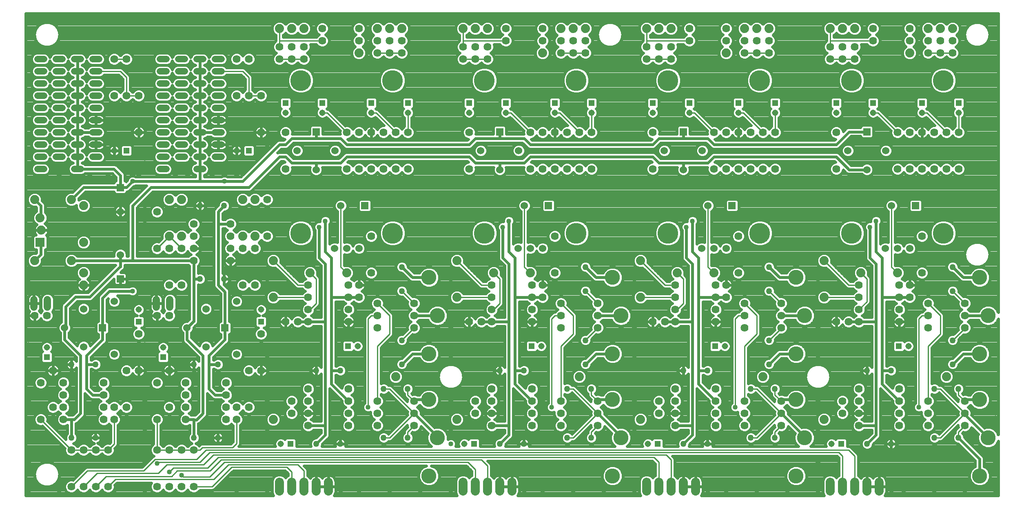
<source format=gbl>
G75*
%MOIN*%
%OFA0B0*%
%FSLAX25Y25*%
%IPPOS*%
%LPD*%
%AMOC8*
5,1,8,0,0,1.08239X$1,22.5*
%
%ADD10C,0.06400*%
%ADD11C,0.12268*%
%ADD12C,0.07400*%
%ADD13C,0.04953*%
%ADD14R,0.05150X0.05150*%
%ADD15C,0.05150*%
%ADD16C,0.06000*%
%ADD17C,0.17000*%
%ADD18R,0.06000X0.06000*%
%ADD19C,0.06000*%
%ADD20C,0.05200*%
%ADD21C,0.07400*%
%ADD22R,0.07400X0.07400*%
%ADD23C,0.02400*%
%ADD24C,0.04000*%
%ADD25C,0.01000*%
D10*
X0117595Y0295000D03*
X0127595Y0295000D03*
X0137595Y0295000D03*
X0147595Y0295000D03*
X0147595Y0325000D03*
X0137595Y0325000D03*
X0127595Y0325000D03*
X0117595Y0325000D03*
X0111095Y0350000D03*
X0111095Y0360000D03*
X0102595Y0360000D03*
X0111095Y0370000D03*
X0111095Y0380000D03*
X0102595Y0390000D03*
X0092595Y0380000D03*
X0092595Y0350000D03*
X0144095Y0350000D03*
X0152595Y0350000D03*
X0152595Y0360000D03*
X0144095Y0360000D03*
X0144095Y0370000D03*
X0144095Y0380000D03*
X0162595Y0390000D03*
X0172595Y0390000D03*
X0187595Y0380000D03*
X0197595Y0390000D03*
X0211095Y0380000D03*
X0211095Y0370000D03*
X0211095Y0360000D03*
X0211095Y0350000D03*
X0197595Y0360000D03*
X0187595Y0350000D03*
X0162595Y0360000D03*
X0187595Y0325000D03*
X0197595Y0325000D03*
X0207595Y0325000D03*
X0217595Y0325000D03*
X0217595Y0295000D03*
X0207595Y0295000D03*
X0197595Y0295000D03*
X0187595Y0295000D03*
X0244095Y0350000D03*
X0252595Y0350000D03*
X0252595Y0360000D03*
X0244095Y0360000D03*
X0244095Y0370000D03*
X0244095Y0380000D03*
X0262595Y0390000D03*
X0272595Y0390000D03*
X0262595Y0360000D03*
X0297595Y0355000D03*
X0297595Y0365000D03*
X0311095Y0365000D03*
X0311095Y0355000D03*
X0311095Y0345000D03*
X0344095Y0345000D03*
X0344095Y0355000D03*
X0344095Y0365000D03*
X0344095Y0375000D03*
X0367595Y0365000D03*
X0367595Y0355000D03*
X0367595Y0345000D03*
X0397595Y0345000D03*
X0397595Y0355000D03*
X0397595Y0365000D03*
X0447595Y0365000D03*
X0447595Y0355000D03*
X0461095Y0355000D03*
X0461095Y0345000D03*
X0461095Y0365000D03*
X0461095Y0375000D03*
X0494095Y0375000D03*
X0494095Y0365000D03*
X0494095Y0355000D03*
X0494095Y0345000D03*
X0517595Y0345000D03*
X0517595Y0355000D03*
X0517595Y0365000D03*
X0547595Y0365000D03*
X0547595Y0355000D03*
X0547595Y0345000D03*
X0597595Y0355000D03*
X0597595Y0365000D03*
X0611095Y0365000D03*
X0611095Y0355000D03*
X0611095Y0345000D03*
X0644095Y0345000D03*
X0644095Y0355000D03*
X0644095Y0365000D03*
X0644095Y0375000D03*
X0667595Y0365000D03*
X0667595Y0355000D03*
X0667595Y0345000D03*
X0697595Y0345000D03*
X0697595Y0355000D03*
X0697595Y0365000D03*
X0747595Y0365000D03*
X0747595Y0355000D03*
X0761095Y0355000D03*
X0761095Y0345000D03*
X0761095Y0365000D03*
X0761095Y0375000D03*
X0794095Y0375000D03*
X0794095Y0365000D03*
X0794095Y0355000D03*
X0794095Y0345000D03*
X0817595Y0345000D03*
X0817595Y0355000D03*
X0817595Y0365000D03*
X0847595Y0365000D03*
X0847595Y0355000D03*
X0847595Y0345000D03*
X0847595Y0425000D03*
X0847595Y0435000D03*
X0847595Y0445000D03*
X0817595Y0445000D03*
X0817595Y0435000D03*
X0817595Y0425000D03*
X0794095Y0430000D03*
X0794095Y0440000D03*
X0794095Y0450000D03*
X0802595Y0450000D03*
X0802595Y0460000D03*
X0794095Y0460000D03*
X0812595Y0470000D03*
X0812595Y0500000D03*
X0761095Y0460000D03*
X0761095Y0450000D03*
X0761095Y0440000D03*
X0761095Y0430000D03*
X0752595Y0430000D03*
X0742595Y0430000D03*
X0697595Y0425000D03*
X0697595Y0435000D03*
X0697595Y0445000D03*
X0667595Y0445000D03*
X0667595Y0435000D03*
X0667595Y0425000D03*
X0644095Y0430000D03*
X0644095Y0440000D03*
X0644095Y0450000D03*
X0652595Y0450000D03*
X0652595Y0460000D03*
X0644095Y0460000D03*
X0662595Y0470000D03*
X0662595Y0500000D03*
X0611095Y0460000D03*
X0611095Y0450000D03*
X0611095Y0440000D03*
X0611095Y0430000D03*
X0602595Y0430000D03*
X0592595Y0430000D03*
X0547595Y0425000D03*
X0547595Y0435000D03*
X0547595Y0445000D03*
X0517595Y0445000D03*
X0517595Y0435000D03*
X0517595Y0425000D03*
X0494095Y0430000D03*
X0494095Y0440000D03*
X0494095Y0450000D03*
X0502595Y0450000D03*
X0502595Y0460000D03*
X0494095Y0460000D03*
X0512595Y0470000D03*
X0512595Y0500000D03*
X0461095Y0460000D03*
X0461095Y0450000D03*
X0461095Y0440000D03*
X0461095Y0430000D03*
X0452595Y0430000D03*
X0442595Y0430000D03*
X0397595Y0425000D03*
X0397595Y0435000D03*
X0397595Y0445000D03*
X0367595Y0445000D03*
X0367595Y0435000D03*
X0367595Y0425000D03*
X0344095Y0430000D03*
X0344095Y0440000D03*
X0344095Y0450000D03*
X0352595Y0450000D03*
X0352595Y0460000D03*
X0344095Y0460000D03*
X0362595Y0470000D03*
X0362595Y0500000D03*
X0311095Y0460000D03*
X0311095Y0450000D03*
X0311095Y0440000D03*
X0311095Y0430000D03*
X0302595Y0430000D03*
X0292595Y0430000D03*
X0272595Y0420000D03*
X0267595Y0460000D03*
X0257595Y0460000D03*
X0247595Y0480000D03*
X0247595Y0490000D03*
X0247595Y0500000D03*
X0247595Y0510000D03*
X0257595Y0490000D03*
X0267595Y0490000D03*
X0277595Y0500000D03*
X0277595Y0530000D03*
X0292595Y0555000D03*
X0292595Y0585000D03*
X0272595Y0585000D03*
X0272595Y0615000D03*
X0262595Y0615000D03*
X0252595Y0615000D03*
X0252595Y0645000D03*
X0262595Y0645000D03*
X0287595Y0645000D03*
X0287595Y0655000D03*
X0297595Y0655000D03*
X0297595Y0645000D03*
X0307595Y0645000D03*
X0307595Y0655000D03*
X0322595Y0660000D03*
X0322595Y0670000D03*
X0352595Y0670000D03*
X0352595Y0660000D03*
X0367595Y0660000D03*
X0377595Y0660000D03*
X0387595Y0660000D03*
X0387595Y0650000D03*
X0377595Y0650000D03*
X0367595Y0650000D03*
X0437595Y0645000D03*
X0437595Y0655000D03*
X0447595Y0655000D03*
X0447595Y0645000D03*
X0457595Y0645000D03*
X0457595Y0655000D03*
X0472595Y0660000D03*
X0472595Y0670000D03*
X0502595Y0670000D03*
X0502595Y0660000D03*
X0517595Y0660000D03*
X0527595Y0660000D03*
X0537595Y0660000D03*
X0537595Y0650000D03*
X0527595Y0650000D03*
X0517595Y0650000D03*
X0587595Y0645000D03*
X0587595Y0655000D03*
X0597595Y0655000D03*
X0597595Y0645000D03*
X0607595Y0645000D03*
X0607595Y0655000D03*
X0622595Y0660000D03*
X0622595Y0670000D03*
X0652595Y0670000D03*
X0652595Y0660000D03*
X0667595Y0660000D03*
X0677595Y0660000D03*
X0687595Y0660000D03*
X0687595Y0650000D03*
X0677595Y0650000D03*
X0667595Y0650000D03*
X0737595Y0645000D03*
X0737595Y0655000D03*
X0747595Y0655000D03*
X0747595Y0645000D03*
X0757595Y0645000D03*
X0757595Y0655000D03*
X0772595Y0660000D03*
X0772595Y0670000D03*
X0802595Y0670000D03*
X0802595Y0660000D03*
X0817595Y0660000D03*
X0827595Y0660000D03*
X0837595Y0660000D03*
X0837595Y0650000D03*
X0827595Y0650000D03*
X0817595Y0650000D03*
X0812595Y0585000D03*
X0802595Y0585000D03*
X0792595Y0585000D03*
X0792595Y0555000D03*
X0802595Y0555000D03*
X0812595Y0555000D03*
X0822595Y0555000D03*
X0832595Y0555000D03*
X0842595Y0555000D03*
X0842595Y0585000D03*
X0832595Y0585000D03*
X0822595Y0585000D03*
X0742595Y0585000D03*
X0742595Y0555000D03*
X0692595Y0555000D03*
X0682595Y0555000D03*
X0672595Y0555000D03*
X0662595Y0555000D03*
X0652595Y0555000D03*
X0642595Y0555000D03*
X0642595Y0585000D03*
X0652595Y0585000D03*
X0662595Y0585000D03*
X0672595Y0585000D03*
X0682595Y0585000D03*
X0692595Y0585000D03*
X0592595Y0585000D03*
X0592595Y0555000D03*
X0542595Y0555000D03*
X0532595Y0555000D03*
X0522595Y0555000D03*
X0512595Y0555000D03*
X0502595Y0555000D03*
X0492595Y0555000D03*
X0492595Y0585000D03*
X0502595Y0585000D03*
X0512595Y0585000D03*
X0522595Y0585000D03*
X0532595Y0585000D03*
X0542595Y0585000D03*
X0442595Y0585000D03*
X0442595Y0555000D03*
X0392595Y0555000D03*
X0382595Y0555000D03*
X0372595Y0555000D03*
X0362595Y0555000D03*
X0352595Y0555000D03*
X0342595Y0555000D03*
X0342595Y0585000D03*
X0352595Y0585000D03*
X0362595Y0585000D03*
X0372595Y0585000D03*
X0382595Y0585000D03*
X0392595Y0585000D03*
X0217595Y0510000D03*
X0217595Y0500000D03*
X0217595Y0490000D03*
X0207595Y0490000D03*
X0197595Y0490000D03*
X0187595Y0490000D03*
X0187595Y0520000D03*
X0217595Y0480000D03*
X0207595Y0460000D03*
X0197595Y0460000D03*
X0197595Y0435000D03*
X0187595Y0435000D03*
X0172595Y0420000D03*
X0097595Y0435000D03*
X0087595Y0435000D03*
X0172595Y0585000D03*
X0172595Y0615000D03*
X0162595Y0615000D03*
X0152595Y0615000D03*
X0152595Y0645000D03*
X0162595Y0645000D03*
X0311095Y0375000D03*
X0611095Y0375000D03*
D11*
X0559676Y0366280D03*
X0566611Y0335000D03*
X0559676Y0303720D03*
X0559676Y0403720D03*
X0566611Y0435000D03*
X0559676Y0466280D03*
X0416611Y0435000D03*
X0409676Y0403720D03*
X0409676Y0366280D03*
X0416611Y0335000D03*
X0409676Y0303720D03*
X0409676Y0466280D03*
X0709676Y0466280D03*
X0716611Y0435000D03*
X0709676Y0403720D03*
X0709676Y0366280D03*
X0716611Y0335000D03*
X0709676Y0303720D03*
X0859676Y0303720D03*
X0866611Y0335000D03*
X0859676Y0366280D03*
X0859676Y0403720D03*
X0866611Y0435000D03*
X0859676Y0466280D03*
D12*
X0792595Y0470000D03*
X0762595Y0470000D03*
X0732595Y0480000D03*
X0732595Y0450000D03*
X0682595Y0385000D03*
X0732595Y0350000D03*
X0832595Y0385000D03*
X0642595Y0470000D03*
X0612595Y0470000D03*
X0582595Y0480000D03*
X0582595Y0450000D03*
X0532595Y0385000D03*
X0582595Y0350000D03*
X0432595Y0350000D03*
X0382595Y0385000D03*
X0432595Y0450000D03*
X0462595Y0470000D03*
X0492595Y0470000D03*
X0432595Y0480000D03*
X0342595Y0470000D03*
X0312595Y0470000D03*
X0282595Y0480000D03*
X0267595Y0500000D03*
X0257595Y0500000D03*
X0257595Y0530000D03*
X0267595Y0530000D03*
X0207595Y0530000D03*
X0197595Y0530000D03*
X0197595Y0500000D03*
X0207595Y0500000D03*
X0127595Y0495000D03*
X0117595Y0480000D03*
X0127595Y0470000D03*
X0127595Y0460000D03*
X0087595Y0480000D03*
X0093095Y0505000D03*
X0092095Y0515000D03*
X0087595Y0530000D03*
X0117595Y0530000D03*
X0127595Y0525000D03*
X0282595Y0450000D03*
X0282595Y0350000D03*
X0352595Y0650000D03*
X0367595Y0670000D03*
X0377595Y0670000D03*
X0387595Y0670000D03*
X0437595Y0670000D03*
X0447595Y0670000D03*
X0457595Y0670000D03*
X0502595Y0650000D03*
X0517595Y0670000D03*
X0527595Y0670000D03*
X0537595Y0670000D03*
X0587595Y0670000D03*
X0597595Y0670000D03*
X0607595Y0670000D03*
X0652595Y0650000D03*
X0667595Y0670000D03*
X0677595Y0670000D03*
X0687595Y0670000D03*
X0737595Y0670000D03*
X0747595Y0670000D03*
X0757595Y0670000D03*
X0802595Y0650000D03*
X0817595Y0670000D03*
X0827595Y0670000D03*
X0837595Y0670000D03*
X0307595Y0670000D03*
X0297595Y0670000D03*
X0287595Y0670000D03*
D13*
X0242438Y0525000D03*
X0222753Y0525000D03*
X0222753Y0465000D03*
X0242438Y0465000D03*
X0237438Y0395000D03*
X0217753Y0395000D03*
X0217753Y0335000D03*
X0237438Y0335000D03*
X0317753Y0330000D03*
X0337438Y0330000D03*
X0372753Y0335000D03*
X0392438Y0335000D03*
X0392438Y0375000D03*
X0372753Y0375000D03*
X0387595Y0395157D03*
X0387595Y0414843D03*
X0337438Y0390000D03*
X0317753Y0390000D03*
X0387595Y0455157D03*
X0387595Y0474843D03*
X0467753Y0390000D03*
X0487438Y0390000D03*
X0522753Y0375000D03*
X0542438Y0375000D03*
X0537595Y0395157D03*
X0537595Y0414843D03*
X0537595Y0455157D03*
X0537595Y0474843D03*
X0617753Y0390000D03*
X0637438Y0390000D03*
X0672753Y0375000D03*
X0692438Y0375000D03*
X0687595Y0395157D03*
X0687595Y0414843D03*
X0687595Y0455157D03*
X0687595Y0474843D03*
X0767753Y0390000D03*
X0787438Y0390000D03*
X0822753Y0375000D03*
X0842438Y0375000D03*
X0837595Y0395157D03*
X0837595Y0414843D03*
X0837595Y0455157D03*
X0837595Y0474843D03*
X0842438Y0335000D03*
X0822753Y0335000D03*
X0787438Y0330000D03*
X0767753Y0330000D03*
X0692438Y0335000D03*
X0672753Y0335000D03*
X0637438Y0330000D03*
X0617753Y0330000D03*
X0542438Y0335000D03*
X0522753Y0335000D03*
X0487438Y0330000D03*
X0467753Y0330000D03*
X0137438Y0335000D03*
X0117753Y0335000D03*
X0117753Y0395000D03*
X0137438Y0395000D03*
D14*
X0097595Y0401063D03*
X0172595Y0430079D03*
X0192595Y0401063D03*
X0272595Y0430079D03*
X0343658Y0410000D03*
X0296532Y0330000D03*
X0446532Y0330000D03*
X0493658Y0410000D03*
X0596532Y0330000D03*
X0643658Y0410000D03*
X0746532Y0330000D03*
X0793658Y0410000D03*
X0812595Y0608937D03*
X0842595Y0608937D03*
X0772595Y0608937D03*
X0742595Y0608937D03*
X0692595Y0608937D03*
X0662595Y0608937D03*
X0622595Y0608937D03*
X0592595Y0608937D03*
X0542595Y0608937D03*
X0512595Y0608937D03*
X0472595Y0608937D03*
X0442595Y0608937D03*
X0392595Y0608937D03*
X0362595Y0608937D03*
X0322595Y0608937D03*
X0292595Y0608937D03*
X0262516Y0570000D03*
X0162516Y0570000D03*
D15*
X0152674Y0570000D03*
X0252674Y0570000D03*
X0292595Y0601063D03*
X0322595Y0601063D03*
X0362595Y0601063D03*
X0392595Y0601063D03*
X0442595Y0601063D03*
X0472595Y0601063D03*
X0512595Y0601063D03*
X0542595Y0601063D03*
X0592595Y0601063D03*
X0622595Y0601063D03*
X0662595Y0601063D03*
X0692595Y0601063D03*
X0742595Y0601063D03*
X0772595Y0601063D03*
X0812595Y0601063D03*
X0842595Y0601063D03*
X0801532Y0410000D03*
X0738658Y0330000D03*
X0651532Y0410000D03*
X0588658Y0330000D03*
X0501532Y0410000D03*
X0438658Y0330000D03*
X0351532Y0410000D03*
X0272595Y0439921D03*
X0192595Y0408937D03*
X0172595Y0439921D03*
X0097595Y0408937D03*
X0288658Y0330000D03*
D16*
X0252595Y0403346D03*
X0227595Y0409500D03*
X0212095Y0425000D03*
X0227595Y0440500D03*
X0252595Y0446654D03*
X0332595Y0490000D03*
X0342595Y0490000D03*
X0352595Y0490000D03*
X0337753Y0525000D03*
X0317595Y0554500D03*
X0302095Y0570000D03*
X0333095Y0570000D03*
X0452095Y0570000D03*
X0467595Y0554500D03*
X0483095Y0570000D03*
X0487753Y0525000D03*
X0492595Y0490000D03*
X0482595Y0490000D03*
X0502595Y0490000D03*
X0602095Y0570000D03*
X0617595Y0554500D03*
X0633095Y0570000D03*
X0637753Y0525000D03*
X0642595Y0490000D03*
X0632595Y0490000D03*
X0652595Y0490000D03*
X0752095Y0570000D03*
X0767595Y0554500D03*
X0783095Y0570000D03*
X0787753Y0525000D03*
X0792595Y0490000D03*
X0782595Y0490000D03*
X0802595Y0490000D03*
X0157595Y0484843D03*
X0157595Y0520157D03*
X0152595Y0446654D03*
X0127595Y0440500D03*
X0112095Y0425000D03*
X0127595Y0409500D03*
X0152595Y0403346D03*
D17*
X0305095Y0502500D03*
X0380095Y0502500D03*
X0455095Y0502500D03*
X0530095Y0502500D03*
X0605095Y0502500D03*
X0680095Y0502500D03*
X0755095Y0502500D03*
X0830095Y0502500D03*
X0830095Y0627500D03*
X0755095Y0627500D03*
X0680095Y0627500D03*
X0605095Y0627500D03*
X0530095Y0627500D03*
X0455095Y0627500D03*
X0380095Y0627500D03*
X0305095Y0627500D03*
D18*
X0317595Y0585500D03*
X0357438Y0525000D03*
X0467595Y0585500D03*
X0507438Y0525000D03*
X0617595Y0585500D03*
X0657438Y0525000D03*
X0767595Y0585500D03*
X0807438Y0525000D03*
X0243095Y0425000D03*
X0157595Y0465157D03*
X0143095Y0425000D03*
X0157595Y0539843D03*
D19*
X0187095Y0448000D02*
X0187095Y0442000D01*
X0198095Y0442000D02*
X0198095Y0448000D01*
X0098095Y0448000D02*
X0098095Y0442000D01*
X0087095Y0442000D02*
X0087095Y0448000D01*
D20*
X0089995Y0555000D02*
X0095195Y0555000D01*
X0095195Y0565000D02*
X0089995Y0565000D01*
X0089995Y0575000D02*
X0095195Y0575000D01*
X0104995Y0575000D02*
X0110195Y0575000D01*
X0119995Y0575000D02*
X0125195Y0575000D01*
X0134995Y0575000D02*
X0140195Y0575000D01*
X0140195Y0565000D02*
X0134995Y0565000D01*
X0125195Y0565000D02*
X0119995Y0565000D01*
X0110195Y0565000D02*
X0104995Y0565000D01*
X0119995Y0555000D02*
X0125195Y0555000D01*
X0125195Y0585000D02*
X0119995Y0585000D01*
X0110195Y0585000D02*
X0104995Y0585000D01*
X0095195Y0585000D02*
X0089995Y0585000D01*
X0089995Y0595000D02*
X0095195Y0595000D01*
X0104995Y0595000D02*
X0110195Y0595000D01*
X0119995Y0595000D02*
X0125195Y0595000D01*
X0134995Y0595000D02*
X0140195Y0595000D01*
X0140195Y0605000D02*
X0134995Y0605000D01*
X0125195Y0605000D02*
X0119995Y0605000D01*
X0110195Y0605000D02*
X0104995Y0605000D01*
X0095195Y0605000D02*
X0089995Y0605000D01*
X0089995Y0615000D02*
X0095195Y0615000D01*
X0104995Y0615000D02*
X0110195Y0615000D01*
X0119995Y0615000D02*
X0125195Y0615000D01*
X0134995Y0615000D02*
X0140195Y0615000D01*
X0140195Y0625000D02*
X0134995Y0625000D01*
X0125195Y0625000D02*
X0119995Y0625000D01*
X0110195Y0625000D02*
X0104995Y0625000D01*
X0095195Y0625000D02*
X0089995Y0625000D01*
X0089995Y0635000D02*
X0095195Y0635000D01*
X0104995Y0635000D02*
X0110195Y0635000D01*
X0119995Y0635000D02*
X0125195Y0635000D01*
X0134995Y0635000D02*
X0140195Y0635000D01*
X0140195Y0645000D02*
X0134995Y0645000D01*
X0125195Y0645000D02*
X0119995Y0645000D01*
X0110195Y0645000D02*
X0104995Y0645000D01*
X0095195Y0645000D02*
X0089995Y0645000D01*
X0134995Y0585000D02*
X0140195Y0585000D01*
X0189995Y0585000D02*
X0195195Y0585000D01*
X0204995Y0585000D02*
X0210195Y0585000D01*
X0219995Y0585000D02*
X0225195Y0585000D01*
X0234995Y0585000D02*
X0240195Y0585000D01*
X0240195Y0575000D02*
X0234995Y0575000D01*
X0225195Y0575000D02*
X0219995Y0575000D01*
X0210195Y0575000D02*
X0204995Y0575000D01*
X0195195Y0575000D02*
X0189995Y0575000D01*
X0189995Y0565000D02*
X0195195Y0565000D01*
X0204995Y0565000D02*
X0210195Y0565000D01*
X0219995Y0565000D02*
X0225195Y0565000D01*
X0234995Y0565000D02*
X0240195Y0565000D01*
X0225195Y0555000D02*
X0219995Y0555000D01*
X0195195Y0555000D02*
X0189995Y0555000D01*
X0189995Y0595000D02*
X0195195Y0595000D01*
X0204995Y0595000D02*
X0210195Y0595000D01*
X0219995Y0595000D02*
X0225195Y0595000D01*
X0234995Y0595000D02*
X0240195Y0595000D01*
X0240195Y0605000D02*
X0234995Y0605000D01*
X0225195Y0605000D02*
X0219995Y0605000D01*
X0210195Y0605000D02*
X0204995Y0605000D01*
X0195195Y0605000D02*
X0189995Y0605000D01*
X0189995Y0615000D02*
X0195195Y0615000D01*
X0204995Y0615000D02*
X0210195Y0615000D01*
X0219995Y0615000D02*
X0225195Y0615000D01*
X0234995Y0615000D02*
X0240195Y0615000D01*
X0240195Y0625000D02*
X0234995Y0625000D01*
X0225195Y0625000D02*
X0219995Y0625000D01*
X0210195Y0625000D02*
X0204995Y0625000D01*
X0195195Y0625000D02*
X0189995Y0625000D01*
X0189995Y0635000D02*
X0195195Y0635000D01*
X0204995Y0635000D02*
X0210195Y0635000D01*
X0219995Y0635000D02*
X0225195Y0635000D01*
X0234995Y0635000D02*
X0240195Y0635000D01*
X0240195Y0645000D02*
X0234995Y0645000D01*
X0225195Y0645000D02*
X0219995Y0645000D01*
X0210195Y0645000D02*
X0204995Y0645000D01*
X0195195Y0645000D02*
X0189995Y0645000D01*
D21*
X0287595Y0298700D02*
X0287595Y0291300D01*
X0297595Y0291300D02*
X0297595Y0298700D01*
X0307595Y0298700D02*
X0307595Y0291300D01*
X0317595Y0291300D02*
X0317595Y0298700D01*
X0327595Y0298700D02*
X0327595Y0291300D01*
X0437595Y0291300D02*
X0437595Y0298700D01*
X0447595Y0298700D02*
X0447595Y0291300D01*
X0457595Y0291300D02*
X0457595Y0298700D01*
X0467595Y0298700D02*
X0467595Y0291300D01*
X0477595Y0291300D02*
X0477595Y0298700D01*
X0587595Y0298700D02*
X0587595Y0291300D01*
X0597595Y0291300D02*
X0597595Y0298700D01*
X0607595Y0298700D02*
X0607595Y0291300D01*
X0617595Y0291300D02*
X0617595Y0298700D01*
X0627595Y0298700D02*
X0627595Y0291300D01*
X0737595Y0291300D02*
X0737595Y0298700D01*
X0747595Y0298700D02*
X0747595Y0291300D01*
X0757595Y0291300D02*
X0757595Y0298700D01*
X0767595Y0298700D02*
X0767595Y0291300D01*
X0777595Y0291300D02*
X0777595Y0298700D01*
D22*
X0092095Y0495000D03*
D23*
X0080395Y0682200D02*
X0080395Y0287800D01*
X0282468Y0287800D01*
X0282424Y0287845D01*
X0281495Y0290087D01*
X0281495Y0299913D01*
X0282424Y0302155D01*
X0284140Y0303871D01*
X0286382Y0304800D01*
X0288809Y0304800D01*
X0291051Y0303871D01*
X0292595Y0302327D01*
X0294140Y0303871D01*
X0294695Y0304101D01*
X0294695Y0305799D01*
X0292394Y0308100D01*
X0249796Y0308100D01*
X0235054Y0293357D01*
X0234238Y0292541D01*
X0233172Y0292100D01*
X0222455Y0292100D01*
X0222343Y0291828D01*
X0220767Y0290253D01*
X0218709Y0289400D01*
X0216481Y0289400D01*
X0214423Y0290253D01*
X0212848Y0291828D01*
X0212595Y0292438D01*
X0212343Y0291828D01*
X0210767Y0290253D01*
X0208709Y0289400D01*
X0206481Y0289400D01*
X0204423Y0290253D01*
X0202848Y0291828D01*
X0202595Y0292438D01*
X0202343Y0291828D01*
X0200767Y0290253D01*
X0198709Y0289400D01*
X0196481Y0289400D01*
X0194423Y0290253D01*
X0192848Y0291828D01*
X0192595Y0292438D01*
X0192343Y0291828D01*
X0190767Y0290253D01*
X0188709Y0289400D01*
X0186481Y0289400D01*
X0184423Y0290253D01*
X0182848Y0291828D01*
X0181995Y0293886D01*
X0181995Y0296114D01*
X0182818Y0298100D01*
X0154796Y0298100D01*
X0153082Y0296386D01*
X0153195Y0296114D01*
X0153195Y0293886D01*
X0152343Y0291828D01*
X0150767Y0290253D01*
X0148709Y0289400D01*
X0146481Y0289400D01*
X0144423Y0290253D01*
X0142848Y0291828D01*
X0142595Y0292438D01*
X0142343Y0291828D01*
X0140767Y0290253D01*
X0138709Y0289400D01*
X0136481Y0289400D01*
X0134423Y0290253D01*
X0132848Y0291828D01*
X0132595Y0292438D01*
X0132343Y0291828D01*
X0130767Y0290253D01*
X0128709Y0289400D01*
X0126481Y0289400D01*
X0124423Y0290253D01*
X0122848Y0291828D01*
X0122595Y0292438D01*
X0122343Y0291828D01*
X0120767Y0290253D01*
X0118709Y0289400D01*
X0116481Y0289400D01*
X0114423Y0290253D01*
X0112848Y0291828D01*
X0111995Y0293886D01*
X0111995Y0296114D01*
X0112848Y0298172D01*
X0114423Y0299747D01*
X0116481Y0300600D01*
X0118709Y0300600D01*
X0118981Y0300487D01*
X0128137Y0309643D01*
X0128952Y0310458D01*
X0130018Y0310900D01*
X0175394Y0310900D01*
X0183637Y0319143D01*
X0184452Y0319958D01*
X0184793Y0320099D01*
X0184423Y0320253D01*
X0182848Y0321828D01*
X0181995Y0323886D01*
X0181995Y0326114D01*
X0182848Y0328172D01*
X0184423Y0329747D01*
X0184695Y0329860D01*
X0184695Y0345140D01*
X0184423Y0345253D01*
X0182848Y0346828D01*
X0181995Y0348886D01*
X0181995Y0351114D01*
X0182848Y0353172D01*
X0184423Y0354747D01*
X0186481Y0355600D01*
X0188709Y0355600D01*
X0190767Y0354747D01*
X0192343Y0353172D01*
X0193195Y0351114D01*
X0193195Y0348886D01*
X0192343Y0346828D01*
X0190767Y0345253D01*
X0190495Y0345140D01*
X0190495Y0329860D01*
X0190767Y0329747D01*
X0192343Y0328172D01*
X0192455Y0327900D01*
X0192735Y0327900D01*
X0192848Y0328172D01*
X0194423Y0329747D01*
X0196481Y0330600D01*
X0198709Y0330600D01*
X0200767Y0329747D01*
X0202343Y0328172D01*
X0202455Y0327900D01*
X0202735Y0327900D01*
X0202848Y0328172D01*
X0204423Y0329747D01*
X0206481Y0330600D01*
X0208709Y0330600D01*
X0210767Y0329747D01*
X0212343Y0328172D01*
X0212455Y0327900D01*
X0212735Y0327900D01*
X0212848Y0328172D01*
X0214423Y0329747D01*
X0216057Y0330424D01*
X0214990Y0330866D01*
X0213619Y0332238D01*
X0212876Y0334030D01*
X0212876Y0335970D01*
X0213619Y0337762D01*
X0214153Y0338296D01*
X0214153Y0345205D01*
X0212209Y0344400D01*
X0209981Y0344400D01*
X0207923Y0345253D01*
X0206348Y0346828D01*
X0205495Y0348886D01*
X0205495Y0351114D01*
X0206348Y0353172D01*
X0207923Y0354747D01*
X0208533Y0355000D01*
X0207923Y0355253D01*
X0206348Y0356828D01*
X0205495Y0358886D01*
X0205495Y0361114D01*
X0206348Y0363172D01*
X0207923Y0364747D01*
X0208533Y0365000D01*
X0207923Y0365253D01*
X0206348Y0366828D01*
X0205495Y0368886D01*
X0205495Y0371114D01*
X0206348Y0373172D01*
X0207923Y0374747D01*
X0208533Y0375000D01*
X0207923Y0375253D01*
X0206348Y0376828D01*
X0205495Y0378886D01*
X0205495Y0381114D01*
X0206348Y0383172D01*
X0207923Y0384747D01*
X0209981Y0385600D01*
X0212209Y0385600D01*
X0214267Y0384747D01*
X0215843Y0383172D01*
X0216695Y0381114D01*
X0216695Y0378886D01*
X0215843Y0376828D01*
X0214267Y0375253D01*
X0213658Y0375000D01*
X0214267Y0374747D01*
X0215843Y0373172D01*
X0216695Y0371114D01*
X0216695Y0368886D01*
X0215843Y0366828D01*
X0214267Y0365253D01*
X0213658Y0365000D01*
X0214267Y0364747D01*
X0215843Y0363172D01*
X0216695Y0361114D01*
X0216695Y0358886D01*
X0215843Y0356828D01*
X0214267Y0355253D01*
X0213658Y0355000D01*
X0214267Y0354747D01*
X0215415Y0353600D01*
X0218311Y0353600D01*
X0218518Y0353514D01*
X0221495Y0356491D01*
X0221495Y0392195D01*
X0221320Y0391954D01*
X0220799Y0391433D01*
X0220204Y0391000D01*
X0219548Y0390666D01*
X0218848Y0390439D01*
X0218121Y0390324D01*
X0217753Y0390324D01*
X0217753Y0395000D01*
X0217753Y0395000D01*
X0217753Y0399676D01*
X0218121Y0399676D01*
X0218848Y0399561D01*
X0219548Y0399334D01*
X0220204Y0399000D01*
X0220799Y0398567D01*
X0221320Y0398046D01*
X0221495Y0397805D01*
X0221495Y0401009D01*
X0210056Y0412448D01*
X0209043Y0413461D01*
X0208495Y0414784D01*
X0208495Y0420963D01*
X0207517Y0421941D01*
X0206695Y0423926D01*
X0206695Y0426074D01*
X0207517Y0428059D01*
X0209036Y0429578D01*
X0211021Y0430400D01*
X0212404Y0430400D01*
X0213995Y0431991D01*
X0213995Y0475680D01*
X0213276Y0476400D01*
X0161195Y0476400D01*
X0161195Y0474441D01*
X0160647Y0473118D01*
X0160490Y0472961D01*
X0159477Y0471948D01*
X0159342Y0471892D01*
X0157808Y0470357D01*
X0160885Y0470357D01*
X0161444Y0470208D01*
X0161946Y0469918D01*
X0162356Y0469508D01*
X0162645Y0469007D01*
X0162795Y0468447D01*
X0162795Y0465158D01*
X0157595Y0465158D01*
X0157595Y0465157D01*
X0157595Y0465157D01*
X0157595Y0459957D01*
X0154305Y0459957D01*
X0153746Y0460107D01*
X0153244Y0460397D01*
X0152835Y0460807D01*
X0152545Y0461308D01*
X0152395Y0461868D01*
X0152395Y0464945D01*
X0134752Y0447302D01*
X0133429Y0446754D01*
X0122393Y0446754D01*
X0116628Y0440989D01*
X0116628Y0428104D01*
X0116673Y0428059D01*
X0117495Y0426074D01*
X0117495Y0423926D01*
X0116673Y0421941D01*
X0115695Y0420963D01*
X0115695Y0416991D01*
X0122195Y0410491D01*
X0122195Y0410574D01*
X0123017Y0412559D01*
X0124536Y0414078D01*
X0126521Y0414900D01*
X0128669Y0414900D01*
X0130654Y0414078D01*
X0132173Y0412559D01*
X0132995Y0410574D01*
X0132995Y0410491D01*
X0139495Y0416991D01*
X0139495Y0419651D01*
X0138736Y0419965D01*
X0138061Y0420641D01*
X0137695Y0421523D01*
X0137695Y0428477D01*
X0138061Y0429359D01*
X0138736Y0430035D01*
X0139495Y0430349D01*
X0139495Y0450153D01*
X0140043Y0451476D01*
X0141056Y0452489D01*
X0141056Y0452489D01*
X0145606Y0457039D01*
X0146619Y0458052D01*
X0147942Y0458600D01*
X0164973Y0458600D01*
X0165103Y0458730D01*
X0166720Y0459400D01*
X0168470Y0459400D01*
X0170088Y0458730D01*
X0171325Y0457492D01*
X0171995Y0455875D01*
X0171995Y0454125D01*
X0171325Y0452508D01*
X0170088Y0451270D01*
X0168470Y0450600D01*
X0166720Y0450600D01*
X0165103Y0451270D01*
X0164973Y0451400D01*
X0155247Y0451400D01*
X0155654Y0451231D01*
X0157173Y0449712D01*
X0157995Y0447728D01*
X0157995Y0445579D01*
X0157173Y0443595D01*
X0155654Y0442076D01*
X0153669Y0441254D01*
X0151521Y0441254D01*
X0149536Y0442076D01*
X0148017Y0443595D01*
X0147195Y0445579D01*
X0147195Y0447728D01*
X0147703Y0448954D01*
X0146695Y0447946D01*
X0146695Y0430349D01*
X0147455Y0430035D01*
X0148130Y0429359D01*
X0148495Y0428477D01*
X0148495Y0421523D01*
X0148130Y0420641D01*
X0147455Y0419965D01*
X0146695Y0419651D01*
X0146695Y0414784D01*
X0146147Y0413461D01*
X0145134Y0412448D01*
X0145134Y0412448D01*
X0133695Y0401009D01*
X0133695Y0398600D01*
X0134141Y0398600D01*
X0134675Y0399134D01*
X0136468Y0399876D01*
X0138408Y0399876D01*
X0140200Y0399134D01*
X0141572Y0397762D01*
X0142314Y0395970D01*
X0142314Y0394030D01*
X0141572Y0392238D01*
X0140200Y0390866D01*
X0138408Y0390124D01*
X0136468Y0390124D01*
X0134675Y0390866D01*
X0134141Y0391400D01*
X0133695Y0391400D01*
X0133695Y0376491D01*
X0136586Y0373600D01*
X0139776Y0373600D01*
X0140923Y0374747D01*
X0141533Y0375000D01*
X0140923Y0375253D01*
X0139348Y0376828D01*
X0138495Y0378886D01*
X0138495Y0381114D01*
X0139348Y0383172D01*
X0140923Y0384747D01*
X0142981Y0385600D01*
X0145209Y0385600D01*
X0147267Y0384747D01*
X0148843Y0383172D01*
X0149695Y0381114D01*
X0149695Y0378886D01*
X0148843Y0376828D01*
X0147267Y0375253D01*
X0146658Y0375000D01*
X0147267Y0374747D01*
X0148843Y0373172D01*
X0149695Y0371114D01*
X0149695Y0368886D01*
X0148843Y0366828D01*
X0147267Y0365253D01*
X0146658Y0365000D01*
X0147267Y0364747D01*
X0148345Y0363670D01*
X0149423Y0364747D01*
X0151481Y0365600D01*
X0153709Y0365600D01*
X0155767Y0364747D01*
X0157343Y0363172D01*
X0157595Y0362562D01*
X0157848Y0363172D01*
X0159423Y0364747D01*
X0161481Y0365600D01*
X0163709Y0365600D01*
X0165767Y0364747D01*
X0167343Y0363172D01*
X0168195Y0361114D01*
X0168195Y0358886D01*
X0167343Y0356828D01*
X0165767Y0355253D01*
X0163709Y0354400D01*
X0161481Y0354400D01*
X0159423Y0355253D01*
X0157848Y0356828D01*
X0157595Y0357438D01*
X0157343Y0356828D01*
X0155767Y0355253D01*
X0155158Y0355000D01*
X0155767Y0354747D01*
X0157343Y0353172D01*
X0158195Y0351114D01*
X0158195Y0348886D01*
X0157343Y0346828D01*
X0155767Y0345253D01*
X0155495Y0345140D01*
X0155495Y0329423D01*
X0155054Y0328357D01*
X0154238Y0327541D01*
X0153082Y0326386D01*
X0153195Y0326114D01*
X0153195Y0323886D01*
X0152343Y0321828D01*
X0150767Y0320253D01*
X0148709Y0319400D01*
X0146481Y0319400D01*
X0144423Y0320253D01*
X0142848Y0321828D01*
X0142735Y0322100D01*
X0142455Y0322100D01*
X0142343Y0321828D01*
X0140767Y0320253D01*
X0138709Y0319400D01*
X0136481Y0319400D01*
X0134423Y0320253D01*
X0132848Y0321828D01*
X0132735Y0322100D01*
X0132455Y0322100D01*
X0132343Y0321828D01*
X0130767Y0320253D01*
X0128709Y0319400D01*
X0126481Y0319400D01*
X0124423Y0320253D01*
X0122848Y0321828D01*
X0122735Y0322100D01*
X0122455Y0322100D01*
X0122343Y0321828D01*
X0120767Y0320253D01*
X0118709Y0319400D01*
X0116481Y0319400D01*
X0114423Y0320253D01*
X0112848Y0321828D01*
X0111995Y0323886D01*
X0111995Y0326114D01*
X0112108Y0326386D01*
X0093981Y0344513D01*
X0093709Y0344400D01*
X0091481Y0344400D01*
X0089423Y0345253D01*
X0087848Y0346828D01*
X0086995Y0348886D01*
X0086995Y0351114D01*
X0087848Y0353172D01*
X0089423Y0354747D01*
X0091481Y0355600D01*
X0093709Y0355600D01*
X0095767Y0354747D01*
X0097343Y0353172D01*
X0098195Y0351114D01*
X0098195Y0348886D01*
X0098082Y0348614D01*
X0113025Y0333672D01*
X0112876Y0334030D01*
X0112876Y0335970D01*
X0113619Y0337762D01*
X0114153Y0338296D01*
X0114153Y0345205D01*
X0112209Y0344400D01*
X0109981Y0344400D01*
X0107923Y0345253D01*
X0106348Y0346828D01*
X0105495Y0348886D01*
X0105495Y0351114D01*
X0106348Y0353172D01*
X0107923Y0354747D01*
X0108533Y0355000D01*
X0107923Y0355253D01*
X0106845Y0356330D01*
X0105767Y0355253D01*
X0103709Y0354400D01*
X0101481Y0354400D01*
X0099423Y0355253D01*
X0097848Y0356828D01*
X0096995Y0358886D01*
X0096995Y0361114D01*
X0097848Y0363172D01*
X0099423Y0364747D01*
X0101481Y0365600D01*
X0103709Y0365600D01*
X0105767Y0364747D01*
X0106845Y0363670D01*
X0107923Y0364747D01*
X0108533Y0365000D01*
X0107923Y0365253D01*
X0106348Y0366828D01*
X0105495Y0368886D01*
X0105495Y0371114D01*
X0106348Y0373172D01*
X0107923Y0374747D01*
X0108533Y0375000D01*
X0107923Y0375253D01*
X0106348Y0376828D01*
X0105495Y0378886D01*
X0105495Y0381114D01*
X0106348Y0383172D01*
X0107923Y0384747D01*
X0109981Y0385600D01*
X0112209Y0385600D01*
X0114267Y0384747D01*
X0115843Y0383172D01*
X0116695Y0381114D01*
X0116695Y0378886D01*
X0115843Y0376828D01*
X0114267Y0375253D01*
X0113658Y0375000D01*
X0114267Y0374747D01*
X0115843Y0373172D01*
X0116695Y0371114D01*
X0116695Y0368886D01*
X0115843Y0366828D01*
X0114267Y0365253D01*
X0113658Y0365000D01*
X0114267Y0364747D01*
X0115843Y0363172D01*
X0116695Y0361114D01*
X0116695Y0358886D01*
X0115843Y0356828D01*
X0114267Y0355253D01*
X0113658Y0355000D01*
X0114267Y0354747D01*
X0115415Y0353600D01*
X0118604Y0353600D01*
X0121495Y0356491D01*
X0121495Y0392195D01*
X0121320Y0391954D01*
X0120799Y0391433D01*
X0120204Y0391000D01*
X0119548Y0390666D01*
X0118848Y0390439D01*
X0118121Y0390324D01*
X0117753Y0390324D01*
X0117753Y0395000D01*
X0117753Y0395000D01*
X0117753Y0399676D01*
X0118121Y0399676D01*
X0118848Y0399561D01*
X0119548Y0399334D01*
X0120204Y0399000D01*
X0120799Y0398567D01*
X0121320Y0398046D01*
X0121495Y0397805D01*
X0121495Y0401009D01*
X0109043Y0413461D01*
X0108495Y0414784D01*
X0108495Y0420963D01*
X0107517Y0421941D01*
X0106695Y0423926D01*
X0106695Y0426074D01*
X0107517Y0428059D01*
X0109036Y0429578D01*
X0109428Y0429740D01*
X0109428Y0443196D01*
X0109976Y0444520D01*
X0117850Y0452394D01*
X0118863Y0453406D01*
X0120186Y0453954D01*
X0131222Y0453954D01*
X0153668Y0476400D01*
X0122622Y0476400D01*
X0121051Y0474829D01*
X0118809Y0473900D01*
X0116382Y0473900D01*
X0114140Y0474829D01*
X0112424Y0476545D01*
X0111495Y0478787D01*
X0111495Y0481213D01*
X0112424Y0483455D01*
X0114140Y0485171D01*
X0116382Y0486100D01*
X0118809Y0486100D01*
X0121051Y0485171D01*
X0122622Y0483600D01*
X0152265Y0483600D01*
X0152195Y0483768D01*
X0152195Y0485917D01*
X0153017Y0487901D01*
X0154536Y0489420D01*
X0156521Y0490243D01*
X0158669Y0490243D01*
X0160654Y0489420D01*
X0162173Y0487901D01*
X0162995Y0485917D01*
X0162995Y0483768D01*
X0162925Y0483600D01*
X0163995Y0483600D01*
X0163995Y0525716D01*
X0164543Y0527039D01*
X0178904Y0541400D01*
X0170218Y0541400D01*
X0170088Y0541270D01*
X0168470Y0540600D01*
X0168286Y0540600D01*
X0165647Y0537961D01*
X0164634Y0536948D01*
X0163311Y0536400D01*
X0162995Y0536400D01*
X0162995Y0536365D01*
X0162630Y0535483D01*
X0161955Y0534808D01*
X0161073Y0534443D01*
X0154118Y0534443D01*
X0153236Y0534808D01*
X0152561Y0535483D01*
X0152195Y0536365D01*
X0152195Y0536400D01*
X0129086Y0536400D01*
X0123695Y0531009D01*
X0123695Y0529727D01*
X0124140Y0530171D01*
X0126382Y0531100D01*
X0128809Y0531100D01*
X0131051Y0530171D01*
X0132766Y0528455D01*
X0133695Y0526213D01*
X0133695Y0523787D01*
X0132766Y0521545D01*
X0131051Y0519829D01*
X0128809Y0518900D01*
X0126382Y0518900D01*
X0124140Y0519829D01*
X0122424Y0521545D01*
X0121495Y0523787D01*
X0121495Y0525273D01*
X0121051Y0524829D01*
X0118809Y0523900D01*
X0116382Y0523900D01*
X0114140Y0524829D01*
X0112424Y0526545D01*
X0111495Y0528787D01*
X0111495Y0531213D01*
X0112424Y0533455D01*
X0114140Y0535171D01*
X0116382Y0536100D01*
X0118604Y0536100D01*
X0124543Y0542039D01*
X0125556Y0543052D01*
X0126879Y0543600D01*
X0152311Y0543600D01*
X0152561Y0544202D01*
X0153236Y0544877D01*
X0153995Y0545192D01*
X0153995Y0548351D01*
X0150946Y0551400D01*
X0128666Y0551400D01*
X0128027Y0550761D01*
X0126190Y0550000D01*
X0119001Y0550000D01*
X0117163Y0550761D01*
X0115756Y0552168D01*
X0114995Y0554005D01*
X0114995Y0555995D01*
X0115756Y0557832D01*
X0117163Y0559239D01*
X0118995Y0559998D01*
X0118995Y0560002D01*
X0117163Y0560761D01*
X0115756Y0562168D01*
X0115095Y0563764D01*
X0114434Y0562168D01*
X0113027Y0560761D01*
X0111190Y0560000D01*
X0104001Y0560000D01*
X0102163Y0560761D01*
X0100756Y0562168D01*
X0100095Y0563764D01*
X0099434Y0562168D01*
X0098027Y0560761D01*
X0096190Y0560000D01*
X0089001Y0560000D01*
X0087163Y0559239D01*
X0085756Y0557832D01*
X0084995Y0555995D01*
X0084995Y0554005D01*
X0085756Y0552168D01*
X0087163Y0550761D01*
X0089001Y0550000D01*
X0096190Y0550000D01*
X0098027Y0550761D01*
X0099434Y0552168D01*
X0100195Y0554005D01*
X0100195Y0555995D01*
X0099434Y0557832D01*
X0098027Y0559239D01*
X0096190Y0560000D01*
X0089001Y0560000D01*
X0087163Y0560761D01*
X0085756Y0562168D01*
X0084995Y0564005D01*
X0084995Y0565995D01*
X0085756Y0567832D01*
X0087163Y0569239D01*
X0089001Y0570000D01*
X0096190Y0570000D01*
X0098027Y0569239D01*
X0099434Y0567832D01*
X0100095Y0566236D01*
X0100756Y0567832D01*
X0102163Y0569239D01*
X0104001Y0570000D01*
X0111190Y0570000D01*
X0113027Y0569239D01*
X0114434Y0567832D01*
X0115095Y0566236D01*
X0115756Y0567832D01*
X0117163Y0569239D01*
X0118995Y0569998D01*
X0118995Y0570002D01*
X0117163Y0570761D01*
X0115756Y0572168D01*
X0115095Y0573764D01*
X0114434Y0572168D01*
X0113027Y0570761D01*
X0111190Y0570000D01*
X0104001Y0570000D01*
X0102163Y0570761D01*
X0100756Y0572168D01*
X0100095Y0573764D01*
X0099434Y0572168D01*
X0098027Y0570761D01*
X0096190Y0570000D01*
X0089001Y0570000D01*
X0087163Y0570761D01*
X0085756Y0572168D01*
X0084995Y0574005D01*
X0084995Y0575995D01*
X0085756Y0577832D01*
X0087163Y0579239D01*
X0089001Y0580000D01*
X0096190Y0580000D01*
X0098027Y0579239D01*
X0099434Y0577832D01*
X0100095Y0576236D01*
X0100756Y0577832D01*
X0102163Y0579239D01*
X0104001Y0580000D01*
X0111190Y0580000D01*
X0113027Y0579239D01*
X0114434Y0577832D01*
X0115095Y0576236D01*
X0115756Y0577832D01*
X0117163Y0579239D01*
X0118995Y0579998D01*
X0118995Y0580002D01*
X0117163Y0580761D01*
X0115756Y0582168D01*
X0115095Y0583764D01*
X0114434Y0582168D01*
X0113027Y0580761D01*
X0111190Y0580000D01*
X0104001Y0580000D01*
X0102163Y0580761D01*
X0100756Y0582168D01*
X0100095Y0583764D01*
X0099434Y0582168D01*
X0098027Y0580761D01*
X0096190Y0580000D01*
X0089001Y0580000D01*
X0087163Y0580761D01*
X0085756Y0582168D01*
X0084995Y0584005D01*
X0084995Y0585995D01*
X0085756Y0587832D01*
X0087163Y0589239D01*
X0089001Y0590000D01*
X0096190Y0590000D01*
X0098027Y0589239D01*
X0099434Y0587832D01*
X0100095Y0586236D01*
X0100756Y0587832D01*
X0102163Y0589239D01*
X0104001Y0590000D01*
X0111190Y0590000D01*
X0113027Y0589239D01*
X0114434Y0587832D01*
X0115095Y0586236D01*
X0115756Y0587832D01*
X0117163Y0589239D01*
X0118995Y0589998D01*
X0118995Y0590002D01*
X0117163Y0590761D01*
X0115756Y0592168D01*
X0115095Y0593764D01*
X0114434Y0592168D01*
X0113027Y0590761D01*
X0111190Y0590000D01*
X0104001Y0590000D01*
X0102163Y0590761D01*
X0100756Y0592168D01*
X0100095Y0593764D01*
X0099434Y0592168D01*
X0098027Y0590761D01*
X0096190Y0590000D01*
X0089001Y0590000D01*
X0087163Y0590761D01*
X0085756Y0592168D01*
X0084995Y0594005D01*
X0084995Y0595995D01*
X0085756Y0597832D01*
X0087163Y0599239D01*
X0089001Y0600000D01*
X0096190Y0600000D01*
X0098027Y0599239D01*
X0099434Y0597832D01*
X0100095Y0596236D01*
X0100756Y0597832D01*
X0102163Y0599239D01*
X0104001Y0600000D01*
X0111190Y0600000D01*
X0113027Y0599239D01*
X0114434Y0597832D01*
X0115095Y0596236D01*
X0115756Y0597832D01*
X0117163Y0599239D01*
X0118995Y0599998D01*
X0118995Y0600002D01*
X0117163Y0600761D01*
X0115756Y0602168D01*
X0115095Y0603764D01*
X0114434Y0602168D01*
X0113027Y0600761D01*
X0111190Y0600000D01*
X0104001Y0600000D01*
X0102163Y0600761D01*
X0100756Y0602168D01*
X0100095Y0603764D01*
X0099434Y0602168D01*
X0098027Y0600761D01*
X0096190Y0600000D01*
X0089001Y0600000D01*
X0087163Y0600761D01*
X0085756Y0602168D01*
X0084995Y0604005D01*
X0084995Y0605995D01*
X0085756Y0607832D01*
X0087163Y0609239D01*
X0089001Y0610000D01*
X0096190Y0610000D01*
X0098027Y0609239D01*
X0099434Y0607832D01*
X0100095Y0606236D01*
X0100756Y0607832D01*
X0102163Y0609239D01*
X0104001Y0610000D01*
X0111190Y0610000D01*
X0113027Y0609239D01*
X0114434Y0607832D01*
X0115095Y0606236D01*
X0115756Y0607832D01*
X0117163Y0609239D01*
X0118995Y0609998D01*
X0118995Y0610002D01*
X0117163Y0610761D01*
X0115756Y0612168D01*
X0115095Y0613764D01*
X0114434Y0612168D01*
X0113027Y0610761D01*
X0111190Y0610000D01*
X0104001Y0610000D01*
X0102163Y0610761D01*
X0100756Y0612168D01*
X0100095Y0613764D01*
X0099434Y0612168D01*
X0098027Y0610761D01*
X0096190Y0610000D01*
X0089001Y0610000D01*
X0087163Y0610761D01*
X0085756Y0612168D01*
X0084995Y0614005D01*
X0084995Y0615995D01*
X0080395Y0615995D01*
X0080395Y0618393D02*
X0086317Y0618393D01*
X0085756Y0617832D02*
X0084995Y0615995D01*
X0085756Y0617832D02*
X0087163Y0619239D01*
X0089001Y0620000D01*
X0096190Y0620000D01*
X0098027Y0619239D01*
X0099434Y0617832D01*
X0100095Y0616236D01*
X0100756Y0617832D01*
X0102163Y0619239D01*
X0104001Y0620000D01*
X0111190Y0620000D01*
X0113027Y0619239D01*
X0114434Y0617832D01*
X0115095Y0616236D01*
X0115756Y0617832D01*
X0117163Y0619239D01*
X0118995Y0619998D01*
X0118995Y0620002D01*
X0117163Y0620761D01*
X0115756Y0622168D01*
X0115095Y0623764D01*
X0114434Y0622168D01*
X0113027Y0620761D01*
X0111190Y0620000D01*
X0104001Y0620000D01*
X0102163Y0620761D01*
X0100756Y0622168D01*
X0100095Y0623764D01*
X0099434Y0622168D01*
X0098027Y0620761D01*
X0096190Y0620000D01*
X0089001Y0620000D01*
X0087163Y0620761D01*
X0085756Y0622168D01*
X0084995Y0624005D01*
X0084995Y0625995D01*
X0085756Y0627832D01*
X0087163Y0629239D01*
X0089001Y0630000D01*
X0096190Y0630000D01*
X0098027Y0629239D01*
X0099434Y0627832D01*
X0100095Y0626236D01*
X0100756Y0627832D01*
X0102163Y0629239D01*
X0104001Y0630000D01*
X0111190Y0630000D01*
X0113027Y0629239D01*
X0114434Y0627832D01*
X0115095Y0626236D01*
X0115756Y0627832D01*
X0117163Y0629239D01*
X0118995Y0629998D01*
X0118995Y0630002D01*
X0117163Y0630761D01*
X0115756Y0632168D01*
X0115095Y0633764D01*
X0114434Y0632168D01*
X0113027Y0630761D01*
X0111190Y0630000D01*
X0104001Y0630000D01*
X0102163Y0630761D01*
X0100756Y0632168D01*
X0100095Y0633764D01*
X0099434Y0632168D01*
X0098027Y0630761D01*
X0096190Y0630000D01*
X0089001Y0630000D01*
X0087163Y0630761D01*
X0085756Y0632168D01*
X0084995Y0634005D01*
X0084995Y0635995D01*
X0085756Y0637832D01*
X0087163Y0639239D01*
X0089001Y0640000D01*
X0096190Y0640000D01*
X0098027Y0639239D01*
X0099434Y0637832D01*
X0100095Y0636236D01*
X0100756Y0637832D01*
X0102163Y0639239D01*
X0104001Y0640000D01*
X0111190Y0640000D01*
X0113027Y0639239D01*
X0114434Y0637832D01*
X0115095Y0636236D01*
X0115756Y0637832D01*
X0117163Y0639239D01*
X0118995Y0639998D01*
X0118995Y0640002D01*
X0117163Y0640761D01*
X0115756Y0642168D01*
X0115095Y0643764D01*
X0114434Y0642168D01*
X0113027Y0640761D01*
X0111190Y0640000D01*
X0104001Y0640000D01*
X0102163Y0640761D01*
X0100756Y0642168D01*
X0100095Y0643764D01*
X0099434Y0642168D01*
X0098027Y0640761D01*
X0096190Y0640000D01*
X0089001Y0640000D01*
X0087163Y0640761D01*
X0085756Y0642168D01*
X0084995Y0644005D01*
X0084995Y0645995D01*
X0085756Y0647832D01*
X0087163Y0649239D01*
X0089001Y0650000D01*
X0096190Y0650000D01*
X0098027Y0649239D01*
X0099434Y0647832D01*
X0100095Y0646236D01*
X0100756Y0647832D01*
X0102163Y0649239D01*
X0104001Y0650000D01*
X0111190Y0650000D01*
X0113027Y0649239D01*
X0114434Y0647832D01*
X0115095Y0646236D01*
X0115756Y0647832D01*
X0117163Y0649239D01*
X0119001Y0650000D01*
X0126190Y0650000D01*
X0128027Y0649239D01*
X0129434Y0647832D01*
X0130095Y0646236D01*
X0130756Y0647832D01*
X0132163Y0649239D01*
X0134001Y0650000D01*
X0141190Y0650000D01*
X0143027Y0649239D01*
X0144434Y0647832D01*
X0145195Y0645995D01*
X0145195Y0644005D01*
X0144434Y0642168D01*
X0143027Y0640761D01*
X0141190Y0640000D01*
X0134001Y0640000D01*
X0132163Y0640761D01*
X0130756Y0642168D01*
X0130095Y0643764D01*
X0129434Y0642168D01*
X0128027Y0640761D01*
X0126195Y0640002D01*
X0126195Y0639998D01*
X0128027Y0639239D01*
X0129434Y0637832D01*
X0130095Y0636236D01*
X0130756Y0637832D01*
X0132163Y0639239D01*
X0134001Y0640000D01*
X0141190Y0640000D01*
X0143027Y0639239D01*
X0144366Y0637900D01*
X0158172Y0637900D01*
X0159238Y0637458D01*
X0160054Y0636643D01*
X0165054Y0631643D01*
X0165495Y0630577D01*
X0165495Y0619860D01*
X0165767Y0619747D01*
X0167343Y0618172D01*
X0167455Y0617900D01*
X0167735Y0617900D01*
X0167848Y0618172D01*
X0169423Y0619747D01*
X0171481Y0620600D01*
X0173709Y0620600D01*
X0175767Y0619747D01*
X0177343Y0618172D01*
X0178195Y0616114D01*
X0178195Y0613886D01*
X0177343Y0611828D01*
X0175767Y0610253D01*
X0173709Y0609400D01*
X0171481Y0609400D01*
X0169423Y0610253D01*
X0167848Y0611828D01*
X0167735Y0612100D01*
X0167455Y0612100D01*
X0167343Y0611828D01*
X0165767Y0610253D01*
X0163709Y0609400D01*
X0161481Y0609400D01*
X0159423Y0610253D01*
X0157848Y0611828D01*
X0157595Y0612438D01*
X0157343Y0611828D01*
X0155767Y0610253D01*
X0153709Y0609400D01*
X0151481Y0609400D01*
X0149423Y0610253D01*
X0147848Y0611828D01*
X0146995Y0613886D01*
X0146995Y0616114D01*
X0147848Y0618172D01*
X0149423Y0619747D01*
X0151481Y0620600D01*
X0153709Y0620600D01*
X0155767Y0619747D01*
X0157343Y0618172D01*
X0157595Y0617562D01*
X0157848Y0618172D01*
X0159423Y0619747D01*
X0159695Y0619860D01*
X0159695Y0628799D01*
X0156394Y0632100D01*
X0144366Y0632100D01*
X0143027Y0630761D01*
X0141190Y0630000D01*
X0134001Y0630000D01*
X0132163Y0630761D01*
X0130756Y0632168D01*
X0130095Y0633764D01*
X0129434Y0632168D01*
X0128027Y0630761D01*
X0126195Y0630002D01*
X0126195Y0629998D01*
X0128027Y0629239D01*
X0129434Y0627832D01*
X0130095Y0626236D01*
X0130756Y0627832D01*
X0132163Y0629239D01*
X0134001Y0630000D01*
X0141190Y0630000D01*
X0143027Y0629239D01*
X0144434Y0627832D01*
X0145195Y0625995D01*
X0145195Y0624005D01*
X0144434Y0622168D01*
X0143027Y0620761D01*
X0141190Y0620000D01*
X0134001Y0620000D01*
X0132163Y0620761D01*
X0130756Y0622168D01*
X0130095Y0623764D01*
X0129434Y0622168D01*
X0128027Y0620761D01*
X0126195Y0620002D01*
X0126195Y0619998D01*
X0128027Y0619239D01*
X0129434Y0617832D01*
X0130095Y0616236D01*
X0130756Y0617832D01*
X0132163Y0619239D01*
X0134001Y0620000D01*
X0141190Y0620000D01*
X0143027Y0619239D01*
X0144434Y0617832D01*
X0145195Y0615995D01*
X0146995Y0615995D01*
X0145195Y0615995D02*
X0145195Y0614005D01*
X0144434Y0612168D01*
X0143027Y0610761D01*
X0141190Y0610000D01*
X0134001Y0610000D01*
X0132163Y0610761D01*
X0130756Y0612168D01*
X0130095Y0613764D01*
X0129434Y0612168D01*
X0128027Y0610761D01*
X0126195Y0610002D01*
X0126195Y0609998D01*
X0128027Y0609239D01*
X0129434Y0607832D01*
X0130095Y0606236D01*
X0130756Y0607832D01*
X0132163Y0609239D01*
X0134001Y0610000D01*
X0141190Y0610000D01*
X0143027Y0609239D01*
X0144434Y0607832D01*
X0145195Y0605995D01*
X0145195Y0604005D01*
X0144434Y0602168D01*
X0143027Y0600761D01*
X0141190Y0600000D01*
X0134001Y0600000D01*
X0132163Y0600761D01*
X0130756Y0602168D01*
X0130095Y0603764D01*
X0129434Y0602168D01*
X0128027Y0600761D01*
X0126195Y0600002D01*
X0126195Y0599998D01*
X0128027Y0599239D01*
X0129434Y0597832D01*
X0130195Y0595995D01*
X0130195Y0594005D01*
X0129434Y0592168D01*
X0128027Y0590761D01*
X0126195Y0590002D01*
X0126195Y0589998D01*
X0128027Y0589239D01*
X0128666Y0588600D01*
X0131524Y0588600D01*
X0132163Y0589239D01*
X0134001Y0590000D01*
X0141190Y0590000D01*
X0143027Y0589239D01*
X0144434Y0587832D01*
X0145195Y0585995D01*
X0145195Y0584005D01*
X0144434Y0582168D01*
X0143027Y0580761D01*
X0141190Y0580000D01*
X0134001Y0580000D01*
X0132163Y0580761D01*
X0131524Y0581400D01*
X0128666Y0581400D01*
X0128027Y0580761D01*
X0126195Y0580002D01*
X0126195Y0579998D01*
X0128027Y0579239D01*
X0129434Y0577832D01*
X0130195Y0575995D01*
X0130195Y0574005D01*
X0129434Y0572168D01*
X0128027Y0570761D01*
X0126195Y0570002D01*
X0126195Y0569998D01*
X0128027Y0569239D01*
X0129434Y0567832D01*
X0130095Y0566236D01*
X0130756Y0567832D01*
X0132163Y0569239D01*
X0134001Y0570000D01*
X0141190Y0570000D01*
X0143027Y0569239D01*
X0144434Y0567832D01*
X0145195Y0565995D01*
X0145195Y0564005D01*
X0144434Y0562168D01*
X0143027Y0560761D01*
X0141190Y0560000D01*
X0134001Y0560000D01*
X0132163Y0560761D01*
X0130756Y0562168D01*
X0130095Y0563764D01*
X0129434Y0562168D01*
X0128027Y0560761D01*
X0126195Y0560002D01*
X0126195Y0559998D01*
X0128027Y0559239D01*
X0128666Y0558600D01*
X0153154Y0558600D01*
X0154477Y0558052D01*
X0155490Y0557039D01*
X0160647Y0551882D01*
X0161195Y0550559D01*
X0161195Y0545192D01*
X0161955Y0544877D01*
X0162168Y0544664D01*
X0163195Y0545691D01*
X0163195Y0545875D01*
X0163865Y0547492D01*
X0165103Y0548730D01*
X0166720Y0549400D01*
X0168470Y0549400D01*
X0170088Y0548730D01*
X0170218Y0548600D01*
X0218995Y0548600D01*
X0218995Y0550002D01*
X0217163Y0550761D01*
X0215756Y0552168D01*
X0214995Y0554005D01*
X0214995Y0555995D01*
X0215756Y0557832D01*
X0217163Y0559239D01*
X0218995Y0559998D01*
X0218995Y0560002D01*
X0217163Y0560761D01*
X0215756Y0562168D01*
X0215095Y0563764D01*
X0214434Y0562168D01*
X0213027Y0560761D01*
X0211190Y0560000D01*
X0204001Y0560000D01*
X0202163Y0560761D01*
X0200756Y0562168D01*
X0200095Y0563764D01*
X0199434Y0562168D01*
X0198027Y0560761D01*
X0196190Y0560000D01*
X0189001Y0560000D01*
X0187163Y0559239D01*
X0185756Y0557832D01*
X0184995Y0555995D01*
X0184995Y0554005D01*
X0185756Y0552168D01*
X0187163Y0550761D01*
X0189001Y0550000D01*
X0196190Y0550000D01*
X0198027Y0550761D01*
X0199434Y0552168D01*
X0200195Y0554005D01*
X0200195Y0555995D01*
X0199434Y0557832D01*
X0198027Y0559239D01*
X0196190Y0560000D01*
X0189001Y0560000D01*
X0187163Y0560761D01*
X0185756Y0562168D01*
X0184995Y0564005D01*
X0184995Y0565995D01*
X0185756Y0567832D01*
X0187163Y0569239D01*
X0189001Y0570000D01*
X0196190Y0570000D01*
X0198027Y0569239D01*
X0199434Y0567832D01*
X0200095Y0566236D01*
X0200756Y0567832D01*
X0202163Y0569239D01*
X0204001Y0570000D01*
X0211190Y0570000D01*
X0213027Y0569239D01*
X0214434Y0567832D01*
X0215095Y0566236D01*
X0215756Y0567832D01*
X0217163Y0569239D01*
X0218995Y0569998D01*
X0218995Y0570002D01*
X0217163Y0570761D01*
X0215756Y0572168D01*
X0215095Y0573764D01*
X0214434Y0572168D01*
X0213027Y0570761D01*
X0211190Y0570000D01*
X0204001Y0570000D01*
X0202163Y0570761D01*
X0200756Y0572168D01*
X0200095Y0573764D01*
X0199434Y0572168D01*
X0198027Y0570761D01*
X0196190Y0570000D01*
X0189001Y0570000D01*
X0187163Y0570761D01*
X0185756Y0572168D01*
X0184995Y0574005D01*
X0184995Y0575995D01*
X0185756Y0577832D01*
X0187163Y0579239D01*
X0189001Y0580000D01*
X0196190Y0580000D01*
X0198027Y0579239D01*
X0199434Y0577832D01*
X0200095Y0576236D01*
X0200756Y0577832D01*
X0202163Y0579239D01*
X0204001Y0580000D01*
X0211190Y0580000D01*
X0213027Y0579239D01*
X0214434Y0577832D01*
X0215095Y0576236D01*
X0215756Y0577832D01*
X0217163Y0579239D01*
X0218995Y0579998D01*
X0218995Y0580002D01*
X0217163Y0580761D01*
X0215756Y0582168D01*
X0215095Y0583764D01*
X0214434Y0582168D01*
X0213027Y0580761D01*
X0211190Y0580000D01*
X0204001Y0580000D01*
X0202163Y0580761D01*
X0200756Y0582168D01*
X0200095Y0583764D01*
X0199434Y0582168D01*
X0198027Y0580761D01*
X0196190Y0580000D01*
X0189001Y0580000D01*
X0187163Y0580761D01*
X0185756Y0582168D01*
X0184995Y0584005D01*
X0184995Y0585995D01*
X0185756Y0587832D01*
X0187163Y0589239D01*
X0189001Y0590000D01*
X0196190Y0590000D01*
X0198027Y0589239D01*
X0199434Y0587832D01*
X0200095Y0586236D01*
X0200756Y0587832D01*
X0202163Y0589239D01*
X0204001Y0590000D01*
X0211190Y0590000D01*
X0213027Y0589239D01*
X0214434Y0587832D01*
X0215095Y0586236D01*
X0215756Y0587832D01*
X0217163Y0589239D01*
X0218995Y0589998D01*
X0218995Y0590002D01*
X0217163Y0590761D01*
X0215756Y0592168D01*
X0215095Y0593764D01*
X0214434Y0592168D01*
X0213027Y0590761D01*
X0211190Y0590000D01*
X0204001Y0590000D01*
X0202163Y0590761D01*
X0200756Y0592168D01*
X0200095Y0593764D01*
X0199434Y0592168D01*
X0198027Y0590761D01*
X0196190Y0590000D01*
X0189001Y0590000D01*
X0187163Y0590761D01*
X0185756Y0592168D01*
X0184995Y0594005D01*
X0184995Y0595995D01*
X0185756Y0597832D01*
X0187163Y0599239D01*
X0189001Y0600000D01*
X0196190Y0600000D01*
X0198027Y0599239D01*
X0199434Y0597832D01*
X0200095Y0596236D01*
X0200756Y0597832D01*
X0202163Y0599239D01*
X0204001Y0600000D01*
X0211190Y0600000D01*
X0213027Y0599239D01*
X0214434Y0597832D01*
X0215095Y0596236D01*
X0215756Y0597832D01*
X0217163Y0599239D01*
X0218995Y0599998D01*
X0218995Y0600002D01*
X0217163Y0600761D01*
X0215756Y0602168D01*
X0215095Y0603764D01*
X0214434Y0602168D01*
X0213027Y0600761D01*
X0211190Y0600000D01*
X0204001Y0600000D01*
X0202163Y0600761D01*
X0200756Y0602168D01*
X0200095Y0603764D01*
X0199434Y0602168D01*
X0198027Y0600761D01*
X0196190Y0600000D01*
X0189001Y0600000D01*
X0187163Y0600761D01*
X0185756Y0602168D01*
X0184995Y0604005D01*
X0184995Y0605995D01*
X0185756Y0607832D01*
X0187163Y0609239D01*
X0189001Y0610000D01*
X0196190Y0610000D01*
X0198027Y0609239D01*
X0199434Y0607832D01*
X0200095Y0606236D01*
X0200756Y0607832D01*
X0202163Y0609239D01*
X0204001Y0610000D01*
X0211190Y0610000D01*
X0213027Y0609239D01*
X0214434Y0607832D01*
X0215095Y0606236D01*
X0215756Y0607832D01*
X0217163Y0609239D01*
X0218995Y0609998D01*
X0218995Y0610002D01*
X0217163Y0610761D01*
X0215756Y0612168D01*
X0215095Y0613764D01*
X0214434Y0612168D01*
X0213027Y0610761D01*
X0211190Y0610000D01*
X0204001Y0610000D01*
X0202163Y0610761D01*
X0200756Y0612168D01*
X0200095Y0613764D01*
X0199434Y0612168D01*
X0198027Y0610761D01*
X0196190Y0610000D01*
X0189001Y0610000D01*
X0187163Y0610761D01*
X0185756Y0612168D01*
X0184995Y0614005D01*
X0184995Y0615995D01*
X0178195Y0615995D01*
X0178075Y0613596D02*
X0185165Y0613596D01*
X0184995Y0615995D02*
X0185756Y0617832D01*
X0187163Y0619239D01*
X0189001Y0620000D01*
X0196190Y0620000D01*
X0198027Y0619239D01*
X0199434Y0617832D01*
X0200095Y0616236D01*
X0200756Y0617832D01*
X0202163Y0619239D01*
X0204001Y0620000D01*
X0211190Y0620000D01*
X0213027Y0619239D01*
X0214434Y0617832D01*
X0215095Y0616236D01*
X0215756Y0617832D01*
X0217163Y0619239D01*
X0218995Y0619998D01*
X0218995Y0620002D01*
X0217163Y0620761D01*
X0215756Y0622168D01*
X0215095Y0623764D01*
X0214434Y0622168D01*
X0213027Y0620761D01*
X0211190Y0620000D01*
X0204001Y0620000D01*
X0202163Y0620761D01*
X0200756Y0622168D01*
X0200095Y0623764D01*
X0199434Y0622168D01*
X0198027Y0620761D01*
X0196190Y0620000D01*
X0189001Y0620000D01*
X0187163Y0620761D01*
X0185756Y0622168D01*
X0184995Y0624005D01*
X0184995Y0625995D01*
X0185756Y0627832D01*
X0187163Y0629239D01*
X0189001Y0630000D01*
X0196190Y0630000D01*
X0198027Y0629239D01*
X0199434Y0627832D01*
X0200095Y0626236D01*
X0200756Y0627832D01*
X0202163Y0629239D01*
X0204001Y0630000D01*
X0211190Y0630000D01*
X0213027Y0629239D01*
X0214434Y0627832D01*
X0215095Y0626236D01*
X0215756Y0627832D01*
X0217163Y0629239D01*
X0218995Y0629998D01*
X0218995Y0630002D01*
X0217163Y0630761D01*
X0215756Y0632168D01*
X0215095Y0633764D01*
X0214434Y0632168D01*
X0213027Y0630761D01*
X0211190Y0630000D01*
X0204001Y0630000D01*
X0202163Y0630761D01*
X0200756Y0632168D01*
X0200095Y0633764D01*
X0199434Y0632168D01*
X0198027Y0630761D01*
X0196190Y0630000D01*
X0189001Y0630000D01*
X0187163Y0630761D01*
X0185756Y0632168D01*
X0184995Y0634005D01*
X0184995Y0635995D01*
X0185756Y0637832D01*
X0187163Y0639239D01*
X0189001Y0640000D01*
X0196190Y0640000D01*
X0198027Y0639239D01*
X0199434Y0637832D01*
X0200095Y0636236D01*
X0200756Y0637832D01*
X0202163Y0639239D01*
X0204001Y0640000D01*
X0211190Y0640000D01*
X0213027Y0639239D01*
X0214434Y0637832D01*
X0215095Y0636236D01*
X0215756Y0637832D01*
X0217163Y0639239D01*
X0218995Y0639998D01*
X0218995Y0640002D01*
X0217163Y0640761D01*
X0215756Y0642168D01*
X0215095Y0643764D01*
X0214434Y0642168D01*
X0213027Y0640761D01*
X0211190Y0640000D01*
X0204001Y0640000D01*
X0202163Y0640761D01*
X0200756Y0642168D01*
X0200095Y0643764D01*
X0199434Y0642168D01*
X0198027Y0640761D01*
X0196190Y0640000D01*
X0189001Y0640000D01*
X0187163Y0640761D01*
X0185756Y0642168D01*
X0184995Y0644005D01*
X0184995Y0645995D01*
X0185756Y0647832D01*
X0187163Y0649239D01*
X0189001Y0650000D01*
X0196190Y0650000D01*
X0198027Y0649239D01*
X0199434Y0647832D01*
X0200095Y0646236D01*
X0200756Y0647832D01*
X0202163Y0649239D01*
X0204001Y0650000D01*
X0211190Y0650000D01*
X0213027Y0649239D01*
X0214434Y0647832D01*
X0215095Y0646236D01*
X0215756Y0647832D01*
X0217163Y0649239D01*
X0219001Y0650000D01*
X0226190Y0650000D01*
X0228027Y0649239D01*
X0229434Y0647832D01*
X0230095Y0646236D01*
X0230756Y0647832D01*
X0232163Y0649239D01*
X0234001Y0650000D01*
X0241190Y0650000D01*
X0243027Y0649239D01*
X0244434Y0647832D01*
X0245195Y0645995D01*
X0245195Y0644005D01*
X0244434Y0642168D01*
X0243027Y0640761D01*
X0241190Y0640000D01*
X0234001Y0640000D01*
X0232163Y0640761D01*
X0230756Y0642168D01*
X0230095Y0643764D01*
X0229434Y0642168D01*
X0228027Y0640761D01*
X0226195Y0640002D01*
X0226195Y0639998D01*
X0228027Y0639239D01*
X0229434Y0637832D01*
X0230095Y0636236D01*
X0230756Y0637832D01*
X0232163Y0639239D01*
X0234001Y0640000D01*
X0241190Y0640000D01*
X0243027Y0639239D01*
X0244366Y0637900D01*
X0258172Y0637900D01*
X0259238Y0637458D01*
X0260054Y0636643D01*
X0265054Y0631643D01*
X0265495Y0630577D01*
X0265495Y0619860D01*
X0265767Y0619747D01*
X0267343Y0618172D01*
X0267455Y0617900D01*
X0267735Y0617900D01*
X0267848Y0618172D01*
X0269423Y0619747D01*
X0271481Y0620600D01*
X0273709Y0620600D01*
X0275767Y0619747D01*
X0277343Y0618172D01*
X0278195Y0616114D01*
X0278195Y0613886D01*
X0277343Y0611828D01*
X0275767Y0610253D01*
X0273709Y0609400D01*
X0271481Y0609400D01*
X0269423Y0610253D01*
X0267848Y0611828D01*
X0267735Y0612100D01*
X0267455Y0612100D01*
X0267343Y0611828D01*
X0265767Y0610253D01*
X0263709Y0609400D01*
X0261481Y0609400D01*
X0259423Y0610253D01*
X0257848Y0611828D01*
X0257595Y0612438D01*
X0257343Y0611828D01*
X0255767Y0610253D01*
X0253709Y0609400D01*
X0251481Y0609400D01*
X0249423Y0610253D01*
X0247848Y0611828D01*
X0246995Y0613886D01*
X0246995Y0616114D01*
X0247848Y0618172D01*
X0249423Y0619747D01*
X0251481Y0620600D01*
X0253709Y0620600D01*
X0255767Y0619747D01*
X0257343Y0618172D01*
X0257595Y0617562D01*
X0257848Y0618172D01*
X0259423Y0619747D01*
X0259695Y0619860D01*
X0259695Y0628799D01*
X0256394Y0632100D01*
X0244366Y0632100D01*
X0243027Y0630761D01*
X0241190Y0630000D01*
X0234001Y0630000D01*
X0232163Y0630761D01*
X0230756Y0632168D01*
X0230095Y0633764D01*
X0229434Y0632168D01*
X0228027Y0630761D01*
X0226195Y0630002D01*
X0226195Y0629998D01*
X0228027Y0629239D01*
X0229434Y0627832D01*
X0230095Y0626236D01*
X0230756Y0627832D01*
X0232163Y0629239D01*
X0234001Y0630000D01*
X0241190Y0630000D01*
X0243027Y0629239D01*
X0244434Y0627832D01*
X0245195Y0625995D01*
X0245195Y0624005D01*
X0244434Y0622168D01*
X0243027Y0620761D01*
X0241190Y0620000D01*
X0234001Y0620000D01*
X0232163Y0620761D01*
X0230756Y0622168D01*
X0230095Y0623764D01*
X0229434Y0622168D01*
X0228027Y0620761D01*
X0226195Y0620002D01*
X0226195Y0619998D01*
X0228027Y0619239D01*
X0229434Y0617832D01*
X0230095Y0616236D01*
X0230756Y0617832D01*
X0232163Y0619239D01*
X0234001Y0620000D01*
X0241190Y0620000D01*
X0243027Y0619239D01*
X0244434Y0617832D01*
X0245195Y0615995D01*
X0246995Y0615995D01*
X0245195Y0615995D02*
X0245195Y0614005D01*
X0244434Y0612168D01*
X0243027Y0610761D01*
X0241190Y0610000D01*
X0234001Y0610000D01*
X0232163Y0610761D01*
X0230756Y0612168D01*
X0230095Y0613764D01*
X0229434Y0612168D01*
X0228027Y0610761D01*
X0226195Y0610002D01*
X0226195Y0609998D01*
X0228027Y0609239D01*
X0229434Y0607832D01*
X0230095Y0606236D01*
X0230756Y0607832D01*
X0232163Y0609239D01*
X0234001Y0610000D01*
X0241190Y0610000D01*
X0243027Y0609239D01*
X0244434Y0607832D01*
X0245195Y0605995D01*
X0245195Y0604005D01*
X0244434Y0602168D01*
X0243027Y0600761D01*
X0241190Y0600000D01*
X0234001Y0600000D01*
X0232163Y0600761D01*
X0230756Y0602168D01*
X0230095Y0603764D01*
X0229434Y0602168D01*
X0228027Y0600761D01*
X0226195Y0600002D01*
X0226195Y0599998D01*
X0228027Y0599239D01*
X0229434Y0597832D01*
X0230195Y0595995D01*
X0230195Y0594005D01*
X0229434Y0592168D01*
X0228027Y0590761D01*
X0226195Y0590002D01*
X0226195Y0589998D01*
X0228027Y0589239D01*
X0228666Y0588600D01*
X0231524Y0588600D01*
X0232163Y0589239D01*
X0234001Y0590000D01*
X0241190Y0590000D01*
X0243027Y0589239D01*
X0244434Y0587832D01*
X0245195Y0585995D01*
X0245195Y0584005D01*
X0244434Y0582168D01*
X0243027Y0580761D01*
X0241190Y0580000D01*
X0234001Y0580000D01*
X0232163Y0580761D01*
X0231524Y0581400D01*
X0228666Y0581400D01*
X0228027Y0580761D01*
X0226195Y0580002D01*
X0226195Y0579998D01*
X0228027Y0579239D01*
X0229434Y0577832D01*
X0230195Y0575995D01*
X0230195Y0574005D01*
X0229434Y0572168D01*
X0228027Y0570761D01*
X0226195Y0570002D01*
X0226195Y0569998D01*
X0228027Y0569239D01*
X0229434Y0567832D01*
X0230095Y0566236D01*
X0230756Y0567832D01*
X0232163Y0569239D01*
X0234001Y0570000D01*
X0241190Y0570000D01*
X0243027Y0569239D01*
X0244434Y0567832D01*
X0245195Y0565995D01*
X0245195Y0564005D01*
X0244434Y0562168D01*
X0243027Y0560761D01*
X0241190Y0560000D01*
X0234001Y0560000D01*
X0232163Y0560761D01*
X0230756Y0562168D01*
X0230095Y0563764D01*
X0229434Y0562168D01*
X0228027Y0560761D01*
X0226195Y0560002D01*
X0226195Y0559998D01*
X0228027Y0559239D01*
X0229434Y0557832D01*
X0230195Y0555995D01*
X0230195Y0554005D01*
X0229434Y0552168D01*
X0228027Y0550761D01*
X0226195Y0550002D01*
X0226195Y0548600D01*
X0239973Y0548600D01*
X0240103Y0548730D01*
X0241720Y0549400D01*
X0243470Y0549400D01*
X0245088Y0548730D01*
X0245218Y0548600D01*
X0256104Y0548600D01*
X0284543Y0577039D01*
X0284543Y0577039D01*
X0285556Y0578052D01*
X0286879Y0578600D01*
X0291104Y0578600D01*
X0291904Y0579400D01*
X0291481Y0579400D01*
X0289423Y0580253D01*
X0287848Y0581828D01*
X0286995Y0583886D01*
X0286995Y0586114D01*
X0287848Y0588172D01*
X0289423Y0589747D01*
X0291481Y0590600D01*
X0293709Y0590600D01*
X0295767Y0589747D01*
X0297343Y0588172D01*
X0298195Y0586114D01*
X0298195Y0583886D01*
X0298077Y0583600D01*
X0312195Y0583600D01*
X0312195Y0588977D01*
X0312561Y0589859D01*
X0313236Y0590535D01*
X0314118Y0590900D01*
X0321073Y0590900D01*
X0321955Y0590535D01*
X0322630Y0589859D01*
X0322995Y0588977D01*
X0322995Y0583600D01*
X0337114Y0583600D01*
X0336995Y0583886D01*
X0336995Y0586114D01*
X0337108Y0586386D01*
X0326031Y0597463D01*
X0325413Y0596846D01*
X0323585Y0596088D01*
X0321606Y0596088D01*
X0319777Y0596846D01*
X0318378Y0598245D01*
X0317620Y0600073D01*
X0317620Y0602053D01*
X0318378Y0603881D01*
X0318776Y0604280D01*
X0318661Y0604328D01*
X0317986Y0605003D01*
X0317620Y0605885D01*
X0317620Y0611989D01*
X0317986Y0612871D01*
X0318661Y0613546D01*
X0319543Y0613912D01*
X0325647Y0613912D01*
X0326529Y0613546D01*
X0327205Y0612871D01*
X0327570Y0611989D01*
X0327570Y0605885D01*
X0327205Y0605003D01*
X0326529Y0604328D01*
X0326414Y0604280D01*
X0326731Y0603963D01*
X0327109Y0603963D01*
X0328175Y0603521D01*
X0328991Y0602706D01*
X0341209Y0590487D01*
X0341481Y0590600D01*
X0343709Y0590600D01*
X0345767Y0589747D01*
X0347343Y0588172D01*
X0347595Y0587562D01*
X0347848Y0588172D01*
X0349423Y0589747D01*
X0351481Y0590600D01*
X0353709Y0590600D01*
X0355767Y0589747D01*
X0357343Y0588172D01*
X0357705Y0587297D01*
X0357977Y0587830D01*
X0358476Y0588518D01*
X0359077Y0589119D01*
X0359765Y0589618D01*
X0360522Y0590004D01*
X0361331Y0590267D01*
X0362170Y0590400D01*
X0362595Y0590400D01*
X0362595Y0585000D01*
X0362595Y0585000D01*
X0362595Y0585000D01*
X0362595Y0579600D01*
X0362170Y0579600D01*
X0361331Y0579733D01*
X0360522Y0579996D01*
X0359765Y0580382D01*
X0359077Y0580881D01*
X0358476Y0581482D01*
X0357977Y0582170D01*
X0357705Y0582703D01*
X0357343Y0581828D01*
X0355767Y0580253D01*
X0353709Y0579400D01*
X0351481Y0579400D01*
X0349423Y0580253D01*
X0347848Y0581828D01*
X0347595Y0582438D01*
X0347343Y0581828D01*
X0345767Y0580253D01*
X0343709Y0579400D01*
X0343286Y0579400D01*
X0344086Y0578600D01*
X0441104Y0578600D01*
X0441904Y0579400D01*
X0441481Y0579400D01*
X0439423Y0580253D01*
X0437848Y0581828D01*
X0436995Y0583886D01*
X0436995Y0586114D01*
X0437848Y0588172D01*
X0439423Y0589747D01*
X0441481Y0590600D01*
X0443709Y0590600D01*
X0445767Y0589747D01*
X0447343Y0588172D01*
X0448195Y0586114D01*
X0448195Y0583886D01*
X0448077Y0583600D01*
X0462195Y0583600D01*
X0462195Y0588977D01*
X0462561Y0589859D01*
X0463236Y0590535D01*
X0464118Y0590900D01*
X0471073Y0590900D01*
X0471955Y0590535D01*
X0472630Y0589859D01*
X0472995Y0588977D01*
X0472995Y0583600D01*
X0487114Y0583600D01*
X0486995Y0583886D01*
X0486995Y0586114D01*
X0487108Y0586386D01*
X0476031Y0597463D01*
X0475413Y0596846D01*
X0473585Y0596088D01*
X0471606Y0596088D01*
X0469777Y0596846D01*
X0468378Y0598245D01*
X0467620Y0600073D01*
X0467620Y0602053D01*
X0468378Y0603881D01*
X0468776Y0604280D01*
X0468661Y0604328D01*
X0467986Y0605003D01*
X0467620Y0605885D01*
X0467620Y0611989D01*
X0467986Y0612871D01*
X0468661Y0613546D01*
X0469543Y0613912D01*
X0475647Y0613912D01*
X0476529Y0613546D01*
X0477205Y0612871D01*
X0477570Y0611989D01*
X0477570Y0605885D01*
X0477205Y0605003D01*
X0476529Y0604328D01*
X0476414Y0604280D01*
X0476731Y0603963D01*
X0477109Y0603963D01*
X0478175Y0603521D01*
X0478991Y0602706D01*
X0491209Y0590487D01*
X0491481Y0590600D01*
X0493709Y0590600D01*
X0495767Y0589747D01*
X0497343Y0588172D01*
X0497595Y0587562D01*
X0497848Y0588172D01*
X0499423Y0589747D01*
X0501481Y0590600D01*
X0503709Y0590600D01*
X0505767Y0589747D01*
X0507343Y0588172D01*
X0507705Y0587297D01*
X0507977Y0587830D01*
X0508476Y0588518D01*
X0509077Y0589119D01*
X0509765Y0589618D01*
X0510522Y0590004D01*
X0511331Y0590267D01*
X0512170Y0590400D01*
X0512595Y0590400D01*
X0512595Y0585000D01*
X0512595Y0585000D01*
X0512595Y0585000D01*
X0512595Y0579600D01*
X0512170Y0579600D01*
X0511331Y0579733D01*
X0510522Y0579996D01*
X0509765Y0580382D01*
X0509077Y0580881D01*
X0508476Y0581482D01*
X0507977Y0582170D01*
X0507705Y0582703D01*
X0507343Y0581828D01*
X0505767Y0580253D01*
X0503709Y0579400D01*
X0501481Y0579400D01*
X0499423Y0580253D01*
X0497848Y0581828D01*
X0497595Y0582438D01*
X0497343Y0581828D01*
X0495767Y0580253D01*
X0493709Y0579400D01*
X0493286Y0579400D01*
X0494086Y0578600D01*
X0591104Y0578600D01*
X0591904Y0579400D01*
X0591481Y0579400D01*
X0589423Y0580253D01*
X0587848Y0581828D01*
X0586995Y0583886D01*
X0586995Y0586114D01*
X0587848Y0588172D01*
X0589423Y0589747D01*
X0591481Y0590600D01*
X0593709Y0590600D01*
X0595767Y0589747D01*
X0597343Y0588172D01*
X0598195Y0586114D01*
X0598195Y0583886D01*
X0598077Y0583600D01*
X0612195Y0583600D01*
X0612195Y0588977D01*
X0612561Y0589859D01*
X0613236Y0590535D01*
X0614118Y0590900D01*
X0621073Y0590900D01*
X0621955Y0590535D01*
X0622630Y0589859D01*
X0622995Y0588977D01*
X0622995Y0583600D01*
X0637114Y0583600D01*
X0636995Y0583886D01*
X0636995Y0586114D01*
X0637108Y0586386D01*
X0626031Y0597463D01*
X0625413Y0596846D01*
X0623585Y0596088D01*
X0621606Y0596088D01*
X0619777Y0596846D01*
X0618378Y0598245D01*
X0617620Y0600073D01*
X0617620Y0602053D01*
X0618378Y0603881D01*
X0618776Y0604280D01*
X0618661Y0604328D01*
X0617986Y0605003D01*
X0617620Y0605885D01*
X0617620Y0611989D01*
X0617986Y0612871D01*
X0618661Y0613546D01*
X0619543Y0613912D01*
X0625647Y0613912D01*
X0626529Y0613546D01*
X0627205Y0612871D01*
X0627570Y0611989D01*
X0627570Y0605885D01*
X0627205Y0605003D01*
X0626529Y0604328D01*
X0626414Y0604280D01*
X0626731Y0603963D01*
X0627109Y0603963D01*
X0628175Y0603521D01*
X0628991Y0602706D01*
X0641209Y0590487D01*
X0641481Y0590600D01*
X0643709Y0590600D01*
X0645767Y0589747D01*
X0647343Y0588172D01*
X0647595Y0587562D01*
X0647848Y0588172D01*
X0649423Y0589747D01*
X0651481Y0590600D01*
X0653709Y0590600D01*
X0655767Y0589747D01*
X0657343Y0588172D01*
X0657705Y0587297D01*
X0657977Y0587830D01*
X0658476Y0588518D01*
X0659077Y0589119D01*
X0659765Y0589618D01*
X0660522Y0590004D01*
X0661331Y0590267D01*
X0662170Y0590400D01*
X0662595Y0590400D01*
X0662595Y0585000D01*
X0662595Y0585000D01*
X0662595Y0585000D01*
X0662595Y0579600D01*
X0662170Y0579600D01*
X0661331Y0579733D01*
X0660522Y0579996D01*
X0659765Y0580382D01*
X0659077Y0580881D01*
X0658476Y0581482D01*
X0657977Y0582170D01*
X0657705Y0582703D01*
X0657343Y0581828D01*
X0655767Y0580253D01*
X0653709Y0579400D01*
X0651481Y0579400D01*
X0649423Y0580253D01*
X0647848Y0581828D01*
X0647595Y0582438D01*
X0647343Y0581828D01*
X0645767Y0580253D01*
X0643709Y0579400D01*
X0643286Y0579400D01*
X0644086Y0578600D01*
X0741104Y0578600D01*
X0741904Y0579400D01*
X0741481Y0579400D01*
X0739423Y0580253D01*
X0737848Y0581828D01*
X0736995Y0583886D01*
X0736995Y0586114D01*
X0737848Y0588172D01*
X0739423Y0589747D01*
X0741481Y0590600D01*
X0743709Y0590600D01*
X0745767Y0589747D01*
X0747343Y0588172D01*
X0748195Y0586114D01*
X0748195Y0585691D01*
X0750043Y0587539D01*
X0751056Y0588552D01*
X0752379Y0589100D01*
X0762246Y0589100D01*
X0762561Y0589859D01*
X0763236Y0590535D01*
X0764118Y0590900D01*
X0771073Y0590900D01*
X0771955Y0590535D01*
X0772630Y0589859D01*
X0772995Y0588977D01*
X0772995Y0582023D01*
X0772630Y0581141D01*
X0771955Y0580465D01*
X0771073Y0580100D01*
X0764118Y0580100D01*
X0763236Y0580465D01*
X0762561Y0581141D01*
X0762246Y0581900D01*
X0754586Y0581900D01*
X0744634Y0571948D01*
X0743311Y0571400D01*
X0641879Y0571400D01*
X0640556Y0571948D01*
X0636104Y0576400D01*
X0599086Y0576400D01*
X0595647Y0572961D01*
X0594634Y0571948D01*
X0593311Y0571400D01*
X0491879Y0571400D01*
X0490556Y0571948D01*
X0486104Y0576400D01*
X0449086Y0576400D01*
X0445647Y0572961D01*
X0444634Y0571948D01*
X0443311Y0571400D01*
X0341879Y0571400D01*
X0340556Y0571948D01*
X0336104Y0576400D01*
X0299086Y0576400D01*
X0294634Y0571948D01*
X0293311Y0571400D01*
X0289086Y0571400D01*
X0285867Y0568181D01*
X0286879Y0568600D01*
X0293311Y0568600D01*
X0294634Y0568052D01*
X0299086Y0563600D01*
X0336104Y0563600D01*
X0340556Y0568052D01*
X0341879Y0568600D01*
X0443311Y0568600D01*
X0444634Y0568052D01*
X0445647Y0567039D01*
X0449086Y0563600D01*
X0486104Y0563600D01*
X0490556Y0568052D01*
X0491879Y0568600D01*
X0593311Y0568600D01*
X0594634Y0568052D01*
X0595647Y0567039D01*
X0599086Y0563600D01*
X0636104Y0563600D01*
X0640556Y0568052D01*
X0641879Y0568600D01*
X0743311Y0568600D01*
X0744634Y0568052D01*
X0745647Y0567039D01*
X0745647Y0567039D01*
X0754586Y0558100D01*
X0763558Y0558100D01*
X0764536Y0559078D01*
X0766521Y0559900D01*
X0768669Y0559900D01*
X0770654Y0559078D01*
X0772173Y0557559D01*
X0772995Y0555574D01*
X0772995Y0553426D01*
X0772173Y0551441D01*
X0770654Y0549922D01*
X0768669Y0549100D01*
X0766521Y0549100D01*
X0764536Y0549922D01*
X0763558Y0550900D01*
X0752379Y0550900D01*
X0751056Y0551448D01*
X0750043Y0552461D01*
X0748195Y0554309D01*
X0748195Y0553886D01*
X0747343Y0551828D01*
X0745767Y0550253D01*
X0743709Y0549400D01*
X0741481Y0549400D01*
X0739423Y0550253D01*
X0737848Y0551828D01*
X0736995Y0553886D01*
X0736995Y0556114D01*
X0737848Y0558172D01*
X0739423Y0559747D01*
X0741481Y0560600D01*
X0741904Y0560600D01*
X0741104Y0561400D01*
X0644086Y0561400D01*
X0643286Y0560600D01*
X0643709Y0560600D01*
X0645767Y0559747D01*
X0647343Y0558172D01*
X0647595Y0557562D01*
X0647848Y0558172D01*
X0649423Y0559747D01*
X0651481Y0560600D01*
X0653709Y0560600D01*
X0655767Y0559747D01*
X0657343Y0558172D01*
X0657595Y0557562D01*
X0657848Y0558172D01*
X0659423Y0559747D01*
X0661481Y0560600D01*
X0663709Y0560600D01*
X0665767Y0559747D01*
X0667343Y0558172D01*
X0667595Y0557562D01*
X0667848Y0558172D01*
X0669423Y0559747D01*
X0671481Y0560600D01*
X0673709Y0560600D01*
X0675767Y0559747D01*
X0677343Y0558172D01*
X0677595Y0557562D01*
X0677848Y0558172D01*
X0679423Y0559747D01*
X0681481Y0560600D01*
X0683709Y0560600D01*
X0685767Y0559747D01*
X0687343Y0558172D01*
X0687595Y0557562D01*
X0687848Y0558172D01*
X0689423Y0559747D01*
X0691481Y0560600D01*
X0693709Y0560600D01*
X0695767Y0559747D01*
X0697343Y0558172D01*
X0698195Y0556114D01*
X0698195Y0553886D01*
X0697343Y0551828D01*
X0695767Y0550253D01*
X0693709Y0549400D01*
X0691481Y0549400D01*
X0689423Y0550253D01*
X0687848Y0551828D01*
X0687595Y0552438D01*
X0687343Y0551828D01*
X0685767Y0550253D01*
X0683709Y0549400D01*
X0681481Y0549400D01*
X0679423Y0550253D01*
X0677848Y0551828D01*
X0677595Y0552438D01*
X0677343Y0551828D01*
X0675767Y0550253D01*
X0673709Y0549400D01*
X0671481Y0549400D01*
X0669423Y0550253D01*
X0667848Y0551828D01*
X0667595Y0552438D01*
X0667343Y0551828D01*
X0665767Y0550253D01*
X0663709Y0549400D01*
X0661481Y0549400D01*
X0659423Y0550253D01*
X0657848Y0551828D01*
X0657595Y0552438D01*
X0657343Y0551828D01*
X0655767Y0550253D01*
X0653709Y0549400D01*
X0651481Y0549400D01*
X0649423Y0550253D01*
X0647848Y0551828D01*
X0647595Y0552438D01*
X0647343Y0551828D01*
X0645767Y0550253D01*
X0643709Y0549400D01*
X0641481Y0549400D01*
X0639423Y0550253D01*
X0637848Y0551828D01*
X0636995Y0553886D01*
X0636995Y0556114D01*
X0637114Y0556400D01*
X0622653Y0556400D01*
X0622995Y0555574D01*
X0622995Y0553426D01*
X0622173Y0551441D01*
X0620654Y0549922D01*
X0618669Y0549100D01*
X0616521Y0549100D01*
X0614536Y0549922D01*
X0613017Y0551441D01*
X0612195Y0553426D01*
X0612195Y0555574D01*
X0612537Y0556400D01*
X0598077Y0556400D01*
X0598195Y0556114D01*
X0598195Y0553886D01*
X0597343Y0551828D01*
X0595767Y0550253D01*
X0593709Y0549400D01*
X0591481Y0549400D01*
X0589423Y0550253D01*
X0587848Y0551828D01*
X0586995Y0553886D01*
X0586995Y0556114D01*
X0587848Y0558172D01*
X0589423Y0559747D01*
X0591481Y0560600D01*
X0591904Y0560600D01*
X0591104Y0561400D01*
X0494086Y0561400D01*
X0493286Y0560600D01*
X0493709Y0560600D01*
X0495767Y0559747D01*
X0497343Y0558172D01*
X0497595Y0557562D01*
X0497848Y0558172D01*
X0499423Y0559747D01*
X0501481Y0560600D01*
X0503709Y0560600D01*
X0505767Y0559747D01*
X0507343Y0558172D01*
X0507595Y0557562D01*
X0507848Y0558172D01*
X0509423Y0559747D01*
X0511481Y0560600D01*
X0513709Y0560600D01*
X0515767Y0559747D01*
X0517343Y0558172D01*
X0517595Y0557562D01*
X0517848Y0558172D01*
X0519423Y0559747D01*
X0521481Y0560600D01*
X0523709Y0560600D01*
X0525767Y0559747D01*
X0527343Y0558172D01*
X0527595Y0557562D01*
X0527848Y0558172D01*
X0529423Y0559747D01*
X0531481Y0560600D01*
X0533709Y0560600D01*
X0535767Y0559747D01*
X0537343Y0558172D01*
X0537595Y0557562D01*
X0537848Y0558172D01*
X0539423Y0559747D01*
X0541481Y0560600D01*
X0543709Y0560600D01*
X0545767Y0559747D01*
X0547343Y0558172D01*
X0548195Y0556114D01*
X0548195Y0553886D01*
X0547343Y0551828D01*
X0545767Y0550253D01*
X0543709Y0549400D01*
X0541481Y0549400D01*
X0539423Y0550253D01*
X0537848Y0551828D01*
X0537595Y0552438D01*
X0537343Y0551828D01*
X0535767Y0550253D01*
X0533709Y0549400D01*
X0531481Y0549400D01*
X0529423Y0550253D01*
X0527848Y0551828D01*
X0527595Y0552438D01*
X0527343Y0551828D01*
X0525767Y0550253D01*
X0523709Y0549400D01*
X0521481Y0549400D01*
X0519423Y0550253D01*
X0517848Y0551828D01*
X0517595Y0552438D01*
X0517343Y0551828D01*
X0515767Y0550253D01*
X0513709Y0549400D01*
X0511481Y0549400D01*
X0509423Y0550253D01*
X0507848Y0551828D01*
X0507595Y0552438D01*
X0507343Y0551828D01*
X0505767Y0550253D01*
X0503709Y0549400D01*
X0501481Y0549400D01*
X0499423Y0550253D01*
X0497848Y0551828D01*
X0497595Y0552438D01*
X0497343Y0551828D01*
X0495767Y0550253D01*
X0493709Y0549400D01*
X0491481Y0549400D01*
X0489423Y0550253D01*
X0487848Y0551828D01*
X0486995Y0553886D01*
X0486995Y0556114D01*
X0487114Y0556400D01*
X0472653Y0556400D01*
X0472995Y0555574D01*
X0472995Y0553426D01*
X0472173Y0551441D01*
X0470654Y0549922D01*
X0468669Y0549100D01*
X0466521Y0549100D01*
X0464536Y0549922D01*
X0463017Y0551441D01*
X0462195Y0553426D01*
X0462195Y0555574D01*
X0462537Y0556400D01*
X0448077Y0556400D01*
X0448195Y0556114D01*
X0448195Y0553886D01*
X0447343Y0551828D01*
X0445767Y0550253D01*
X0443709Y0549400D01*
X0441481Y0549400D01*
X0439423Y0550253D01*
X0437848Y0551828D01*
X0436995Y0553886D01*
X0436995Y0556114D01*
X0437848Y0558172D01*
X0439423Y0559747D01*
X0441481Y0560600D01*
X0441904Y0560600D01*
X0441104Y0561400D01*
X0344086Y0561400D01*
X0343286Y0560600D01*
X0343709Y0560600D01*
X0345767Y0559747D01*
X0347343Y0558172D01*
X0347595Y0557562D01*
X0347848Y0558172D01*
X0349423Y0559747D01*
X0351481Y0560600D01*
X0353709Y0560600D01*
X0355767Y0559747D01*
X0357343Y0558172D01*
X0357595Y0557562D01*
X0357848Y0558172D01*
X0359423Y0559747D01*
X0361481Y0560600D01*
X0363709Y0560600D01*
X0365767Y0559747D01*
X0367343Y0558172D01*
X0367595Y0557562D01*
X0367848Y0558172D01*
X0369423Y0559747D01*
X0371481Y0560600D01*
X0373709Y0560600D01*
X0375767Y0559747D01*
X0377343Y0558172D01*
X0377595Y0557562D01*
X0377848Y0558172D01*
X0379423Y0559747D01*
X0381481Y0560600D01*
X0383709Y0560600D01*
X0385767Y0559747D01*
X0387343Y0558172D01*
X0387595Y0557562D01*
X0387848Y0558172D01*
X0389423Y0559747D01*
X0391481Y0560600D01*
X0393709Y0560600D01*
X0395767Y0559747D01*
X0397343Y0558172D01*
X0398195Y0556114D01*
X0398195Y0553886D01*
X0397343Y0551828D01*
X0395767Y0550253D01*
X0393709Y0549400D01*
X0391481Y0549400D01*
X0389423Y0550253D01*
X0387848Y0551828D01*
X0387595Y0552438D01*
X0387343Y0551828D01*
X0385767Y0550253D01*
X0383709Y0549400D01*
X0381481Y0549400D01*
X0379423Y0550253D01*
X0377848Y0551828D01*
X0377595Y0552438D01*
X0377343Y0551828D01*
X0375767Y0550253D01*
X0373709Y0549400D01*
X0371481Y0549400D01*
X0369423Y0550253D01*
X0367848Y0551828D01*
X0367595Y0552438D01*
X0367343Y0551828D01*
X0365767Y0550253D01*
X0363709Y0549400D01*
X0361481Y0549400D01*
X0359423Y0550253D01*
X0357848Y0551828D01*
X0357595Y0552438D01*
X0357343Y0551828D01*
X0355767Y0550253D01*
X0353709Y0549400D01*
X0351481Y0549400D01*
X0349423Y0550253D01*
X0347848Y0551828D01*
X0347595Y0552438D01*
X0347343Y0551828D01*
X0345767Y0550253D01*
X0343709Y0549400D01*
X0341481Y0549400D01*
X0339423Y0550253D01*
X0337848Y0551828D01*
X0336995Y0553886D01*
X0336995Y0556114D01*
X0337114Y0556400D01*
X0322653Y0556400D01*
X0322995Y0555574D01*
X0322995Y0553426D01*
X0322173Y0551441D01*
X0320654Y0549922D01*
X0318669Y0549100D01*
X0316521Y0549100D01*
X0314536Y0549922D01*
X0313017Y0551441D01*
X0312195Y0553426D01*
X0312195Y0555574D01*
X0312537Y0556400D01*
X0298077Y0556400D01*
X0298195Y0556114D01*
X0298195Y0553886D01*
X0297343Y0551828D01*
X0295767Y0550253D01*
X0293709Y0549400D01*
X0291481Y0549400D01*
X0289423Y0550253D01*
X0287848Y0551828D01*
X0286995Y0553886D01*
X0286995Y0556114D01*
X0287848Y0558172D01*
X0289423Y0559747D01*
X0291481Y0560600D01*
X0291904Y0560600D01*
X0291104Y0561400D01*
X0289086Y0561400D01*
X0264634Y0536948D01*
X0263311Y0536400D01*
X0184086Y0536400D01*
X0171195Y0523509D01*
X0171195Y0483600D01*
X0213276Y0483600D01*
X0214423Y0484747D01*
X0215298Y0485110D01*
X0214765Y0485382D01*
X0214077Y0485881D01*
X0213476Y0486482D01*
X0212977Y0487170D01*
X0212705Y0487703D01*
X0212343Y0486828D01*
X0210767Y0485253D01*
X0208709Y0484400D01*
X0206481Y0484400D01*
X0204423Y0485253D01*
X0202848Y0486828D01*
X0202595Y0487438D01*
X0202343Y0486828D01*
X0200767Y0485253D01*
X0198709Y0484400D01*
X0196481Y0484400D01*
X0194423Y0485253D01*
X0192848Y0486828D01*
X0192595Y0487438D01*
X0192343Y0486828D01*
X0190767Y0485253D01*
X0188709Y0484400D01*
X0186481Y0484400D01*
X0184423Y0485253D01*
X0182848Y0486828D01*
X0181995Y0488886D01*
X0181995Y0491114D01*
X0182848Y0493172D01*
X0184423Y0494747D01*
X0186481Y0495600D01*
X0188709Y0495600D01*
X0188981Y0495487D01*
X0191725Y0498231D01*
X0191495Y0498787D01*
X0191495Y0501213D01*
X0192424Y0503455D01*
X0194140Y0505171D01*
X0196382Y0506100D01*
X0198809Y0506100D01*
X0201051Y0505171D01*
X0202595Y0503627D01*
X0204140Y0505171D01*
X0206382Y0506100D01*
X0208809Y0506100D01*
X0211051Y0505171D01*
X0212766Y0503455D01*
X0212873Y0503198D01*
X0214423Y0504747D01*
X0215033Y0505000D01*
X0214423Y0505253D01*
X0212848Y0506828D01*
X0211995Y0508886D01*
X0211995Y0511114D01*
X0212848Y0513172D01*
X0214423Y0514747D01*
X0216481Y0515600D01*
X0218709Y0515600D01*
X0220767Y0514747D01*
X0222343Y0513172D01*
X0223195Y0511114D01*
X0223195Y0508886D01*
X0222343Y0506828D01*
X0220767Y0505253D01*
X0220158Y0505000D01*
X0220767Y0504747D01*
X0222343Y0503172D01*
X0223195Y0501114D01*
X0223195Y0498886D01*
X0222343Y0496828D01*
X0220767Y0495253D01*
X0219892Y0494890D01*
X0220425Y0494618D01*
X0221113Y0494119D01*
X0221714Y0493518D01*
X0222214Y0492830D01*
X0222600Y0492073D01*
X0222862Y0491265D01*
X0222995Y0490425D01*
X0222995Y0490000D01*
X0217595Y0490000D01*
X0217595Y0490000D01*
X0222995Y0490000D01*
X0222995Y0489575D01*
X0222862Y0488735D01*
X0222600Y0487927D01*
X0222214Y0487170D01*
X0221714Y0486482D01*
X0221113Y0485881D01*
X0220425Y0485382D01*
X0219892Y0485110D01*
X0220767Y0484747D01*
X0222343Y0483172D01*
X0223195Y0481114D01*
X0223195Y0478886D01*
X0222343Y0476828D01*
X0221195Y0475680D01*
X0221195Y0469633D01*
X0221783Y0469876D01*
X0223723Y0469876D01*
X0225515Y0469134D01*
X0226887Y0467762D01*
X0227629Y0465970D01*
X0227629Y0464030D01*
X0226887Y0462238D01*
X0225515Y0460866D01*
X0223723Y0460124D01*
X0221783Y0460124D01*
X0221195Y0460367D01*
X0221195Y0429784D01*
X0220647Y0428461D01*
X0219634Y0427448D01*
X0217495Y0425309D01*
X0217495Y0423926D01*
X0216673Y0421941D01*
X0215695Y0420963D01*
X0215695Y0416991D01*
X0222195Y0410491D01*
X0222195Y0410574D01*
X0223017Y0412559D01*
X0224536Y0414078D01*
X0226521Y0414900D01*
X0228669Y0414900D01*
X0230654Y0414078D01*
X0232173Y0412559D01*
X0232995Y0410574D01*
X0232995Y0410491D01*
X0239495Y0416991D01*
X0239495Y0419651D01*
X0238736Y0419965D01*
X0238061Y0420641D01*
X0237695Y0421523D01*
X0237695Y0428477D01*
X0238061Y0429359D01*
X0238736Y0430035D01*
X0239495Y0430349D01*
X0239495Y0453009D01*
X0234543Y0457961D01*
X0233995Y0459284D01*
X0233995Y0520874D01*
X0234543Y0522197D01*
X0237561Y0525215D01*
X0237561Y0525970D01*
X0238304Y0527762D01*
X0239675Y0529134D01*
X0241468Y0529876D01*
X0243408Y0529876D01*
X0245200Y0529134D01*
X0246572Y0527762D01*
X0247314Y0525970D01*
X0247314Y0524030D01*
X0246572Y0522238D01*
X0245200Y0520866D01*
X0243408Y0520124D01*
X0242652Y0520124D01*
X0241195Y0518666D01*
X0241195Y0513600D01*
X0243276Y0513600D01*
X0244423Y0514747D01*
X0246481Y0515600D01*
X0248709Y0515600D01*
X0250767Y0514747D01*
X0252343Y0513172D01*
X0253195Y0511114D01*
X0253195Y0508886D01*
X0252343Y0506828D01*
X0250767Y0505253D01*
X0250158Y0505000D01*
X0250767Y0504747D01*
X0252317Y0503198D01*
X0252424Y0503455D01*
X0254140Y0505171D01*
X0256382Y0506100D01*
X0258809Y0506100D01*
X0261051Y0505171D01*
X0262595Y0503627D01*
X0264140Y0505171D01*
X0266382Y0506100D01*
X0268809Y0506100D01*
X0271051Y0505171D01*
X0272766Y0503455D01*
X0272873Y0503198D01*
X0274423Y0504747D01*
X0276481Y0505600D01*
X0278709Y0505600D01*
X0280767Y0504747D01*
X0282343Y0503172D01*
X0283195Y0501114D01*
X0283195Y0498886D01*
X0282343Y0496828D01*
X0280767Y0495253D01*
X0278709Y0494400D01*
X0276481Y0494400D01*
X0274423Y0495253D01*
X0272873Y0496802D01*
X0272766Y0496545D01*
X0271051Y0494829D01*
X0270793Y0494722D01*
X0272343Y0493172D01*
X0273195Y0491114D01*
X0273195Y0488886D01*
X0272343Y0486828D01*
X0270767Y0485253D01*
X0268709Y0484400D01*
X0266481Y0484400D01*
X0264423Y0485253D01*
X0262848Y0486828D01*
X0262595Y0487438D01*
X0262343Y0486828D01*
X0260767Y0485253D01*
X0258709Y0484400D01*
X0256481Y0484400D01*
X0254423Y0485253D01*
X0252848Y0486828D01*
X0252595Y0487438D01*
X0252343Y0486828D01*
X0250767Y0485253D01*
X0249892Y0484890D01*
X0250425Y0484618D01*
X0251113Y0484119D01*
X0251714Y0483518D01*
X0252214Y0482830D01*
X0252600Y0482073D01*
X0252862Y0481265D01*
X0252995Y0480425D01*
X0252995Y0480000D01*
X0247595Y0480000D01*
X0247595Y0480000D01*
X0242195Y0480000D01*
X0242195Y0480425D01*
X0242328Y0481265D01*
X0242591Y0482073D01*
X0242977Y0482830D01*
X0243476Y0483518D01*
X0244077Y0484119D01*
X0244765Y0484618D01*
X0245298Y0484890D01*
X0244423Y0485253D01*
X0242848Y0486828D01*
X0241995Y0488886D01*
X0241995Y0491114D01*
X0242848Y0493172D01*
X0244423Y0494747D01*
X0245033Y0495000D01*
X0244423Y0495253D01*
X0242848Y0496828D01*
X0241995Y0498886D01*
X0241995Y0501114D01*
X0242848Y0503172D01*
X0244423Y0504747D01*
X0245033Y0505000D01*
X0244423Y0505253D01*
X0243276Y0506400D01*
X0241195Y0506400D01*
X0241195Y0469513D01*
X0241343Y0469561D01*
X0242070Y0469676D01*
X0242438Y0469676D01*
X0242438Y0465000D01*
X0247114Y0465000D01*
X0247114Y0465368D01*
X0246999Y0466095D01*
X0246771Y0466795D01*
X0246437Y0467451D01*
X0246005Y0468046D01*
X0245484Y0468567D01*
X0244889Y0469000D01*
X0244233Y0469334D01*
X0243533Y0469561D01*
X0242806Y0469676D01*
X0242438Y0469676D01*
X0242438Y0465000D01*
X0242438Y0465000D01*
X0247114Y0465000D01*
X0247114Y0464632D01*
X0246999Y0463905D01*
X0246771Y0463205D01*
X0246437Y0462549D01*
X0246005Y0461954D01*
X0245484Y0461433D01*
X0244889Y0461000D01*
X0244233Y0460666D01*
X0243533Y0460439D01*
X0242806Y0460324D01*
X0242438Y0460324D01*
X0242438Y0465000D01*
X0242438Y0465000D01*
X0242438Y0465000D01*
X0242438Y0460324D01*
X0242363Y0460324D01*
X0245134Y0457552D01*
X0246147Y0456539D01*
X0246695Y0455216D01*
X0246695Y0430349D01*
X0247455Y0430035D01*
X0248130Y0429359D01*
X0248495Y0428477D01*
X0248495Y0421523D01*
X0248130Y0420641D01*
X0247455Y0419965D01*
X0246695Y0419651D01*
X0246695Y0414784D01*
X0246147Y0413461D01*
X0245134Y0412448D01*
X0233695Y0401009D01*
X0233695Y0398600D01*
X0234141Y0398600D01*
X0234675Y0399134D01*
X0236468Y0399876D01*
X0238408Y0399876D01*
X0240200Y0399134D01*
X0241572Y0397762D01*
X0242314Y0395970D01*
X0242314Y0394030D01*
X0241572Y0392238D01*
X0240200Y0390866D01*
X0238408Y0390124D01*
X0236468Y0390124D01*
X0234675Y0390866D01*
X0234141Y0391400D01*
X0233695Y0391400D01*
X0233695Y0376491D01*
X0236586Y0373600D01*
X0239776Y0373600D01*
X0240923Y0374747D01*
X0241533Y0375000D01*
X0240923Y0375253D01*
X0239348Y0376828D01*
X0238495Y0378886D01*
X0238495Y0381114D01*
X0239348Y0383172D01*
X0240923Y0384747D01*
X0242981Y0385600D01*
X0245209Y0385600D01*
X0247267Y0384747D01*
X0248843Y0383172D01*
X0249695Y0381114D01*
X0249695Y0378886D01*
X0248843Y0376828D01*
X0247267Y0375253D01*
X0246658Y0375000D01*
X0247267Y0374747D01*
X0248843Y0373172D01*
X0249695Y0371114D01*
X0249695Y0368886D01*
X0248843Y0366828D01*
X0247267Y0365253D01*
X0246658Y0365000D01*
X0247267Y0364747D01*
X0248345Y0363670D01*
X0249423Y0364747D01*
X0251481Y0365600D01*
X0253709Y0365600D01*
X0255767Y0364747D01*
X0257343Y0363172D01*
X0257595Y0362562D01*
X0257848Y0363172D01*
X0259423Y0364747D01*
X0261481Y0365600D01*
X0263709Y0365600D01*
X0265767Y0364747D01*
X0267343Y0363172D01*
X0268195Y0361114D01*
X0268195Y0358886D01*
X0267343Y0356828D01*
X0265767Y0355253D01*
X0263709Y0354400D01*
X0261481Y0354400D01*
X0259423Y0355253D01*
X0257848Y0356828D01*
X0257595Y0357438D01*
X0257343Y0356828D01*
X0255767Y0355253D01*
X0255158Y0355000D01*
X0255767Y0354747D01*
X0257343Y0353172D01*
X0258195Y0351114D01*
X0258195Y0348886D01*
X0257343Y0346828D01*
X0255767Y0345253D01*
X0255495Y0345140D01*
X0255495Y0329896D01*
X0255054Y0328830D01*
X0254238Y0328014D01*
X0254124Y0327900D01*
X0284143Y0327900D01*
X0283683Y0329010D01*
X0283683Y0330990D01*
X0284441Y0332818D01*
X0285840Y0334217D01*
X0287669Y0334975D01*
X0289648Y0334975D01*
X0291476Y0334217D01*
X0291875Y0333819D01*
X0291923Y0333934D01*
X0292598Y0334609D01*
X0293480Y0334975D01*
X0299584Y0334975D01*
X0300466Y0334609D01*
X0301142Y0333934D01*
X0301507Y0333052D01*
X0301507Y0327900D01*
X0313344Y0327900D01*
X0312876Y0329030D01*
X0312876Y0330970D01*
X0313619Y0332762D01*
X0314990Y0334134D01*
X0316783Y0334876D01*
X0317380Y0334876D01*
X0321495Y0338991D01*
X0321495Y0341400D01*
X0315415Y0341400D01*
X0314267Y0340253D01*
X0312209Y0339400D01*
X0309981Y0339400D01*
X0307923Y0340253D01*
X0306348Y0341828D01*
X0305495Y0343886D01*
X0305495Y0346114D01*
X0306348Y0348172D01*
X0307923Y0349747D01*
X0308798Y0350110D01*
X0308265Y0350382D01*
X0307577Y0350881D01*
X0306976Y0351482D01*
X0306477Y0352170D01*
X0306091Y0352927D01*
X0305828Y0353735D01*
X0305695Y0354575D01*
X0305695Y0355000D01*
X0311095Y0355000D01*
X0311095Y0355000D01*
X0305695Y0355000D01*
X0305695Y0355425D01*
X0305828Y0356265D01*
X0306091Y0357073D01*
X0306477Y0357830D01*
X0306976Y0358518D01*
X0307577Y0359119D01*
X0308265Y0359618D01*
X0308798Y0359890D01*
X0307923Y0360253D01*
X0306348Y0361828D01*
X0305495Y0363886D01*
X0305495Y0366114D01*
X0306348Y0368172D01*
X0307923Y0369747D01*
X0308533Y0370000D01*
X0307923Y0370253D01*
X0306348Y0371828D01*
X0305495Y0373886D01*
X0305495Y0376114D01*
X0306348Y0378172D01*
X0307923Y0379747D01*
X0309981Y0380600D01*
X0312209Y0380600D01*
X0314267Y0379747D01*
X0315843Y0378172D01*
X0316695Y0376114D01*
X0316695Y0373886D01*
X0315843Y0371828D01*
X0314267Y0370253D01*
X0313658Y0370000D01*
X0314267Y0369747D01*
X0315843Y0368172D01*
X0316695Y0366114D01*
X0316695Y0363886D01*
X0315843Y0361828D01*
X0314267Y0360253D01*
X0313392Y0359890D01*
X0313925Y0359618D01*
X0314613Y0359119D01*
X0315214Y0358518D01*
X0315714Y0357830D01*
X0316100Y0357073D01*
X0316362Y0356265D01*
X0316495Y0355425D01*
X0316495Y0355000D01*
X0311095Y0355000D01*
X0311095Y0355000D01*
X0316495Y0355000D01*
X0316495Y0354575D01*
X0316362Y0353735D01*
X0316100Y0352927D01*
X0315714Y0352170D01*
X0315214Y0351482D01*
X0314613Y0350881D01*
X0313925Y0350382D01*
X0313392Y0350110D01*
X0314267Y0349747D01*
X0315415Y0348600D01*
X0321495Y0348600D01*
X0321495Y0387195D01*
X0321320Y0386954D01*
X0320799Y0386433D01*
X0320204Y0386000D01*
X0319548Y0385666D01*
X0318848Y0385439D01*
X0318121Y0385324D01*
X0317753Y0385324D01*
X0317753Y0390000D01*
X0317753Y0390000D01*
X0317753Y0394676D01*
X0318121Y0394676D01*
X0318848Y0394561D01*
X0319548Y0394334D01*
X0320204Y0394000D01*
X0320799Y0393567D01*
X0321320Y0393046D01*
X0321495Y0392805D01*
X0321495Y0426400D01*
X0315415Y0426400D01*
X0314267Y0425253D01*
X0312209Y0424400D01*
X0309981Y0424400D01*
X0307923Y0425253D01*
X0306845Y0426330D01*
X0305767Y0425253D01*
X0303709Y0424400D01*
X0301481Y0424400D01*
X0299423Y0425253D01*
X0297848Y0426828D01*
X0297485Y0427703D01*
X0297214Y0427170D01*
X0296714Y0426482D01*
X0296113Y0425881D01*
X0295425Y0425382D01*
X0294668Y0424996D01*
X0293860Y0424733D01*
X0293020Y0424600D01*
X0292595Y0424600D01*
X0292595Y0430000D01*
X0292595Y0430000D01*
X0287195Y0430000D01*
X0287195Y0430425D01*
X0287328Y0431265D01*
X0287591Y0432073D01*
X0287977Y0432830D01*
X0288476Y0433518D01*
X0289077Y0434119D01*
X0289765Y0434618D01*
X0290522Y0435004D01*
X0291331Y0435267D01*
X0292170Y0435400D01*
X0292595Y0435400D01*
X0292595Y0430000D01*
X0287195Y0430000D01*
X0287195Y0429575D01*
X0287328Y0428735D01*
X0287591Y0427927D01*
X0287977Y0427170D01*
X0288476Y0426482D01*
X0289077Y0425881D01*
X0289765Y0425382D01*
X0290522Y0424996D01*
X0291331Y0424733D01*
X0292170Y0424600D01*
X0292595Y0424600D01*
X0292595Y0430000D01*
X0292595Y0430000D01*
X0292595Y0430000D01*
X0292595Y0435400D01*
X0293020Y0435400D01*
X0293860Y0435267D01*
X0294668Y0435004D01*
X0295425Y0434618D01*
X0296113Y0434119D01*
X0296714Y0433518D01*
X0297214Y0432830D01*
X0297485Y0432297D01*
X0297848Y0433172D01*
X0299423Y0434747D01*
X0301481Y0435600D01*
X0303709Y0435600D01*
X0305767Y0434747D01*
X0306845Y0433670D01*
X0307923Y0434747D01*
X0308533Y0435000D01*
X0307923Y0435253D01*
X0306348Y0436828D01*
X0305495Y0438886D01*
X0305495Y0441114D01*
X0306348Y0443172D01*
X0307923Y0444747D01*
X0308533Y0445000D01*
X0307923Y0445253D01*
X0306348Y0446828D01*
X0306235Y0447100D01*
X0287997Y0447100D01*
X0287766Y0446545D01*
X0286051Y0444829D01*
X0283809Y0443900D01*
X0281382Y0443900D01*
X0279140Y0444829D01*
X0277424Y0446545D01*
X0276495Y0448787D01*
X0276495Y0451213D01*
X0277424Y0453455D01*
X0279140Y0455171D01*
X0281382Y0456100D01*
X0283809Y0456100D01*
X0286051Y0455171D01*
X0287766Y0453455D01*
X0287997Y0452900D01*
X0306235Y0452900D01*
X0306348Y0453172D01*
X0307923Y0454747D01*
X0308533Y0455000D01*
X0307923Y0455253D01*
X0306348Y0456828D01*
X0306235Y0457100D01*
X0302018Y0457100D01*
X0300952Y0457541D01*
X0284364Y0474130D01*
X0283809Y0473900D01*
X0281382Y0473900D01*
X0279140Y0474829D01*
X0277424Y0476545D01*
X0276495Y0478787D01*
X0276495Y0481213D01*
X0277424Y0483455D01*
X0279140Y0485171D01*
X0281382Y0486100D01*
X0283809Y0486100D01*
X0286051Y0485171D01*
X0287766Y0483455D01*
X0288695Y0481213D01*
X0288695Y0478787D01*
X0288465Y0478231D01*
X0303796Y0462900D01*
X0306235Y0462900D01*
X0306348Y0463172D01*
X0307923Y0464747D01*
X0308841Y0465128D01*
X0307424Y0466545D01*
X0306495Y0468787D01*
X0306495Y0471213D01*
X0307424Y0473455D01*
X0309140Y0475171D01*
X0311382Y0476100D01*
X0313809Y0476100D01*
X0316051Y0475171D01*
X0317766Y0473455D01*
X0318695Y0471213D01*
X0318695Y0468787D01*
X0318465Y0468231D01*
X0320054Y0466643D01*
X0320495Y0465577D01*
X0320495Y0444423D01*
X0320054Y0443357D01*
X0319238Y0442541D01*
X0316695Y0439999D01*
X0316695Y0438886D01*
X0315843Y0436828D01*
X0314267Y0435253D01*
X0313658Y0435000D01*
X0314267Y0434747D01*
X0315415Y0433600D01*
X0321495Y0433600D01*
X0321495Y0476009D01*
X0318056Y0479448D01*
X0317043Y0480461D01*
X0316495Y0481784D01*
X0316495Y0504877D01*
X0316365Y0505008D01*
X0315695Y0506625D01*
X0315695Y0508375D01*
X0316365Y0509992D01*
X0317603Y0511230D01*
X0319220Y0511900D01*
X0320695Y0511900D01*
X0320695Y0513375D01*
X0321365Y0514992D01*
X0322603Y0516230D01*
X0324220Y0516900D01*
X0325970Y0516900D01*
X0327588Y0516230D01*
X0328825Y0514992D01*
X0329495Y0513375D01*
X0329495Y0511625D01*
X0328825Y0510008D01*
X0328695Y0509877D01*
X0328695Y0493737D01*
X0329536Y0494578D01*
X0331521Y0495400D01*
X0333669Y0495400D01*
X0334853Y0494910D01*
X0334853Y0520356D01*
X0334694Y0520422D01*
X0333175Y0521941D01*
X0332353Y0523926D01*
X0332353Y0526074D01*
X0333175Y0528059D01*
X0334694Y0529578D01*
X0336678Y0530400D01*
X0338827Y0530400D01*
X0340811Y0529578D01*
X0342331Y0528059D01*
X0343153Y0526074D01*
X0343153Y0523926D01*
X0342331Y0521941D01*
X0340811Y0520422D01*
X0340653Y0520356D01*
X0340653Y0495040D01*
X0341521Y0495400D01*
X0343669Y0495400D01*
X0345654Y0494578D01*
X0347173Y0493059D01*
X0347595Y0492040D01*
X0348017Y0493059D01*
X0349536Y0494578D01*
X0351521Y0495400D01*
X0353669Y0495400D01*
X0355654Y0494578D01*
X0357173Y0493059D01*
X0357995Y0491074D01*
X0357995Y0488926D01*
X0357173Y0486941D01*
X0355654Y0485422D01*
X0353669Y0484600D01*
X0351521Y0484600D01*
X0349536Y0485422D01*
X0348017Y0486941D01*
X0347595Y0487960D01*
X0347173Y0486941D01*
X0345654Y0485422D01*
X0343669Y0484600D01*
X0341521Y0484600D01*
X0340653Y0484960D01*
X0340653Y0476044D01*
X0340826Y0475870D01*
X0341382Y0476100D01*
X0343809Y0476100D01*
X0346051Y0475171D01*
X0347766Y0473455D01*
X0348695Y0471213D01*
X0348695Y0468787D01*
X0347766Y0466545D01*
X0346349Y0465128D01*
X0347267Y0464747D01*
X0348487Y0463528D01*
X0349077Y0464119D01*
X0349765Y0464618D01*
X0350522Y0465004D01*
X0351331Y0465267D01*
X0352170Y0465400D01*
X0352595Y0465400D01*
X0352595Y0460000D01*
X0352595Y0460000D01*
X0352595Y0465400D01*
X0353020Y0465400D01*
X0353860Y0465267D01*
X0354668Y0465004D01*
X0355425Y0464618D01*
X0356113Y0464119D01*
X0356714Y0463518D01*
X0357214Y0462830D01*
X0357600Y0462073D01*
X0357862Y0461265D01*
X0357995Y0460425D01*
X0357995Y0460000D01*
X0352595Y0460000D01*
X0352595Y0460000D01*
X0357995Y0460000D01*
X0357995Y0459575D01*
X0357862Y0458735D01*
X0357600Y0457927D01*
X0357214Y0457170D01*
X0356714Y0456482D01*
X0356113Y0455881D01*
X0355425Y0455382D01*
X0354892Y0455110D01*
X0355767Y0454747D01*
X0357343Y0453172D01*
X0358195Y0451114D01*
X0358195Y0448886D01*
X0357343Y0446828D01*
X0355767Y0445253D01*
X0353709Y0444400D01*
X0351481Y0444400D01*
X0349423Y0445253D01*
X0348345Y0446330D01*
X0347267Y0445253D01*
X0346658Y0445000D01*
X0347267Y0444747D01*
X0348843Y0443172D01*
X0349695Y0441114D01*
X0349695Y0438886D01*
X0348843Y0436828D01*
X0347267Y0435253D01*
X0346392Y0434890D01*
X0346925Y0434618D01*
X0347613Y0434119D01*
X0348214Y0433518D01*
X0348714Y0432830D01*
X0349100Y0432073D01*
X0349362Y0431265D01*
X0349495Y0430425D01*
X0349495Y0430000D01*
X0344095Y0430000D01*
X0344095Y0430000D01*
X0338695Y0430000D01*
X0338695Y0430425D01*
X0338828Y0431265D01*
X0339091Y0432073D01*
X0339477Y0432830D01*
X0339976Y0433518D01*
X0340577Y0434119D01*
X0341265Y0434618D01*
X0341798Y0434890D01*
X0340923Y0435253D01*
X0339348Y0436828D01*
X0338495Y0438886D01*
X0338495Y0441114D01*
X0339348Y0443172D01*
X0340923Y0444747D01*
X0341533Y0445000D01*
X0340923Y0445253D01*
X0339776Y0446400D01*
X0333695Y0446400D01*
X0333695Y0393600D01*
X0334141Y0393600D01*
X0334675Y0394134D01*
X0336468Y0394876D01*
X0338408Y0394876D01*
X0340200Y0394134D01*
X0341572Y0392762D01*
X0342314Y0390970D01*
X0342314Y0389030D01*
X0341572Y0387238D01*
X0340200Y0385866D01*
X0338408Y0385124D01*
X0336468Y0385124D01*
X0334675Y0385866D01*
X0334141Y0386400D01*
X0333695Y0386400D01*
X0333695Y0380491D01*
X0338495Y0375691D01*
X0338495Y0376114D01*
X0339348Y0378172D01*
X0340923Y0379747D01*
X0342981Y0380600D01*
X0345209Y0380600D01*
X0347267Y0379747D01*
X0348843Y0378172D01*
X0349695Y0376114D01*
X0349695Y0373886D01*
X0348843Y0371828D01*
X0347267Y0370253D01*
X0346658Y0370000D01*
X0347267Y0369747D01*
X0348843Y0368172D01*
X0349695Y0366114D01*
X0349695Y0363886D01*
X0348843Y0361828D01*
X0347267Y0360253D01*
X0346658Y0360000D01*
X0347267Y0359747D01*
X0348843Y0358172D01*
X0349695Y0356114D01*
X0349695Y0353886D01*
X0348843Y0351828D01*
X0347267Y0350253D01*
X0346658Y0350000D01*
X0347267Y0349747D01*
X0348843Y0348172D01*
X0349695Y0346114D01*
X0349695Y0343886D01*
X0348843Y0341828D01*
X0347267Y0340253D01*
X0345209Y0339400D01*
X0342981Y0339400D01*
X0340923Y0340253D01*
X0339348Y0341828D01*
X0338495Y0343886D01*
X0338495Y0346114D01*
X0339348Y0348172D01*
X0340923Y0349747D01*
X0341533Y0350000D01*
X0340923Y0350253D01*
X0339348Y0351828D01*
X0338495Y0353886D01*
X0338495Y0356114D01*
X0339348Y0358172D01*
X0340923Y0359747D01*
X0341533Y0360000D01*
X0340923Y0360253D01*
X0339348Y0361828D01*
X0338495Y0363886D01*
X0338495Y0365509D01*
X0328695Y0375309D01*
X0328695Y0336784D01*
X0328147Y0335461D01*
X0327134Y0334448D01*
X0322629Y0329943D01*
X0322629Y0329030D01*
X0322161Y0327900D01*
X0333259Y0327900D01*
X0333104Y0328205D01*
X0332876Y0328905D01*
X0332761Y0329632D01*
X0332761Y0330000D01*
X0337438Y0330000D01*
X0342114Y0330000D01*
X0342114Y0330368D01*
X0341999Y0331095D01*
X0341771Y0331795D01*
X0341437Y0332451D01*
X0341005Y0333046D01*
X0340484Y0333567D01*
X0339889Y0334000D01*
X0339233Y0334334D01*
X0338533Y0334561D01*
X0337806Y0334676D01*
X0337438Y0334676D01*
X0337438Y0330000D01*
X0337438Y0330000D01*
X0342114Y0330000D01*
X0342114Y0329632D01*
X0341999Y0328905D01*
X0341771Y0328205D01*
X0341616Y0327900D01*
X0411642Y0327900D01*
X0409376Y0330166D01*
X0408077Y0333302D01*
X0408077Y0336697D01*
X0408876Y0338627D01*
X0403195Y0344309D01*
X0403195Y0343886D01*
X0402343Y0341828D01*
X0400767Y0340253D01*
X0398709Y0339400D01*
X0396481Y0339400D01*
X0396209Y0339513D01*
X0395515Y0338819D01*
X0396572Y0337762D01*
X0397314Y0335970D01*
X0397314Y0334030D01*
X0396572Y0332238D01*
X0395200Y0330866D01*
X0393408Y0330124D01*
X0391468Y0330124D01*
X0389675Y0330866D01*
X0388304Y0332238D01*
X0387561Y0334030D01*
X0387561Y0335970D01*
X0388304Y0337762D01*
X0389538Y0338996D01*
X0389538Y0340419D01*
X0389979Y0341485D01*
X0392108Y0343614D01*
X0391995Y0343886D01*
X0391995Y0345299D01*
X0379238Y0332541D01*
X0378172Y0332100D01*
X0376749Y0332100D01*
X0375515Y0330866D01*
X0373723Y0330124D01*
X0371783Y0330124D01*
X0369990Y0330866D01*
X0368619Y0332238D01*
X0367876Y0334030D01*
X0367876Y0335970D01*
X0368619Y0337762D01*
X0369990Y0339134D01*
X0371783Y0339876D01*
X0373723Y0339876D01*
X0375515Y0339134D01*
X0376571Y0338077D01*
X0392108Y0353614D01*
X0391995Y0353886D01*
X0391995Y0356114D01*
X0392108Y0356386D01*
X0376571Y0371923D01*
X0375515Y0370866D01*
X0373723Y0370124D01*
X0371783Y0370124D01*
X0370495Y0370657D01*
X0370495Y0369860D01*
X0370767Y0369747D01*
X0372343Y0368172D01*
X0373195Y0366114D01*
X0373195Y0363886D01*
X0372343Y0361828D01*
X0370767Y0360253D01*
X0370158Y0360000D01*
X0370767Y0359747D01*
X0372343Y0358172D01*
X0373195Y0356114D01*
X0373195Y0353886D01*
X0372343Y0351828D01*
X0370767Y0350253D01*
X0370158Y0350000D01*
X0370767Y0349747D01*
X0372343Y0348172D01*
X0373195Y0346114D01*
X0373195Y0343886D01*
X0372343Y0341828D01*
X0370767Y0340253D01*
X0368709Y0339400D01*
X0366481Y0339400D01*
X0364423Y0340253D01*
X0362848Y0341828D01*
X0361995Y0343886D01*
X0361995Y0346114D01*
X0362848Y0348172D01*
X0364423Y0349747D01*
X0365033Y0350000D01*
X0364423Y0350253D01*
X0362848Y0351828D01*
X0361995Y0353886D01*
X0361995Y0356024D01*
X0360970Y0355600D01*
X0359220Y0355600D01*
X0357603Y0356270D01*
X0356365Y0357508D01*
X0355695Y0359125D01*
X0355695Y0360875D01*
X0356365Y0362492D01*
X0357195Y0363323D01*
X0357195Y0433077D01*
X0357637Y0434143D01*
X0358452Y0434958D01*
X0360952Y0437458D01*
X0362018Y0437900D01*
X0362735Y0437900D01*
X0362848Y0438172D01*
X0364423Y0439747D01*
X0365033Y0440000D01*
X0364423Y0440253D01*
X0362848Y0441828D01*
X0361995Y0443886D01*
X0361995Y0446114D01*
X0362848Y0448172D01*
X0364423Y0449747D01*
X0366481Y0450600D01*
X0368709Y0450600D01*
X0370767Y0449747D01*
X0372343Y0448172D01*
X0373195Y0446114D01*
X0373195Y0443886D01*
X0373082Y0443614D01*
X0380054Y0436643D01*
X0380495Y0435577D01*
X0380495Y0419423D01*
X0380054Y0418357D01*
X0379238Y0417541D01*
X0370495Y0408799D01*
X0370495Y0379343D01*
X0371783Y0379876D01*
X0373723Y0379876D01*
X0375515Y0379134D01*
X0376749Y0377900D01*
X0378172Y0377900D01*
X0379238Y0377458D01*
X0391995Y0364701D01*
X0391995Y0366114D01*
X0392108Y0366386D01*
X0389979Y0368515D01*
X0389538Y0369581D01*
X0389538Y0371004D01*
X0388304Y0372238D01*
X0387561Y0374030D01*
X0387561Y0375970D01*
X0388304Y0377762D01*
X0389675Y0379134D01*
X0391468Y0379876D01*
X0393408Y0379876D01*
X0395200Y0379134D01*
X0396572Y0377762D01*
X0397314Y0375970D01*
X0397314Y0374030D01*
X0396572Y0372238D01*
X0395515Y0371181D01*
X0396209Y0370487D01*
X0396481Y0370600D01*
X0398709Y0370600D01*
X0400446Y0369880D01*
X0401930Y0369880D01*
X0402442Y0371114D01*
X0404842Y0373515D01*
X0407979Y0374814D01*
X0411374Y0374814D01*
X0414510Y0373515D01*
X0416911Y0371114D01*
X0418210Y0367978D01*
X0418210Y0364583D01*
X0416911Y0361446D01*
X0414510Y0359046D01*
X0411374Y0357747D01*
X0407979Y0357747D01*
X0404842Y0359046D01*
X0402442Y0361446D01*
X0402301Y0361786D01*
X0400767Y0360253D01*
X0400158Y0360000D01*
X0400767Y0359747D01*
X0402343Y0358172D01*
X0403195Y0356114D01*
X0403195Y0354491D01*
X0414375Y0343311D01*
X0414913Y0343534D01*
X0418308Y0343534D01*
X0421445Y0342235D01*
X0423846Y0339834D01*
X0425145Y0336697D01*
X0425145Y0333748D01*
X0426720Y0334400D01*
X0428470Y0334400D01*
X0430088Y0333730D01*
X0431325Y0332492D01*
X0431995Y0330875D01*
X0431995Y0329125D01*
X0431488Y0327900D01*
X0434143Y0327900D01*
X0433683Y0329010D01*
X0433683Y0330990D01*
X0434441Y0332818D01*
X0435840Y0334217D01*
X0437669Y0334975D01*
X0439648Y0334975D01*
X0441476Y0334217D01*
X0441875Y0333819D01*
X0441923Y0333934D01*
X0442598Y0334609D01*
X0443480Y0334975D01*
X0449584Y0334975D01*
X0450466Y0334609D01*
X0451142Y0333934D01*
X0451507Y0333052D01*
X0451507Y0327900D01*
X0463344Y0327900D01*
X0462876Y0329030D01*
X0462876Y0330970D01*
X0463619Y0332762D01*
X0464990Y0334134D01*
X0466783Y0334876D01*
X0467380Y0334876D01*
X0471495Y0338991D01*
X0471495Y0341400D01*
X0465415Y0341400D01*
X0464267Y0340253D01*
X0462209Y0339400D01*
X0459981Y0339400D01*
X0457923Y0340253D01*
X0456348Y0341828D01*
X0455495Y0343886D01*
X0455495Y0346114D01*
X0456348Y0348172D01*
X0457923Y0349747D01*
X0458798Y0350110D01*
X0458265Y0350382D01*
X0457577Y0350881D01*
X0456976Y0351482D01*
X0456477Y0352170D01*
X0456091Y0352927D01*
X0455828Y0353735D01*
X0455695Y0354575D01*
X0455695Y0355000D01*
X0461095Y0355000D01*
X0461095Y0355000D01*
X0455695Y0355000D01*
X0455695Y0355425D01*
X0455828Y0356265D01*
X0456091Y0357073D01*
X0456477Y0357830D01*
X0456976Y0358518D01*
X0457577Y0359119D01*
X0458265Y0359618D01*
X0458798Y0359890D01*
X0457923Y0360253D01*
X0456348Y0361828D01*
X0455495Y0363886D01*
X0455495Y0366114D01*
X0456348Y0368172D01*
X0457923Y0369747D01*
X0458533Y0370000D01*
X0457923Y0370253D01*
X0456348Y0371828D01*
X0455495Y0373886D01*
X0455495Y0376114D01*
X0456348Y0378172D01*
X0457923Y0379747D01*
X0459981Y0380600D01*
X0462209Y0380600D01*
X0464267Y0379747D01*
X0465843Y0378172D01*
X0466695Y0376114D01*
X0466695Y0373886D01*
X0465843Y0371828D01*
X0464267Y0370253D01*
X0463658Y0370000D01*
X0464267Y0369747D01*
X0465843Y0368172D01*
X0466695Y0366114D01*
X0466695Y0363886D01*
X0465843Y0361828D01*
X0464267Y0360253D01*
X0463392Y0359890D01*
X0463925Y0359618D01*
X0464613Y0359119D01*
X0465214Y0358518D01*
X0465714Y0357830D01*
X0466100Y0357073D01*
X0466362Y0356265D01*
X0466495Y0355425D01*
X0466495Y0355000D01*
X0461095Y0355000D01*
X0461095Y0355000D01*
X0466495Y0355000D01*
X0466495Y0354575D01*
X0466362Y0353735D01*
X0466100Y0352927D01*
X0465714Y0352170D01*
X0465214Y0351482D01*
X0464613Y0350881D01*
X0463925Y0350382D01*
X0463392Y0350110D01*
X0464267Y0349747D01*
X0465415Y0348600D01*
X0471495Y0348600D01*
X0471495Y0387195D01*
X0471320Y0386954D01*
X0470799Y0386433D01*
X0470204Y0386000D01*
X0469548Y0385666D01*
X0468848Y0385439D01*
X0468121Y0385324D01*
X0467753Y0385324D01*
X0467753Y0390000D01*
X0467753Y0390000D01*
X0467753Y0394676D01*
X0468121Y0394676D01*
X0468848Y0394561D01*
X0469548Y0394334D01*
X0470204Y0394000D01*
X0470799Y0393567D01*
X0471320Y0393046D01*
X0471495Y0392805D01*
X0471495Y0426400D01*
X0465415Y0426400D01*
X0464267Y0425253D01*
X0462209Y0424400D01*
X0459981Y0424400D01*
X0457923Y0425253D01*
X0456845Y0426330D01*
X0455767Y0425253D01*
X0453709Y0424400D01*
X0451481Y0424400D01*
X0449423Y0425253D01*
X0447848Y0426828D01*
X0447485Y0427703D01*
X0447214Y0427170D01*
X0446714Y0426482D01*
X0446113Y0425881D01*
X0445425Y0425382D01*
X0444668Y0424996D01*
X0443860Y0424733D01*
X0443020Y0424600D01*
X0442595Y0424600D01*
X0442595Y0430000D01*
X0442595Y0430000D01*
X0437195Y0430000D01*
X0437195Y0430425D01*
X0437328Y0431265D01*
X0437591Y0432073D01*
X0437977Y0432830D01*
X0438476Y0433518D01*
X0439077Y0434119D01*
X0439765Y0434618D01*
X0440522Y0435004D01*
X0441331Y0435267D01*
X0442170Y0435400D01*
X0442595Y0435400D01*
X0442595Y0430000D01*
X0437195Y0430000D01*
X0437195Y0429575D01*
X0437328Y0428735D01*
X0437591Y0427927D01*
X0437977Y0427170D01*
X0438476Y0426482D01*
X0439077Y0425881D01*
X0439765Y0425382D01*
X0440522Y0424996D01*
X0441331Y0424733D01*
X0442170Y0424600D01*
X0442595Y0424600D01*
X0442595Y0430000D01*
X0442595Y0430000D01*
X0442595Y0430000D01*
X0442595Y0435400D01*
X0443020Y0435400D01*
X0443860Y0435267D01*
X0444668Y0435004D01*
X0445425Y0434618D01*
X0446113Y0434119D01*
X0446714Y0433518D01*
X0447214Y0432830D01*
X0447485Y0432297D01*
X0447848Y0433172D01*
X0449423Y0434747D01*
X0451481Y0435600D01*
X0453709Y0435600D01*
X0455767Y0434747D01*
X0456845Y0433670D01*
X0457923Y0434747D01*
X0458533Y0435000D01*
X0457923Y0435253D01*
X0456348Y0436828D01*
X0455495Y0438886D01*
X0455495Y0441114D01*
X0456348Y0443172D01*
X0457923Y0444747D01*
X0458533Y0445000D01*
X0457923Y0445253D01*
X0456348Y0446828D01*
X0456235Y0447100D01*
X0437996Y0447100D01*
X0437766Y0446545D01*
X0436051Y0444829D01*
X0433809Y0443900D01*
X0431382Y0443900D01*
X0429140Y0444829D01*
X0427424Y0446545D01*
X0426495Y0448787D01*
X0426495Y0451213D01*
X0427424Y0453455D01*
X0429140Y0455171D01*
X0431382Y0456100D01*
X0433809Y0456100D01*
X0436051Y0455171D01*
X0437766Y0453455D01*
X0437996Y0452900D01*
X0456235Y0452900D01*
X0456348Y0453172D01*
X0457923Y0454747D01*
X0458533Y0455000D01*
X0457923Y0455253D01*
X0456348Y0456828D01*
X0456235Y0457100D01*
X0452018Y0457100D01*
X0450952Y0457541D01*
X0434364Y0474130D01*
X0433809Y0473900D01*
X0431382Y0473900D01*
X0429140Y0474829D01*
X0427424Y0476545D01*
X0426495Y0478787D01*
X0426495Y0481213D01*
X0427424Y0483455D01*
X0429140Y0485171D01*
X0431382Y0486100D01*
X0433809Y0486100D01*
X0436051Y0485171D01*
X0437766Y0483455D01*
X0438695Y0481213D01*
X0438695Y0478787D01*
X0438465Y0478231D01*
X0453796Y0462900D01*
X0456235Y0462900D01*
X0456348Y0463172D01*
X0457923Y0464747D01*
X0458841Y0465128D01*
X0457424Y0466545D01*
X0456495Y0468787D01*
X0456495Y0471213D01*
X0457424Y0473455D01*
X0459140Y0475171D01*
X0461382Y0476100D01*
X0463809Y0476100D01*
X0466051Y0475171D01*
X0467766Y0473455D01*
X0468695Y0471213D01*
X0468695Y0468787D01*
X0468465Y0468231D01*
X0470054Y0466643D01*
X0470495Y0465577D01*
X0470495Y0444423D01*
X0470054Y0443357D01*
X0469238Y0442541D01*
X0466695Y0439999D01*
X0466695Y0438886D01*
X0465843Y0436828D01*
X0464267Y0435253D01*
X0463658Y0435000D01*
X0464267Y0434747D01*
X0465415Y0433600D01*
X0471495Y0433600D01*
X0471495Y0476009D01*
X0468056Y0479448D01*
X0467043Y0480461D01*
X0466495Y0481784D01*
X0466495Y0504877D01*
X0466365Y0505008D01*
X0465695Y0506625D01*
X0465695Y0508375D01*
X0466365Y0509992D01*
X0467603Y0511230D01*
X0469220Y0511900D01*
X0470695Y0511900D01*
X0470695Y0513375D01*
X0471365Y0514992D01*
X0472603Y0516230D01*
X0474220Y0516900D01*
X0475970Y0516900D01*
X0477588Y0516230D01*
X0478825Y0514992D01*
X0479495Y0513375D01*
X0479495Y0511625D01*
X0478825Y0510008D01*
X0478695Y0509877D01*
X0478695Y0493737D01*
X0479536Y0494578D01*
X0481521Y0495400D01*
X0483669Y0495400D01*
X0484853Y0494910D01*
X0484853Y0520356D01*
X0484694Y0520422D01*
X0483175Y0521941D01*
X0482353Y0523926D01*
X0482353Y0526074D01*
X0483175Y0528059D01*
X0484694Y0529578D01*
X0486678Y0530400D01*
X0488827Y0530400D01*
X0490811Y0529578D01*
X0492331Y0528059D01*
X0493153Y0526074D01*
X0493153Y0523926D01*
X0492331Y0521941D01*
X0490811Y0520422D01*
X0490653Y0520356D01*
X0490653Y0495040D01*
X0491521Y0495400D01*
X0493669Y0495400D01*
X0495654Y0494578D01*
X0497173Y0493059D01*
X0497595Y0492040D01*
X0498017Y0493059D01*
X0499536Y0494578D01*
X0501521Y0495400D01*
X0503669Y0495400D01*
X0505654Y0494578D01*
X0507173Y0493059D01*
X0507995Y0491074D01*
X0507995Y0488926D01*
X0507173Y0486941D01*
X0505654Y0485422D01*
X0503669Y0484600D01*
X0501521Y0484600D01*
X0499536Y0485422D01*
X0498017Y0486941D01*
X0497595Y0487960D01*
X0497173Y0486941D01*
X0495654Y0485422D01*
X0493669Y0484600D01*
X0491521Y0484600D01*
X0490653Y0484960D01*
X0490653Y0476044D01*
X0490826Y0475870D01*
X0491382Y0476100D01*
X0493809Y0476100D01*
X0496051Y0475171D01*
X0497766Y0473455D01*
X0498695Y0471213D01*
X0498695Y0468787D01*
X0497766Y0466545D01*
X0496349Y0465128D01*
X0497267Y0464747D01*
X0498487Y0463528D01*
X0499077Y0464119D01*
X0499765Y0464618D01*
X0500522Y0465004D01*
X0501331Y0465267D01*
X0502170Y0465400D01*
X0502595Y0465400D01*
X0502595Y0460000D01*
X0502595Y0460000D01*
X0502595Y0465400D01*
X0503020Y0465400D01*
X0503860Y0465267D01*
X0504668Y0465004D01*
X0505425Y0464618D01*
X0506113Y0464119D01*
X0506714Y0463518D01*
X0507214Y0462830D01*
X0507600Y0462073D01*
X0507862Y0461265D01*
X0507995Y0460425D01*
X0507995Y0460000D01*
X0502595Y0460000D01*
X0502595Y0460000D01*
X0507995Y0460000D01*
X0507995Y0459575D01*
X0507862Y0458735D01*
X0507600Y0457927D01*
X0507214Y0457170D01*
X0506714Y0456482D01*
X0506113Y0455881D01*
X0505425Y0455382D01*
X0504892Y0455110D01*
X0505767Y0454747D01*
X0507343Y0453172D01*
X0508195Y0451114D01*
X0508195Y0448886D01*
X0507343Y0446828D01*
X0505767Y0445253D01*
X0503709Y0444400D01*
X0501481Y0444400D01*
X0499423Y0445253D01*
X0498345Y0446330D01*
X0497267Y0445253D01*
X0496658Y0445000D01*
X0497267Y0444747D01*
X0498843Y0443172D01*
X0499695Y0441114D01*
X0499695Y0438886D01*
X0498843Y0436828D01*
X0497267Y0435253D01*
X0496392Y0434890D01*
X0496925Y0434618D01*
X0497613Y0434119D01*
X0498214Y0433518D01*
X0498714Y0432830D01*
X0499100Y0432073D01*
X0499362Y0431265D01*
X0499495Y0430425D01*
X0499495Y0430000D01*
X0494095Y0430000D01*
X0494095Y0430000D01*
X0488695Y0430000D01*
X0488695Y0430425D01*
X0488828Y0431265D01*
X0489091Y0432073D01*
X0489477Y0432830D01*
X0489976Y0433518D01*
X0490577Y0434119D01*
X0491265Y0434618D01*
X0491798Y0434890D01*
X0490923Y0435253D01*
X0489348Y0436828D01*
X0488495Y0438886D01*
X0488495Y0441114D01*
X0489348Y0443172D01*
X0490923Y0444747D01*
X0491533Y0445000D01*
X0490923Y0445253D01*
X0489776Y0446400D01*
X0483695Y0446400D01*
X0483695Y0393600D01*
X0484141Y0393600D01*
X0484675Y0394134D01*
X0486468Y0394876D01*
X0488408Y0394876D01*
X0490200Y0394134D01*
X0491572Y0392762D01*
X0492314Y0390970D01*
X0492314Y0389030D01*
X0491572Y0387238D01*
X0490200Y0385866D01*
X0488408Y0385124D01*
X0486468Y0385124D01*
X0484675Y0385866D01*
X0484141Y0386400D01*
X0483695Y0386400D01*
X0483695Y0380491D01*
X0488495Y0375691D01*
X0488495Y0376114D01*
X0489348Y0378172D01*
X0490923Y0379747D01*
X0492981Y0380600D01*
X0495209Y0380600D01*
X0497267Y0379747D01*
X0498843Y0378172D01*
X0499695Y0376114D01*
X0499695Y0373886D01*
X0498843Y0371828D01*
X0497267Y0370253D01*
X0496658Y0370000D01*
X0497267Y0369747D01*
X0498843Y0368172D01*
X0499695Y0366114D01*
X0499695Y0363886D01*
X0498843Y0361828D01*
X0497267Y0360253D01*
X0496658Y0360000D01*
X0497267Y0359747D01*
X0498843Y0358172D01*
X0499695Y0356114D01*
X0499695Y0353886D01*
X0498843Y0351828D01*
X0497267Y0350253D01*
X0496658Y0350000D01*
X0497267Y0349747D01*
X0498843Y0348172D01*
X0499695Y0346114D01*
X0499695Y0343886D01*
X0498843Y0341828D01*
X0497267Y0340253D01*
X0495209Y0339400D01*
X0492981Y0339400D01*
X0490923Y0340253D01*
X0489348Y0341828D01*
X0488495Y0343886D01*
X0488495Y0346114D01*
X0489348Y0348172D01*
X0490923Y0349747D01*
X0491533Y0350000D01*
X0490923Y0350253D01*
X0489348Y0351828D01*
X0488495Y0353886D01*
X0488495Y0356114D01*
X0489348Y0358172D01*
X0490923Y0359747D01*
X0491533Y0360000D01*
X0490923Y0360253D01*
X0489348Y0361828D01*
X0488495Y0363886D01*
X0488495Y0365509D01*
X0478695Y0375309D01*
X0478695Y0336784D01*
X0478147Y0335461D01*
X0477134Y0334448D01*
X0477134Y0334448D01*
X0472629Y0329943D01*
X0472629Y0329030D01*
X0472161Y0327900D01*
X0483259Y0327900D01*
X0483104Y0328205D01*
X0482876Y0328905D01*
X0482761Y0329632D01*
X0482761Y0330000D01*
X0487438Y0330000D01*
X0492114Y0330000D01*
X0492114Y0330368D01*
X0491999Y0331095D01*
X0491771Y0331795D01*
X0491437Y0332451D01*
X0491005Y0333046D01*
X0490484Y0333567D01*
X0489889Y0334000D01*
X0489233Y0334334D01*
X0488533Y0334561D01*
X0487806Y0334676D01*
X0487438Y0334676D01*
X0487438Y0330000D01*
X0487438Y0330000D01*
X0492114Y0330000D01*
X0492114Y0329632D01*
X0491999Y0328905D01*
X0491771Y0328205D01*
X0491616Y0327900D01*
X0561642Y0327900D01*
X0559376Y0330166D01*
X0558077Y0333302D01*
X0558077Y0336697D01*
X0558876Y0338627D01*
X0553195Y0344309D01*
X0553195Y0343886D01*
X0552343Y0341828D01*
X0550767Y0340253D01*
X0548709Y0339400D01*
X0546481Y0339400D01*
X0546209Y0339513D01*
X0545515Y0338819D01*
X0546572Y0337762D01*
X0547314Y0335970D01*
X0547314Y0334030D01*
X0546572Y0332238D01*
X0545200Y0330866D01*
X0543408Y0330124D01*
X0541468Y0330124D01*
X0539675Y0330866D01*
X0538304Y0332238D01*
X0537561Y0334030D01*
X0537561Y0335970D01*
X0538304Y0337762D01*
X0539538Y0338996D01*
X0539538Y0340419D01*
X0539979Y0341485D01*
X0542108Y0343614D01*
X0541995Y0343886D01*
X0541995Y0345299D01*
X0529238Y0332541D01*
X0528172Y0332100D01*
X0526749Y0332100D01*
X0525515Y0330866D01*
X0523723Y0330124D01*
X0521783Y0330124D01*
X0519990Y0330866D01*
X0518619Y0332238D01*
X0517876Y0334030D01*
X0517876Y0335970D01*
X0518619Y0337762D01*
X0519990Y0339134D01*
X0521783Y0339876D01*
X0523723Y0339876D01*
X0525515Y0339134D01*
X0526571Y0338077D01*
X0542108Y0353614D01*
X0541995Y0353886D01*
X0541995Y0356114D01*
X0542108Y0356386D01*
X0526571Y0371923D01*
X0525515Y0370866D01*
X0523723Y0370124D01*
X0521783Y0370124D01*
X0520495Y0370657D01*
X0520495Y0369860D01*
X0520767Y0369747D01*
X0522343Y0368172D01*
X0523195Y0366114D01*
X0523195Y0363886D01*
X0522343Y0361828D01*
X0520767Y0360253D01*
X0520158Y0360000D01*
X0520767Y0359747D01*
X0522343Y0358172D01*
X0523195Y0356114D01*
X0523195Y0353886D01*
X0522343Y0351828D01*
X0520767Y0350253D01*
X0520158Y0350000D01*
X0520767Y0349747D01*
X0522343Y0348172D01*
X0523195Y0346114D01*
X0523195Y0343886D01*
X0522343Y0341828D01*
X0520767Y0340253D01*
X0518709Y0339400D01*
X0516481Y0339400D01*
X0514423Y0340253D01*
X0512848Y0341828D01*
X0511995Y0343886D01*
X0511995Y0346114D01*
X0512848Y0348172D01*
X0514423Y0349747D01*
X0515033Y0350000D01*
X0514423Y0350253D01*
X0512848Y0351828D01*
X0511995Y0353886D01*
X0511995Y0356024D01*
X0510970Y0355600D01*
X0509220Y0355600D01*
X0507603Y0356270D01*
X0506365Y0357508D01*
X0505695Y0359125D01*
X0505695Y0360875D01*
X0506365Y0362492D01*
X0507195Y0363323D01*
X0507195Y0433077D01*
X0507637Y0434143D01*
X0510137Y0436643D01*
X0510952Y0437458D01*
X0512018Y0437900D01*
X0512735Y0437900D01*
X0512848Y0438172D01*
X0514423Y0439747D01*
X0515033Y0440000D01*
X0514423Y0440253D01*
X0512848Y0441828D01*
X0511995Y0443886D01*
X0511995Y0446114D01*
X0512848Y0448172D01*
X0514423Y0449747D01*
X0516481Y0450600D01*
X0518709Y0450600D01*
X0520767Y0449747D01*
X0522343Y0448172D01*
X0523195Y0446114D01*
X0523195Y0443886D01*
X0523082Y0443614D01*
X0530054Y0436643D01*
X0530495Y0435577D01*
X0530495Y0419423D01*
X0530054Y0418357D01*
X0529238Y0417541D01*
X0520495Y0408799D01*
X0520495Y0379343D01*
X0521783Y0379876D01*
X0523723Y0379876D01*
X0525515Y0379134D01*
X0526749Y0377900D01*
X0528172Y0377900D01*
X0529238Y0377458D01*
X0541995Y0364701D01*
X0541995Y0366114D01*
X0542108Y0366386D01*
X0539979Y0368515D01*
X0539538Y0369581D01*
X0539538Y0371004D01*
X0538304Y0372238D01*
X0537561Y0374030D01*
X0537561Y0375970D01*
X0538304Y0377762D01*
X0539675Y0379134D01*
X0541468Y0379876D01*
X0543408Y0379876D01*
X0545200Y0379134D01*
X0546572Y0377762D01*
X0547314Y0375970D01*
X0547314Y0374030D01*
X0546572Y0372238D01*
X0545515Y0371181D01*
X0546209Y0370487D01*
X0546481Y0370600D01*
X0548709Y0370600D01*
X0550446Y0369880D01*
X0551930Y0369880D01*
X0552442Y0371114D01*
X0554842Y0373515D01*
X0557979Y0374814D01*
X0561374Y0374814D01*
X0564510Y0373515D01*
X0566911Y0371114D01*
X0568210Y0367978D01*
X0568210Y0364583D01*
X0566911Y0361446D01*
X0564510Y0359046D01*
X0561374Y0357747D01*
X0557979Y0357747D01*
X0554842Y0359046D01*
X0552442Y0361446D01*
X0552301Y0361786D01*
X0550767Y0360253D01*
X0550158Y0360000D01*
X0550767Y0359747D01*
X0552343Y0358172D01*
X0553195Y0356114D01*
X0553195Y0354491D01*
X0564375Y0343311D01*
X0564913Y0343534D01*
X0568308Y0343534D01*
X0571445Y0342235D01*
X0573846Y0339834D01*
X0575145Y0336697D01*
X0575145Y0333302D01*
X0573846Y0330166D01*
X0571580Y0327900D01*
X0584143Y0327900D01*
X0583683Y0329010D01*
X0583683Y0330990D01*
X0584441Y0332818D01*
X0585840Y0334217D01*
X0587669Y0334975D01*
X0589648Y0334975D01*
X0591476Y0334217D01*
X0591875Y0333819D01*
X0591923Y0333934D01*
X0592598Y0334609D01*
X0593480Y0334975D01*
X0599584Y0334975D01*
X0600466Y0334609D01*
X0601142Y0333934D01*
X0601507Y0333052D01*
X0601507Y0327900D01*
X0613344Y0327900D01*
X0612876Y0329030D01*
X0612876Y0330970D01*
X0613619Y0332762D01*
X0614990Y0334134D01*
X0616783Y0334876D01*
X0617538Y0334876D01*
X0621495Y0338834D01*
X0621495Y0341400D01*
X0615415Y0341400D01*
X0614267Y0340253D01*
X0612209Y0339400D01*
X0609981Y0339400D01*
X0607923Y0340253D01*
X0606348Y0341828D01*
X0605495Y0343886D01*
X0605495Y0346114D01*
X0606348Y0348172D01*
X0607923Y0349747D01*
X0608798Y0350110D01*
X0608265Y0350382D01*
X0607577Y0350881D01*
X0606976Y0351482D01*
X0606477Y0352170D01*
X0606091Y0352927D01*
X0605828Y0353735D01*
X0605695Y0354575D01*
X0605695Y0355000D01*
X0611095Y0355000D01*
X0611095Y0355000D01*
X0605695Y0355000D01*
X0605695Y0355425D01*
X0605828Y0356265D01*
X0606091Y0357073D01*
X0606477Y0357830D01*
X0606976Y0358518D01*
X0607577Y0359119D01*
X0608265Y0359618D01*
X0608798Y0359890D01*
X0607923Y0360253D01*
X0606348Y0361828D01*
X0605495Y0363886D01*
X0605495Y0366114D01*
X0606348Y0368172D01*
X0607923Y0369747D01*
X0608533Y0370000D01*
X0607923Y0370253D01*
X0606348Y0371828D01*
X0605495Y0373886D01*
X0605495Y0376114D01*
X0606348Y0378172D01*
X0607923Y0379747D01*
X0609981Y0380600D01*
X0612209Y0380600D01*
X0614267Y0379747D01*
X0615843Y0378172D01*
X0616695Y0376114D01*
X0616695Y0373886D01*
X0615843Y0371828D01*
X0614267Y0370253D01*
X0613658Y0370000D01*
X0614267Y0369747D01*
X0615843Y0368172D01*
X0616695Y0366114D01*
X0616695Y0363886D01*
X0615843Y0361828D01*
X0614267Y0360253D01*
X0613392Y0359890D01*
X0613925Y0359618D01*
X0614613Y0359119D01*
X0615214Y0358518D01*
X0615714Y0357830D01*
X0616100Y0357073D01*
X0616362Y0356265D01*
X0616495Y0355425D01*
X0616495Y0355000D01*
X0611095Y0355000D01*
X0611095Y0355000D01*
X0616495Y0355000D01*
X0616495Y0354575D01*
X0616362Y0353735D01*
X0616100Y0352927D01*
X0615714Y0352170D01*
X0615214Y0351482D01*
X0614613Y0350881D01*
X0613925Y0350382D01*
X0613392Y0350110D01*
X0614267Y0349747D01*
X0615415Y0348600D01*
X0621495Y0348600D01*
X0621495Y0387195D01*
X0621320Y0386954D01*
X0620799Y0386433D01*
X0620204Y0386000D01*
X0619548Y0385666D01*
X0618848Y0385439D01*
X0618121Y0385324D01*
X0617753Y0385324D01*
X0617753Y0390000D01*
X0617753Y0390000D01*
X0617753Y0394676D01*
X0618121Y0394676D01*
X0618848Y0394561D01*
X0619548Y0394334D01*
X0620204Y0394000D01*
X0620799Y0393567D01*
X0621320Y0393046D01*
X0621495Y0392805D01*
X0621495Y0426400D01*
X0615415Y0426400D01*
X0614267Y0425253D01*
X0612209Y0424400D01*
X0609981Y0424400D01*
X0607923Y0425253D01*
X0606845Y0426330D01*
X0605767Y0425253D01*
X0603709Y0424400D01*
X0601481Y0424400D01*
X0599423Y0425253D01*
X0597848Y0426828D01*
X0597485Y0427703D01*
X0597214Y0427170D01*
X0596714Y0426482D01*
X0596113Y0425881D01*
X0595425Y0425382D01*
X0594668Y0424996D01*
X0593860Y0424733D01*
X0593020Y0424600D01*
X0592595Y0424600D01*
X0592595Y0430000D01*
X0592595Y0430000D01*
X0587195Y0430000D01*
X0587195Y0430425D01*
X0587328Y0431265D01*
X0587591Y0432073D01*
X0587977Y0432830D01*
X0588476Y0433518D01*
X0589077Y0434119D01*
X0589765Y0434618D01*
X0590522Y0435004D01*
X0591331Y0435267D01*
X0592170Y0435400D01*
X0592595Y0435400D01*
X0592595Y0430000D01*
X0587195Y0430000D01*
X0587195Y0429575D01*
X0587328Y0428735D01*
X0587591Y0427927D01*
X0587977Y0427170D01*
X0588476Y0426482D01*
X0589077Y0425881D01*
X0589765Y0425382D01*
X0590522Y0424996D01*
X0591331Y0424733D01*
X0592170Y0424600D01*
X0592595Y0424600D01*
X0592595Y0430000D01*
X0592595Y0430000D01*
X0592595Y0430000D01*
X0592595Y0435400D01*
X0593020Y0435400D01*
X0593860Y0435267D01*
X0594668Y0435004D01*
X0595425Y0434618D01*
X0596113Y0434119D01*
X0596714Y0433518D01*
X0597214Y0432830D01*
X0597485Y0432297D01*
X0597848Y0433172D01*
X0599423Y0434747D01*
X0601481Y0435600D01*
X0603709Y0435600D01*
X0605767Y0434747D01*
X0606845Y0433670D01*
X0607923Y0434747D01*
X0608533Y0435000D01*
X0607923Y0435253D01*
X0606348Y0436828D01*
X0605495Y0438886D01*
X0605495Y0441114D01*
X0606348Y0443172D01*
X0607923Y0444747D01*
X0608533Y0445000D01*
X0607923Y0445253D01*
X0606348Y0446828D01*
X0606235Y0447100D01*
X0587997Y0447100D01*
X0587766Y0446545D01*
X0586051Y0444829D01*
X0583809Y0443900D01*
X0581382Y0443900D01*
X0579140Y0444829D01*
X0577424Y0446545D01*
X0576495Y0448787D01*
X0576495Y0451213D01*
X0577424Y0453455D01*
X0579140Y0455171D01*
X0581382Y0456100D01*
X0583809Y0456100D01*
X0586051Y0455171D01*
X0587766Y0453455D01*
X0587997Y0452900D01*
X0606235Y0452900D01*
X0606348Y0453172D01*
X0607923Y0454747D01*
X0608533Y0455000D01*
X0607923Y0455253D01*
X0606348Y0456828D01*
X0606235Y0457100D01*
X0602018Y0457100D01*
X0600952Y0457541D01*
X0584364Y0474130D01*
X0583809Y0473900D01*
X0581382Y0473900D01*
X0579140Y0474829D01*
X0577424Y0476545D01*
X0576495Y0478787D01*
X0576495Y0481213D01*
X0577424Y0483455D01*
X0579140Y0485171D01*
X0581382Y0486100D01*
X0583809Y0486100D01*
X0586051Y0485171D01*
X0587766Y0483455D01*
X0588695Y0481213D01*
X0588695Y0478787D01*
X0588465Y0478231D01*
X0603796Y0462900D01*
X0606235Y0462900D01*
X0606348Y0463172D01*
X0607923Y0464747D01*
X0608841Y0465128D01*
X0607424Y0466545D01*
X0606495Y0468787D01*
X0606495Y0471213D01*
X0607424Y0473455D01*
X0609140Y0475171D01*
X0611382Y0476100D01*
X0613809Y0476100D01*
X0616051Y0475171D01*
X0617766Y0473455D01*
X0618695Y0471213D01*
X0618695Y0468787D01*
X0618465Y0468231D01*
X0620054Y0466643D01*
X0620495Y0465577D01*
X0620495Y0444423D01*
X0620054Y0443357D01*
X0619238Y0442541D01*
X0616695Y0439999D01*
X0616695Y0438886D01*
X0615843Y0436828D01*
X0614267Y0435253D01*
X0613658Y0435000D01*
X0614267Y0434747D01*
X0615415Y0433600D01*
X0621495Y0433600D01*
X0621495Y0476009D01*
X0617043Y0480461D01*
X0616495Y0481784D01*
X0616495Y0504877D01*
X0616365Y0505008D01*
X0615695Y0506625D01*
X0615695Y0508375D01*
X0616365Y0509992D01*
X0617603Y0511230D01*
X0619220Y0511900D01*
X0620695Y0511900D01*
X0620695Y0513375D01*
X0621365Y0514992D01*
X0622603Y0516230D01*
X0624220Y0516900D01*
X0625970Y0516900D01*
X0627588Y0516230D01*
X0628825Y0514992D01*
X0629495Y0513375D01*
X0629495Y0511625D01*
X0628825Y0510008D01*
X0628695Y0509877D01*
X0628695Y0493737D01*
X0629536Y0494578D01*
X0631521Y0495400D01*
X0633669Y0495400D01*
X0634853Y0494910D01*
X0634853Y0520356D01*
X0634694Y0520422D01*
X0633175Y0521941D01*
X0632353Y0523926D01*
X0632353Y0526074D01*
X0633175Y0528059D01*
X0634694Y0529578D01*
X0636678Y0530400D01*
X0638827Y0530400D01*
X0640811Y0529578D01*
X0642331Y0528059D01*
X0643153Y0526074D01*
X0643153Y0523926D01*
X0642331Y0521941D01*
X0640811Y0520422D01*
X0640653Y0520356D01*
X0640653Y0495040D01*
X0641521Y0495400D01*
X0643669Y0495400D01*
X0645654Y0494578D01*
X0647173Y0493059D01*
X0647595Y0492040D01*
X0648017Y0493059D01*
X0649536Y0494578D01*
X0651521Y0495400D01*
X0653669Y0495400D01*
X0655654Y0494578D01*
X0657173Y0493059D01*
X0657995Y0491074D01*
X0657995Y0488926D01*
X0657173Y0486941D01*
X0655654Y0485422D01*
X0653669Y0484600D01*
X0651521Y0484600D01*
X0649536Y0485422D01*
X0648017Y0486941D01*
X0647595Y0487960D01*
X0647173Y0486941D01*
X0645654Y0485422D01*
X0643669Y0484600D01*
X0641521Y0484600D01*
X0640653Y0484960D01*
X0640653Y0476044D01*
X0640826Y0475870D01*
X0641382Y0476100D01*
X0643809Y0476100D01*
X0646051Y0475171D01*
X0647766Y0473455D01*
X0648695Y0471213D01*
X0648695Y0468787D01*
X0647766Y0466545D01*
X0646349Y0465128D01*
X0647267Y0464747D01*
X0648487Y0463528D01*
X0649077Y0464119D01*
X0649765Y0464618D01*
X0650522Y0465004D01*
X0651331Y0465267D01*
X0652170Y0465400D01*
X0652595Y0465400D01*
X0652595Y0460000D01*
X0652595Y0460000D01*
X0652595Y0465400D01*
X0653020Y0465400D01*
X0653860Y0465267D01*
X0654668Y0465004D01*
X0655425Y0464618D01*
X0656113Y0464119D01*
X0656714Y0463518D01*
X0657214Y0462830D01*
X0657600Y0462073D01*
X0657862Y0461265D01*
X0657995Y0460425D01*
X0657995Y0460000D01*
X0652595Y0460000D01*
X0652595Y0460000D01*
X0657995Y0460000D01*
X0657995Y0459575D01*
X0657862Y0458735D01*
X0657600Y0457927D01*
X0657214Y0457170D01*
X0656714Y0456482D01*
X0656113Y0455881D01*
X0655425Y0455382D01*
X0654892Y0455110D01*
X0655767Y0454747D01*
X0657343Y0453172D01*
X0658195Y0451114D01*
X0658195Y0448886D01*
X0657343Y0446828D01*
X0655767Y0445253D01*
X0653709Y0444400D01*
X0651481Y0444400D01*
X0649423Y0445253D01*
X0648345Y0446330D01*
X0647267Y0445253D01*
X0646658Y0445000D01*
X0647267Y0444747D01*
X0648843Y0443172D01*
X0649695Y0441114D01*
X0649695Y0438886D01*
X0648843Y0436828D01*
X0647267Y0435253D01*
X0646392Y0434890D01*
X0646925Y0434618D01*
X0647613Y0434119D01*
X0648214Y0433518D01*
X0648714Y0432830D01*
X0649100Y0432073D01*
X0649362Y0431265D01*
X0649495Y0430425D01*
X0649495Y0430000D01*
X0644095Y0430000D01*
X0644095Y0430000D01*
X0638695Y0430000D01*
X0638695Y0430425D01*
X0638828Y0431265D01*
X0639091Y0432073D01*
X0639477Y0432830D01*
X0639976Y0433518D01*
X0640577Y0434119D01*
X0641265Y0434618D01*
X0641798Y0434890D01*
X0640923Y0435253D01*
X0639348Y0436828D01*
X0638495Y0438886D01*
X0638495Y0441114D01*
X0639348Y0443172D01*
X0640923Y0444747D01*
X0641533Y0445000D01*
X0640923Y0445253D01*
X0639776Y0446400D01*
X0633695Y0446400D01*
X0633695Y0393600D01*
X0634141Y0393600D01*
X0634675Y0394134D01*
X0636468Y0394876D01*
X0638408Y0394876D01*
X0640200Y0394134D01*
X0641572Y0392762D01*
X0642314Y0390970D01*
X0642314Y0389030D01*
X0641572Y0387238D01*
X0640200Y0385866D01*
X0638408Y0385124D01*
X0636468Y0385124D01*
X0634675Y0385866D01*
X0634141Y0386400D01*
X0633695Y0386400D01*
X0633695Y0380491D01*
X0638495Y0375691D01*
X0638495Y0376114D01*
X0639348Y0378172D01*
X0640923Y0379747D01*
X0642981Y0380600D01*
X0645209Y0380600D01*
X0647267Y0379747D01*
X0648843Y0378172D01*
X0649695Y0376114D01*
X0649695Y0373886D01*
X0648843Y0371828D01*
X0647267Y0370253D01*
X0646658Y0370000D01*
X0647267Y0369747D01*
X0648843Y0368172D01*
X0649695Y0366114D01*
X0649695Y0363886D01*
X0648843Y0361828D01*
X0647267Y0360253D01*
X0646658Y0360000D01*
X0647267Y0359747D01*
X0648843Y0358172D01*
X0649695Y0356114D01*
X0649695Y0353886D01*
X0648843Y0351828D01*
X0647267Y0350253D01*
X0646658Y0350000D01*
X0647267Y0349747D01*
X0648843Y0348172D01*
X0649695Y0346114D01*
X0649695Y0343886D01*
X0648843Y0341828D01*
X0647267Y0340253D01*
X0645209Y0339400D01*
X0642981Y0339400D01*
X0640923Y0340253D01*
X0639348Y0341828D01*
X0638495Y0343886D01*
X0638495Y0346114D01*
X0639348Y0348172D01*
X0640923Y0349747D01*
X0641533Y0350000D01*
X0640923Y0350253D01*
X0639348Y0351828D01*
X0638495Y0353886D01*
X0638495Y0356114D01*
X0639348Y0358172D01*
X0640923Y0359747D01*
X0641533Y0360000D01*
X0640923Y0360253D01*
X0639348Y0361828D01*
X0638495Y0363886D01*
X0638495Y0365509D01*
X0628695Y0375309D01*
X0628695Y0336626D01*
X0628147Y0335303D01*
X0622629Y0329785D01*
X0622629Y0329030D01*
X0622161Y0327900D01*
X0633259Y0327900D01*
X0633104Y0328205D01*
X0632876Y0328905D01*
X0632761Y0329632D01*
X0632761Y0330000D01*
X0637438Y0330000D01*
X0642114Y0330000D01*
X0642114Y0330368D01*
X0641999Y0331095D01*
X0641771Y0331795D01*
X0641437Y0332451D01*
X0641005Y0333046D01*
X0640484Y0333567D01*
X0639889Y0334000D01*
X0639233Y0334334D01*
X0638533Y0334561D01*
X0637806Y0334676D01*
X0637438Y0334676D01*
X0637438Y0330000D01*
X0637438Y0330000D01*
X0642114Y0330000D01*
X0642114Y0329632D01*
X0641999Y0328905D01*
X0641771Y0328205D01*
X0641616Y0327900D01*
X0711642Y0327900D01*
X0709376Y0330166D01*
X0708077Y0333302D01*
X0708077Y0336697D01*
X0708876Y0338627D01*
X0703195Y0344309D01*
X0703195Y0343886D01*
X0702343Y0341828D01*
X0700767Y0340253D01*
X0698709Y0339400D01*
X0696481Y0339400D01*
X0696209Y0339513D01*
X0695515Y0338819D01*
X0696572Y0337762D01*
X0697314Y0335970D01*
X0697314Y0334030D01*
X0696572Y0332238D01*
X0695200Y0330866D01*
X0693408Y0330124D01*
X0691468Y0330124D01*
X0689675Y0330866D01*
X0688304Y0332238D01*
X0687561Y0334030D01*
X0687561Y0335970D01*
X0688304Y0337762D01*
X0689538Y0338996D01*
X0689538Y0340419D01*
X0689979Y0341485D01*
X0692108Y0343614D01*
X0691995Y0343886D01*
X0691995Y0345299D01*
X0679238Y0332541D01*
X0678172Y0332100D01*
X0676749Y0332100D01*
X0675515Y0330866D01*
X0673723Y0330124D01*
X0671783Y0330124D01*
X0669990Y0330866D01*
X0668619Y0332238D01*
X0667876Y0334030D01*
X0667876Y0335970D01*
X0668619Y0337762D01*
X0669990Y0339134D01*
X0671783Y0339876D01*
X0673723Y0339876D01*
X0675515Y0339134D01*
X0676571Y0338077D01*
X0692108Y0353614D01*
X0691995Y0353886D01*
X0691995Y0356114D01*
X0692108Y0356386D01*
X0676571Y0371923D01*
X0675515Y0370866D01*
X0673723Y0370124D01*
X0671783Y0370124D01*
X0670495Y0370657D01*
X0670495Y0369860D01*
X0670767Y0369747D01*
X0672343Y0368172D01*
X0673195Y0366114D01*
X0673195Y0363886D01*
X0672343Y0361828D01*
X0670767Y0360253D01*
X0670158Y0360000D01*
X0670767Y0359747D01*
X0672343Y0358172D01*
X0673195Y0356114D01*
X0673195Y0353886D01*
X0672343Y0351828D01*
X0670767Y0350253D01*
X0670158Y0350000D01*
X0670767Y0349747D01*
X0672343Y0348172D01*
X0673195Y0346114D01*
X0673195Y0343886D01*
X0672343Y0341828D01*
X0670767Y0340253D01*
X0668709Y0339400D01*
X0666481Y0339400D01*
X0664423Y0340253D01*
X0662848Y0341828D01*
X0661995Y0343886D01*
X0661995Y0346114D01*
X0662848Y0348172D01*
X0664423Y0349747D01*
X0665033Y0350000D01*
X0664423Y0350253D01*
X0662848Y0351828D01*
X0661995Y0353886D01*
X0661995Y0356024D01*
X0660970Y0355600D01*
X0659220Y0355600D01*
X0657603Y0356270D01*
X0656365Y0357508D01*
X0655695Y0359125D01*
X0655695Y0360875D01*
X0656365Y0362492D01*
X0657195Y0363323D01*
X0657195Y0433077D01*
X0657637Y0434143D01*
X0658452Y0434958D01*
X0660952Y0437458D01*
X0662018Y0437900D01*
X0662735Y0437900D01*
X0662848Y0438172D01*
X0664423Y0439747D01*
X0665033Y0440000D01*
X0664423Y0440253D01*
X0662848Y0441828D01*
X0661995Y0443886D01*
X0661995Y0446114D01*
X0662848Y0448172D01*
X0664423Y0449747D01*
X0666481Y0450600D01*
X0668709Y0450600D01*
X0670767Y0449747D01*
X0672343Y0448172D01*
X0673195Y0446114D01*
X0673195Y0443886D01*
X0673082Y0443614D01*
X0679238Y0437458D01*
X0680054Y0436643D01*
X0680495Y0435577D01*
X0680495Y0419423D01*
X0680054Y0418357D01*
X0670495Y0408799D01*
X0670495Y0379343D01*
X0671783Y0379876D01*
X0673723Y0379876D01*
X0675515Y0379134D01*
X0676749Y0377900D01*
X0678172Y0377900D01*
X0679238Y0377458D01*
X0691995Y0364701D01*
X0691995Y0366114D01*
X0692108Y0366386D01*
X0689979Y0368515D01*
X0689538Y0369581D01*
X0689538Y0371004D01*
X0688304Y0372238D01*
X0687561Y0374030D01*
X0687561Y0375970D01*
X0688304Y0377762D01*
X0689675Y0379134D01*
X0691468Y0379876D01*
X0693408Y0379876D01*
X0695200Y0379134D01*
X0696572Y0377762D01*
X0697314Y0375970D01*
X0697314Y0374030D01*
X0696572Y0372238D01*
X0695515Y0371181D01*
X0696209Y0370487D01*
X0696481Y0370600D01*
X0698709Y0370600D01*
X0700446Y0369880D01*
X0701930Y0369880D01*
X0702442Y0371114D01*
X0704842Y0373515D01*
X0707979Y0374814D01*
X0711374Y0374814D01*
X0714510Y0373515D01*
X0716911Y0371114D01*
X0718210Y0367978D01*
X0718210Y0364583D01*
X0716911Y0361446D01*
X0714510Y0359046D01*
X0711374Y0357747D01*
X0707979Y0357747D01*
X0704842Y0359046D01*
X0702442Y0361446D01*
X0702301Y0361786D01*
X0700767Y0360253D01*
X0700158Y0360000D01*
X0700767Y0359747D01*
X0702343Y0358172D01*
X0703195Y0356114D01*
X0703195Y0354491D01*
X0714375Y0343311D01*
X0714913Y0343534D01*
X0718308Y0343534D01*
X0721445Y0342235D01*
X0723846Y0339834D01*
X0725145Y0336697D01*
X0725145Y0333302D01*
X0723846Y0330166D01*
X0721580Y0327900D01*
X0734143Y0327900D01*
X0733683Y0329010D01*
X0733683Y0330990D01*
X0734441Y0332818D01*
X0735840Y0334217D01*
X0737669Y0334975D01*
X0739648Y0334975D01*
X0741476Y0334217D01*
X0741875Y0333819D01*
X0741923Y0333934D01*
X0742598Y0334609D01*
X0743480Y0334975D01*
X0749584Y0334975D01*
X0750466Y0334609D01*
X0751142Y0333934D01*
X0751507Y0333052D01*
X0751507Y0327900D01*
X0753172Y0327900D01*
X0754238Y0327458D01*
X0755054Y0326643D01*
X0755054Y0326643D01*
X0760054Y0321643D01*
X0760495Y0320577D01*
X0760495Y0304101D01*
X0761051Y0303871D01*
X0762766Y0302155D01*
X0762783Y0302115D01*
X0763095Y0302544D01*
X0763752Y0303200D01*
X0764503Y0303746D01*
X0765330Y0304168D01*
X0766214Y0304455D01*
X0767131Y0304600D01*
X0767595Y0304600D01*
X0767595Y0295000D01*
X0767595Y0295000D01*
X0767595Y0304600D01*
X0768059Y0304600D01*
X0768977Y0304455D01*
X0769860Y0304168D01*
X0770687Y0303746D01*
X0771439Y0303200D01*
X0772095Y0302544D01*
X0772595Y0301856D01*
X0773095Y0302544D01*
X0773752Y0303200D01*
X0774503Y0303746D01*
X0775330Y0304168D01*
X0776214Y0304455D01*
X0777131Y0304600D01*
X0777595Y0304600D01*
X0777595Y0295000D01*
X0777595Y0295000D01*
X0767595Y0295000D01*
X0767595Y0295000D01*
X0771695Y0295000D01*
X0777595Y0295000D01*
X0777595Y0295000D01*
X0777595Y0304600D01*
X0778059Y0304600D01*
X0778977Y0304455D01*
X0779860Y0304168D01*
X0780687Y0303746D01*
X0781439Y0303200D01*
X0782095Y0302544D01*
X0782641Y0301792D01*
X0783063Y0300965D01*
X0783350Y0300082D01*
X0783495Y0299164D01*
X0783495Y0295000D01*
X0777595Y0295000D01*
X0777595Y0295000D01*
X0783495Y0295000D01*
X0783495Y0290836D01*
X0783350Y0289918D01*
X0783063Y0289035D01*
X0782641Y0288208D01*
X0782345Y0287800D01*
X0874795Y0287800D01*
X0874795Y0332459D01*
X0873846Y0330166D01*
X0871445Y0327765D01*
X0868308Y0326466D01*
X0864913Y0326466D01*
X0861777Y0327765D01*
X0859376Y0330166D01*
X0858077Y0333302D01*
X0858077Y0336697D01*
X0858588Y0337932D01*
X0853031Y0343489D01*
X0852343Y0341828D01*
X0850767Y0340253D01*
X0848709Y0339400D01*
X0846481Y0339400D01*
X0846209Y0339513D01*
X0845515Y0338819D01*
X0846572Y0337762D01*
X0847314Y0335970D01*
X0847314Y0335215D01*
X0862728Y0319801D01*
X0863276Y0318478D01*
X0863276Y0311465D01*
X0864510Y0310954D01*
X0866911Y0308554D01*
X0868210Y0305417D01*
X0868210Y0302022D01*
X0866911Y0298886D01*
X0864510Y0296485D01*
X0861374Y0295186D01*
X0857979Y0295186D01*
X0854842Y0296485D01*
X0852442Y0298886D01*
X0851142Y0302022D01*
X0851142Y0305417D01*
X0852442Y0308554D01*
X0854842Y0310954D01*
X0856076Y0311465D01*
X0856076Y0316270D01*
X0842223Y0330124D01*
X0841468Y0330124D01*
X0839675Y0330866D01*
X0838304Y0332238D01*
X0837561Y0334030D01*
X0837561Y0335970D01*
X0838304Y0337762D01*
X0839538Y0338996D01*
X0839538Y0340419D01*
X0839979Y0341485D01*
X0842108Y0343614D01*
X0841995Y0343886D01*
X0841995Y0345299D01*
X0829238Y0332541D01*
X0828172Y0332100D01*
X0826749Y0332100D01*
X0825515Y0330866D01*
X0823723Y0330124D01*
X0821783Y0330124D01*
X0819990Y0330866D01*
X0818619Y0332238D01*
X0817876Y0334030D01*
X0817876Y0335970D01*
X0818619Y0337762D01*
X0819990Y0339134D01*
X0821783Y0339876D01*
X0823723Y0339876D01*
X0825515Y0339134D01*
X0826571Y0338077D01*
X0842108Y0353614D01*
X0841995Y0353886D01*
X0841995Y0356114D01*
X0842108Y0356386D01*
X0826571Y0371923D01*
X0825515Y0370866D01*
X0823723Y0370124D01*
X0821783Y0370124D01*
X0820495Y0370657D01*
X0820495Y0369860D01*
X0820767Y0369747D01*
X0822343Y0368172D01*
X0823195Y0366114D01*
X0823195Y0363886D01*
X0822343Y0361828D01*
X0820767Y0360253D01*
X0820158Y0360000D01*
X0820767Y0359747D01*
X0822343Y0358172D01*
X0823195Y0356114D01*
X0823195Y0353886D01*
X0822343Y0351828D01*
X0820767Y0350253D01*
X0820158Y0350000D01*
X0820767Y0349747D01*
X0822343Y0348172D01*
X0823195Y0346114D01*
X0823195Y0343886D01*
X0822343Y0341828D01*
X0820767Y0340253D01*
X0818709Y0339400D01*
X0816481Y0339400D01*
X0814423Y0340253D01*
X0812848Y0341828D01*
X0811995Y0343886D01*
X0811995Y0346114D01*
X0812848Y0348172D01*
X0814423Y0349747D01*
X0815033Y0350000D01*
X0814423Y0350253D01*
X0812848Y0351828D01*
X0811995Y0353886D01*
X0811995Y0356024D01*
X0810970Y0355600D01*
X0809220Y0355600D01*
X0807603Y0356270D01*
X0806365Y0357508D01*
X0805695Y0359125D01*
X0805695Y0360875D01*
X0806365Y0362492D01*
X0807195Y0363323D01*
X0807195Y0433077D01*
X0807637Y0434143D01*
X0810137Y0436643D01*
X0810952Y0437458D01*
X0812018Y0437900D01*
X0812735Y0437900D01*
X0812848Y0438172D01*
X0814423Y0439747D01*
X0815033Y0440000D01*
X0814423Y0440253D01*
X0812848Y0441828D01*
X0811995Y0443886D01*
X0811995Y0446114D01*
X0812848Y0448172D01*
X0814423Y0449747D01*
X0816481Y0450600D01*
X0818709Y0450600D01*
X0820767Y0449747D01*
X0822343Y0448172D01*
X0823195Y0446114D01*
X0823195Y0443886D01*
X0823082Y0443614D01*
X0830054Y0436643D01*
X0830495Y0435577D01*
X0830495Y0419423D01*
X0830054Y0418357D01*
X0829238Y0417541D01*
X0820495Y0408799D01*
X0820495Y0379343D01*
X0821783Y0379876D01*
X0823723Y0379876D01*
X0825515Y0379134D01*
X0826749Y0377900D01*
X0828172Y0377900D01*
X0829238Y0377458D01*
X0830054Y0376643D01*
X0830054Y0376643D01*
X0841995Y0364701D01*
X0841995Y0366114D01*
X0842108Y0366386D01*
X0839979Y0368515D01*
X0839538Y0369581D01*
X0839538Y0371004D01*
X0838304Y0372238D01*
X0837561Y0374030D01*
X0837561Y0375970D01*
X0838304Y0377762D01*
X0839675Y0379134D01*
X0841468Y0379876D01*
X0843408Y0379876D01*
X0845200Y0379134D01*
X0846572Y0377762D01*
X0847314Y0375970D01*
X0847314Y0374030D01*
X0846572Y0372238D01*
X0845515Y0371181D01*
X0846209Y0370487D01*
X0846481Y0370600D01*
X0848709Y0370600D01*
X0850446Y0369880D01*
X0851930Y0369880D01*
X0852442Y0371114D01*
X0854842Y0373515D01*
X0857979Y0374814D01*
X0861374Y0374814D01*
X0864510Y0373515D01*
X0866911Y0371114D01*
X0868210Y0367978D01*
X0868210Y0364583D01*
X0866911Y0361446D01*
X0864510Y0359046D01*
X0861374Y0357747D01*
X0857979Y0357747D01*
X0854842Y0359046D01*
X0852442Y0361446D01*
X0852301Y0361786D01*
X0850767Y0360253D01*
X0850158Y0360000D01*
X0850767Y0359747D01*
X0852343Y0358172D01*
X0853195Y0356114D01*
X0853195Y0353886D01*
X0853084Y0353618D01*
X0863679Y0343023D01*
X0864913Y0343534D01*
X0868308Y0343534D01*
X0871445Y0342235D01*
X0873846Y0339834D01*
X0874795Y0337541D01*
X0874795Y0432459D01*
X0873846Y0430166D01*
X0871445Y0427765D01*
X0868308Y0426466D01*
X0864913Y0426466D01*
X0861777Y0427765D01*
X0859376Y0430166D01*
X0858865Y0431400D01*
X0851915Y0431400D01*
X0850767Y0430253D01*
X0850158Y0430000D01*
X0850767Y0429747D01*
X0852343Y0428172D01*
X0853195Y0426114D01*
X0853195Y0423886D01*
X0852343Y0421828D01*
X0850767Y0420253D01*
X0848709Y0419400D01*
X0846481Y0419400D01*
X0846320Y0419467D01*
X0842472Y0415618D01*
X0842472Y0413873D01*
X0841729Y0412080D01*
X0840357Y0410709D01*
X0838565Y0409966D01*
X0836625Y0409966D01*
X0834833Y0410709D01*
X0833461Y0412080D01*
X0832719Y0413873D01*
X0832719Y0415812D01*
X0833461Y0417605D01*
X0834833Y0418977D01*
X0836625Y0419719D01*
X0838370Y0419719D01*
X0842154Y0423503D01*
X0841995Y0423886D01*
X0841995Y0426114D01*
X0842848Y0428172D01*
X0844423Y0429747D01*
X0845033Y0430000D01*
X0844423Y0430253D01*
X0842848Y0431828D01*
X0841995Y0433886D01*
X0841995Y0436114D01*
X0842848Y0438172D01*
X0844423Y0439747D01*
X0845033Y0440000D01*
X0844423Y0440253D01*
X0842848Y0441828D01*
X0841995Y0443886D01*
X0841995Y0446114D01*
X0842154Y0446497D01*
X0838370Y0450281D01*
X0836625Y0450281D01*
X0834833Y0451023D01*
X0833461Y0452395D01*
X0832719Y0454187D01*
X0832719Y0456127D01*
X0833461Y0457920D01*
X0834833Y0459291D01*
X0836625Y0460034D01*
X0838565Y0460034D01*
X0840357Y0459291D01*
X0841729Y0457920D01*
X0842472Y0456127D01*
X0842472Y0454382D01*
X0846320Y0450533D01*
X0846481Y0450600D01*
X0848709Y0450600D01*
X0850767Y0449747D01*
X0852343Y0448172D01*
X0853195Y0446114D01*
X0853195Y0443886D01*
X0852343Y0441828D01*
X0850767Y0440253D01*
X0850158Y0440000D01*
X0850767Y0439747D01*
X0851915Y0438600D01*
X0858865Y0438600D01*
X0859376Y0439834D01*
X0861777Y0442235D01*
X0864913Y0443534D01*
X0868308Y0443534D01*
X0871445Y0442235D01*
X0873846Y0439834D01*
X0874795Y0437541D01*
X0874795Y0682200D01*
X0080395Y0682200D01*
X0080395Y0680754D02*
X0874795Y0680754D01*
X0874795Y0678356D02*
X0080395Y0678356D01*
X0080395Y0675957D02*
X0286037Y0675957D01*
X0286382Y0676100D02*
X0284140Y0675171D01*
X0282424Y0673455D01*
X0281495Y0671213D01*
X0281495Y0668787D01*
X0282424Y0666545D01*
X0284140Y0664829D01*
X0284695Y0664599D01*
X0284695Y0659860D01*
X0284423Y0659747D01*
X0282848Y0658172D01*
X0281995Y0656114D01*
X0281995Y0653886D01*
X0282848Y0651828D01*
X0284423Y0650253D01*
X0285033Y0650000D01*
X0284423Y0649747D01*
X0282848Y0648172D01*
X0281995Y0646114D01*
X0281995Y0643886D01*
X0282848Y0641828D01*
X0284423Y0640253D01*
X0286481Y0639400D01*
X0288709Y0639400D01*
X0290767Y0640253D01*
X0292343Y0641828D01*
X0292455Y0642100D01*
X0292735Y0642100D01*
X0292848Y0641828D01*
X0294423Y0640253D01*
X0296481Y0639400D01*
X0298709Y0639400D01*
X0300767Y0640253D01*
X0302343Y0641828D01*
X0302455Y0642100D01*
X0302735Y0642100D01*
X0302848Y0641828D01*
X0304423Y0640253D01*
X0306481Y0639400D01*
X0308709Y0639400D01*
X0310767Y0640253D01*
X0312343Y0641828D01*
X0313195Y0643886D01*
X0313195Y0646114D01*
X0312343Y0648172D01*
X0310767Y0649747D01*
X0310158Y0650000D01*
X0310767Y0650253D01*
X0312343Y0651828D01*
X0313195Y0653886D01*
X0313195Y0656114D01*
X0312787Y0657100D01*
X0317735Y0657100D01*
X0317848Y0656828D01*
X0319423Y0655253D01*
X0321481Y0654400D01*
X0323709Y0654400D01*
X0325767Y0655253D01*
X0327343Y0656828D01*
X0328195Y0658886D01*
X0328195Y0661114D01*
X0327343Y0663172D01*
X0325767Y0664747D01*
X0325158Y0665000D01*
X0325767Y0665253D01*
X0327343Y0666828D01*
X0328195Y0668886D01*
X0328195Y0671114D01*
X0327343Y0673172D01*
X0325767Y0674747D01*
X0323709Y0675600D01*
X0321481Y0675600D01*
X0319423Y0674747D01*
X0317848Y0673172D01*
X0316995Y0671114D01*
X0316995Y0668886D01*
X0317848Y0666828D01*
X0319423Y0665253D01*
X0320033Y0665000D01*
X0319423Y0664747D01*
X0317848Y0663172D01*
X0317735Y0662900D01*
X0290495Y0662900D01*
X0290495Y0664599D01*
X0291051Y0664829D01*
X0292595Y0666373D01*
X0294140Y0664829D01*
X0296382Y0663900D01*
X0298809Y0663900D01*
X0301051Y0664829D01*
X0302595Y0666373D01*
X0304140Y0664829D01*
X0306382Y0663900D01*
X0308809Y0663900D01*
X0311051Y0664829D01*
X0312766Y0666545D01*
X0313695Y0668787D01*
X0313695Y0671213D01*
X0312766Y0673455D01*
X0311051Y0675171D01*
X0308809Y0676100D01*
X0306382Y0676100D01*
X0304140Y0675171D01*
X0302595Y0673627D01*
X0301051Y0675171D01*
X0298809Y0676100D01*
X0296382Y0676100D01*
X0294140Y0675171D01*
X0292595Y0673627D01*
X0291051Y0675171D01*
X0288809Y0676100D01*
X0286382Y0676100D01*
X0289153Y0675957D02*
X0296037Y0675957D01*
X0299153Y0675957D02*
X0306037Y0675957D01*
X0309153Y0675957D02*
X0366037Y0675957D01*
X0366382Y0676100D02*
X0364140Y0675171D01*
X0362424Y0673455D01*
X0361495Y0671213D01*
X0361495Y0668787D01*
X0362424Y0666545D01*
X0364140Y0664829D01*
X0364397Y0664722D01*
X0362848Y0663172D01*
X0361995Y0661114D01*
X0361995Y0658886D01*
X0362848Y0656828D01*
X0364423Y0655253D01*
X0365033Y0655000D01*
X0364423Y0654747D01*
X0362848Y0653172D01*
X0361995Y0651114D01*
X0361995Y0648886D01*
X0362848Y0646828D01*
X0364423Y0645253D01*
X0366481Y0644400D01*
X0368709Y0644400D01*
X0370767Y0645253D01*
X0372343Y0646828D01*
X0372455Y0647100D01*
X0372735Y0647100D01*
X0372848Y0646828D01*
X0374423Y0645253D01*
X0376481Y0644400D01*
X0378709Y0644400D01*
X0380767Y0645253D01*
X0382343Y0646828D01*
X0382455Y0647100D01*
X0382735Y0647100D01*
X0382848Y0646828D01*
X0384423Y0645253D01*
X0386481Y0644400D01*
X0388709Y0644400D01*
X0390767Y0645253D01*
X0392343Y0646828D01*
X0393195Y0648886D01*
X0393195Y0651114D01*
X0392343Y0653172D01*
X0390767Y0654747D01*
X0390158Y0655000D01*
X0390767Y0655253D01*
X0392343Y0656828D01*
X0393195Y0658886D01*
X0393195Y0661114D01*
X0392343Y0663172D01*
X0390793Y0664722D01*
X0391051Y0664829D01*
X0392766Y0666545D01*
X0393695Y0668787D01*
X0393695Y0671213D01*
X0392766Y0673455D01*
X0391051Y0675171D01*
X0388809Y0676100D01*
X0386382Y0676100D01*
X0384140Y0675171D01*
X0382595Y0673627D01*
X0381051Y0675171D01*
X0378809Y0676100D01*
X0376382Y0676100D01*
X0374140Y0675171D01*
X0372595Y0673627D01*
X0371051Y0675171D01*
X0368809Y0676100D01*
X0366382Y0676100D01*
X0369153Y0675957D02*
X0376037Y0675957D01*
X0379153Y0675957D02*
X0386037Y0675957D01*
X0389153Y0675957D02*
X0436037Y0675957D01*
X0436382Y0676100D02*
X0434140Y0675171D01*
X0432424Y0673455D01*
X0431495Y0671213D01*
X0431495Y0668787D01*
X0432424Y0666545D01*
X0434140Y0664829D01*
X0434695Y0664599D01*
X0434695Y0659860D01*
X0434423Y0659747D01*
X0432848Y0658172D01*
X0431995Y0656114D01*
X0431995Y0653886D01*
X0432848Y0651828D01*
X0434423Y0650253D01*
X0435033Y0650000D01*
X0434423Y0649747D01*
X0432848Y0648172D01*
X0431995Y0646114D01*
X0431995Y0643886D01*
X0432848Y0641828D01*
X0434423Y0640253D01*
X0436481Y0639400D01*
X0438709Y0639400D01*
X0440767Y0640253D01*
X0442343Y0641828D01*
X0442455Y0642100D01*
X0442735Y0642100D01*
X0442848Y0641828D01*
X0444423Y0640253D01*
X0446481Y0639400D01*
X0448709Y0639400D01*
X0450767Y0640253D01*
X0452343Y0641828D01*
X0452455Y0642100D01*
X0452735Y0642100D01*
X0452848Y0641828D01*
X0454423Y0640253D01*
X0456481Y0639400D01*
X0458709Y0639400D01*
X0460767Y0640253D01*
X0462343Y0641828D01*
X0463195Y0643886D01*
X0463195Y0646114D01*
X0462343Y0648172D01*
X0460767Y0649747D01*
X0460158Y0650000D01*
X0460767Y0650253D01*
X0462343Y0651828D01*
X0463195Y0653886D01*
X0463195Y0656114D01*
X0462787Y0657100D01*
X0467735Y0657100D01*
X0467848Y0656828D01*
X0469423Y0655253D01*
X0471481Y0654400D01*
X0473709Y0654400D01*
X0475767Y0655253D01*
X0477343Y0656828D01*
X0478195Y0658886D01*
X0478195Y0661114D01*
X0477343Y0663172D01*
X0475767Y0664747D01*
X0475158Y0665000D01*
X0475767Y0665253D01*
X0477343Y0666828D01*
X0478195Y0668886D01*
X0478195Y0671114D01*
X0477343Y0673172D01*
X0475767Y0674747D01*
X0473709Y0675600D01*
X0471481Y0675600D01*
X0469423Y0674747D01*
X0467848Y0673172D01*
X0466995Y0671114D01*
X0466995Y0668886D01*
X0467848Y0666828D01*
X0469423Y0665253D01*
X0470033Y0665000D01*
X0469423Y0664747D01*
X0467848Y0663172D01*
X0467735Y0662900D01*
X0440495Y0662900D01*
X0440495Y0664599D01*
X0441051Y0664829D01*
X0442595Y0666373D01*
X0444140Y0664829D01*
X0446382Y0663900D01*
X0448809Y0663900D01*
X0451051Y0664829D01*
X0452595Y0666373D01*
X0454140Y0664829D01*
X0456382Y0663900D01*
X0458809Y0663900D01*
X0461051Y0664829D01*
X0462766Y0666545D01*
X0463695Y0668787D01*
X0463695Y0671213D01*
X0462766Y0673455D01*
X0461051Y0675171D01*
X0458809Y0676100D01*
X0456382Y0676100D01*
X0454140Y0675171D01*
X0452595Y0673627D01*
X0451051Y0675171D01*
X0448809Y0676100D01*
X0446382Y0676100D01*
X0444140Y0675171D01*
X0442595Y0673627D01*
X0441051Y0675171D01*
X0438809Y0676100D01*
X0436382Y0676100D01*
X0439153Y0675957D02*
X0446037Y0675957D01*
X0449153Y0675957D02*
X0456037Y0675957D01*
X0459153Y0675957D02*
X0516037Y0675957D01*
X0516382Y0676100D02*
X0514140Y0675171D01*
X0512424Y0673455D01*
X0511495Y0671213D01*
X0511495Y0668787D01*
X0512424Y0666545D01*
X0514140Y0664829D01*
X0514397Y0664722D01*
X0512848Y0663172D01*
X0511995Y0661114D01*
X0511995Y0658886D01*
X0512848Y0656828D01*
X0514423Y0655253D01*
X0515033Y0655000D01*
X0514423Y0654747D01*
X0512848Y0653172D01*
X0511995Y0651114D01*
X0511995Y0648886D01*
X0512848Y0646828D01*
X0514423Y0645253D01*
X0516481Y0644400D01*
X0518709Y0644400D01*
X0520767Y0645253D01*
X0522343Y0646828D01*
X0522455Y0647100D01*
X0522735Y0647100D01*
X0522848Y0646828D01*
X0524423Y0645253D01*
X0526481Y0644400D01*
X0528709Y0644400D01*
X0530767Y0645253D01*
X0532343Y0646828D01*
X0532455Y0647100D01*
X0532735Y0647100D01*
X0532848Y0646828D01*
X0534423Y0645253D01*
X0536481Y0644400D01*
X0538709Y0644400D01*
X0540767Y0645253D01*
X0542343Y0646828D01*
X0543195Y0648886D01*
X0543195Y0651114D01*
X0542343Y0653172D01*
X0540767Y0654747D01*
X0540158Y0655000D01*
X0540767Y0655253D01*
X0542343Y0656828D01*
X0543195Y0658886D01*
X0543195Y0661114D01*
X0542343Y0663172D01*
X0540793Y0664722D01*
X0541051Y0664829D01*
X0542766Y0666545D01*
X0543695Y0668787D01*
X0543695Y0671213D01*
X0542766Y0673455D01*
X0541051Y0675171D01*
X0538809Y0676100D01*
X0536382Y0676100D01*
X0534140Y0675171D01*
X0532595Y0673627D01*
X0531051Y0675171D01*
X0528809Y0676100D01*
X0526382Y0676100D01*
X0524140Y0675171D01*
X0522595Y0673627D01*
X0521051Y0675171D01*
X0518809Y0676100D01*
X0516382Y0676100D01*
X0519153Y0675957D02*
X0526037Y0675957D01*
X0529153Y0675957D02*
X0536037Y0675957D01*
X0539153Y0675957D02*
X0586037Y0675957D01*
X0586382Y0676100D02*
X0584140Y0675171D01*
X0582424Y0673455D01*
X0581495Y0671213D01*
X0581495Y0668787D01*
X0582424Y0666545D01*
X0584140Y0664829D01*
X0584695Y0664599D01*
X0584695Y0659860D01*
X0584423Y0659747D01*
X0582848Y0658172D01*
X0581995Y0656114D01*
X0581995Y0653886D01*
X0582848Y0651828D01*
X0584423Y0650253D01*
X0585033Y0650000D01*
X0584423Y0649747D01*
X0582848Y0648172D01*
X0581995Y0646114D01*
X0581995Y0643886D01*
X0582848Y0641828D01*
X0584423Y0640253D01*
X0586481Y0639400D01*
X0588709Y0639400D01*
X0590767Y0640253D01*
X0592343Y0641828D01*
X0592455Y0642100D01*
X0592735Y0642100D01*
X0592848Y0641828D01*
X0594423Y0640253D01*
X0596481Y0639400D01*
X0598709Y0639400D01*
X0600767Y0640253D01*
X0602343Y0641828D01*
X0602455Y0642100D01*
X0602735Y0642100D01*
X0602848Y0641828D01*
X0604423Y0640253D01*
X0606481Y0639400D01*
X0608709Y0639400D01*
X0610767Y0640253D01*
X0612343Y0641828D01*
X0613195Y0643886D01*
X0613195Y0646114D01*
X0612343Y0648172D01*
X0610767Y0649747D01*
X0610158Y0650000D01*
X0610767Y0650253D01*
X0612343Y0651828D01*
X0613195Y0653886D01*
X0613195Y0656114D01*
X0612787Y0657100D01*
X0617735Y0657100D01*
X0617848Y0656828D01*
X0619423Y0655253D01*
X0621481Y0654400D01*
X0623709Y0654400D01*
X0625767Y0655253D01*
X0627343Y0656828D01*
X0628195Y0658886D01*
X0628195Y0661114D01*
X0627343Y0663172D01*
X0625767Y0664747D01*
X0625158Y0665000D01*
X0625767Y0665253D01*
X0627343Y0666828D01*
X0628195Y0668886D01*
X0628195Y0671114D01*
X0627343Y0673172D01*
X0625767Y0674747D01*
X0623709Y0675600D01*
X0621481Y0675600D01*
X0619423Y0674747D01*
X0617848Y0673172D01*
X0616995Y0671114D01*
X0616995Y0668886D01*
X0617848Y0666828D01*
X0619423Y0665253D01*
X0620033Y0665000D01*
X0619423Y0664747D01*
X0617848Y0663172D01*
X0617735Y0662900D01*
X0590495Y0662900D01*
X0590495Y0664599D01*
X0591051Y0664829D01*
X0592595Y0666373D01*
X0594140Y0664829D01*
X0596382Y0663900D01*
X0598809Y0663900D01*
X0601051Y0664829D01*
X0602595Y0666373D01*
X0604140Y0664829D01*
X0606382Y0663900D01*
X0608809Y0663900D01*
X0611051Y0664829D01*
X0612766Y0666545D01*
X0613695Y0668787D01*
X0613695Y0671213D01*
X0612766Y0673455D01*
X0611051Y0675171D01*
X0608809Y0676100D01*
X0606382Y0676100D01*
X0604140Y0675171D01*
X0602595Y0673627D01*
X0601051Y0675171D01*
X0598809Y0676100D01*
X0596382Y0676100D01*
X0594140Y0675171D01*
X0592595Y0673627D01*
X0591051Y0675171D01*
X0588809Y0676100D01*
X0586382Y0676100D01*
X0589153Y0675957D02*
X0596037Y0675957D01*
X0599153Y0675957D02*
X0606037Y0675957D01*
X0609153Y0675957D02*
X0666037Y0675957D01*
X0666382Y0676100D02*
X0664140Y0675171D01*
X0662424Y0673455D01*
X0661495Y0671213D01*
X0661495Y0668787D01*
X0662424Y0666545D01*
X0664140Y0664829D01*
X0664397Y0664722D01*
X0662848Y0663172D01*
X0661995Y0661114D01*
X0661995Y0658886D01*
X0662848Y0656828D01*
X0664423Y0655253D01*
X0665033Y0655000D01*
X0664423Y0654747D01*
X0662848Y0653172D01*
X0661995Y0651114D01*
X0661995Y0648886D01*
X0662848Y0646828D01*
X0664423Y0645253D01*
X0666481Y0644400D01*
X0668709Y0644400D01*
X0670767Y0645253D01*
X0672343Y0646828D01*
X0672455Y0647100D01*
X0672735Y0647100D01*
X0672848Y0646828D01*
X0674423Y0645253D01*
X0676481Y0644400D01*
X0678709Y0644400D01*
X0680767Y0645253D01*
X0682343Y0646828D01*
X0682455Y0647100D01*
X0682735Y0647100D01*
X0682848Y0646828D01*
X0684423Y0645253D01*
X0686481Y0644400D01*
X0688709Y0644400D01*
X0690767Y0645253D01*
X0692343Y0646828D01*
X0693195Y0648886D01*
X0693195Y0651114D01*
X0692343Y0653172D01*
X0690767Y0654747D01*
X0690158Y0655000D01*
X0690767Y0655253D01*
X0692343Y0656828D01*
X0693195Y0658886D01*
X0693195Y0661114D01*
X0692343Y0663172D01*
X0690793Y0664722D01*
X0691051Y0664829D01*
X0692766Y0666545D01*
X0693695Y0668787D01*
X0693695Y0671213D01*
X0692766Y0673455D01*
X0691051Y0675171D01*
X0688809Y0676100D01*
X0686382Y0676100D01*
X0684140Y0675171D01*
X0682595Y0673627D01*
X0681051Y0675171D01*
X0678809Y0676100D01*
X0676382Y0676100D01*
X0674140Y0675171D01*
X0672595Y0673627D01*
X0671051Y0675171D01*
X0668809Y0676100D01*
X0666382Y0676100D01*
X0669153Y0675957D02*
X0676037Y0675957D01*
X0679153Y0675957D02*
X0686037Y0675957D01*
X0689153Y0675957D02*
X0736037Y0675957D01*
X0736382Y0676100D02*
X0734140Y0675171D01*
X0732424Y0673455D01*
X0731495Y0671213D01*
X0731495Y0668787D01*
X0732424Y0666545D01*
X0734140Y0664829D01*
X0734695Y0664599D01*
X0734695Y0659860D01*
X0734423Y0659747D01*
X0732848Y0658172D01*
X0731995Y0656114D01*
X0731995Y0653886D01*
X0732848Y0651828D01*
X0734423Y0650253D01*
X0735033Y0650000D01*
X0734423Y0649747D01*
X0732848Y0648172D01*
X0731995Y0646114D01*
X0731995Y0643886D01*
X0732848Y0641828D01*
X0734423Y0640253D01*
X0736481Y0639400D01*
X0738709Y0639400D01*
X0740767Y0640253D01*
X0742343Y0641828D01*
X0742455Y0642100D01*
X0742735Y0642100D01*
X0742848Y0641828D01*
X0744423Y0640253D01*
X0746481Y0639400D01*
X0748709Y0639400D01*
X0750767Y0640253D01*
X0752343Y0641828D01*
X0752455Y0642100D01*
X0752735Y0642100D01*
X0752848Y0641828D01*
X0754423Y0640253D01*
X0756481Y0639400D01*
X0758709Y0639400D01*
X0760767Y0640253D01*
X0762343Y0641828D01*
X0763195Y0643886D01*
X0763195Y0646114D01*
X0762343Y0648172D01*
X0760767Y0649747D01*
X0760158Y0650000D01*
X0760767Y0650253D01*
X0762343Y0651828D01*
X0763195Y0653886D01*
X0763195Y0656114D01*
X0762787Y0657100D01*
X0767735Y0657100D01*
X0767848Y0656828D01*
X0769423Y0655253D01*
X0771481Y0654400D01*
X0773709Y0654400D01*
X0775767Y0655253D01*
X0777343Y0656828D01*
X0778195Y0658886D01*
X0778195Y0661114D01*
X0777343Y0663172D01*
X0775767Y0664747D01*
X0775158Y0665000D01*
X0775767Y0665253D01*
X0777343Y0666828D01*
X0778195Y0668886D01*
X0778195Y0671114D01*
X0777343Y0673172D01*
X0775767Y0674747D01*
X0773709Y0675600D01*
X0771481Y0675600D01*
X0769423Y0674747D01*
X0767848Y0673172D01*
X0766995Y0671114D01*
X0766995Y0668886D01*
X0767848Y0666828D01*
X0769423Y0665253D01*
X0770033Y0665000D01*
X0769423Y0664747D01*
X0767848Y0663172D01*
X0767735Y0662900D01*
X0740495Y0662900D01*
X0740495Y0664599D01*
X0741051Y0664829D01*
X0742595Y0666373D01*
X0744140Y0664829D01*
X0746382Y0663900D01*
X0748809Y0663900D01*
X0751051Y0664829D01*
X0752595Y0666373D01*
X0754140Y0664829D01*
X0756382Y0663900D01*
X0758809Y0663900D01*
X0761051Y0664829D01*
X0762766Y0666545D01*
X0763695Y0668787D01*
X0763695Y0671213D01*
X0762766Y0673455D01*
X0761051Y0675171D01*
X0758809Y0676100D01*
X0756382Y0676100D01*
X0754140Y0675171D01*
X0752595Y0673627D01*
X0751051Y0675171D01*
X0748809Y0676100D01*
X0746382Y0676100D01*
X0744140Y0675171D01*
X0742595Y0673627D01*
X0741051Y0675171D01*
X0738809Y0676100D01*
X0736382Y0676100D01*
X0739153Y0675957D02*
X0746037Y0675957D01*
X0749153Y0675957D02*
X0756037Y0675957D01*
X0759153Y0675957D02*
X0816037Y0675957D01*
X0816382Y0676100D02*
X0814140Y0675171D01*
X0812424Y0673455D01*
X0811495Y0671213D01*
X0811495Y0668787D01*
X0812424Y0666545D01*
X0814140Y0664829D01*
X0814397Y0664722D01*
X0812848Y0663172D01*
X0811995Y0661114D01*
X0811995Y0658886D01*
X0812848Y0656828D01*
X0814423Y0655253D01*
X0815033Y0655000D01*
X0814423Y0654747D01*
X0812848Y0653172D01*
X0811995Y0651114D01*
X0811995Y0648886D01*
X0812848Y0646828D01*
X0814423Y0645253D01*
X0816481Y0644400D01*
X0818709Y0644400D01*
X0820767Y0645253D01*
X0822343Y0646828D01*
X0822455Y0647100D01*
X0822735Y0647100D01*
X0822848Y0646828D01*
X0824423Y0645253D01*
X0826481Y0644400D01*
X0828709Y0644400D01*
X0830767Y0645253D01*
X0832343Y0646828D01*
X0832455Y0647100D01*
X0832735Y0647100D01*
X0832848Y0646828D01*
X0834423Y0645253D01*
X0836481Y0644400D01*
X0838709Y0644400D01*
X0840767Y0645253D01*
X0842343Y0646828D01*
X0843195Y0648886D01*
X0843195Y0651114D01*
X0842343Y0653172D01*
X0840767Y0654747D01*
X0840158Y0655000D01*
X0840767Y0655253D01*
X0842343Y0656828D01*
X0843195Y0658886D01*
X0843195Y0661114D01*
X0842343Y0663172D01*
X0840793Y0664722D01*
X0841051Y0664829D01*
X0842766Y0666545D01*
X0843695Y0668787D01*
X0843695Y0671213D01*
X0842766Y0673455D01*
X0841051Y0675171D01*
X0838809Y0676100D01*
X0836382Y0676100D01*
X0834140Y0675171D01*
X0832595Y0673627D01*
X0831051Y0675171D01*
X0828809Y0676100D01*
X0826382Y0676100D01*
X0824140Y0675171D01*
X0822595Y0673627D01*
X0821051Y0675171D01*
X0818809Y0676100D01*
X0816382Y0676100D01*
X0819153Y0675957D02*
X0826037Y0675957D01*
X0829153Y0675957D02*
X0836037Y0675957D01*
X0839153Y0675957D02*
X0874795Y0675957D01*
X0874795Y0673559D02*
X0863108Y0673559D01*
X0862723Y0673882D02*
X0862723Y0673882D01*
X0859376Y0675100D01*
X0855814Y0675100D01*
X0852467Y0673882D01*
X0849739Y0671592D01*
X0847958Y0668508D01*
X0847958Y0668508D01*
X0847339Y0665000D01*
X0847958Y0661492D01*
X0849739Y0658408D01*
X0849739Y0658408D01*
X0852467Y0656118D01*
X0852467Y0656118D01*
X0855814Y0654900D01*
X0857038Y0654900D01*
X0859376Y0654900D01*
X0862723Y0656118D01*
X0865452Y0658408D01*
X0867232Y0661492D01*
X0867232Y0661492D01*
X0867851Y0665000D01*
X0867232Y0668508D01*
X0865452Y0671592D01*
X0862723Y0673882D01*
X0865452Y0671592D02*
X0865452Y0671592D01*
X0865701Y0671160D02*
X0874795Y0671160D01*
X0874795Y0668762D02*
X0867086Y0668762D01*
X0867232Y0668508D02*
X0867232Y0668508D01*
X0867611Y0666363D02*
X0874795Y0666363D01*
X0874795Y0663965D02*
X0867668Y0663965D01*
X0867851Y0665000D02*
X0867851Y0665000D01*
X0867245Y0661566D02*
X0874795Y0661566D01*
X0874795Y0659168D02*
X0865890Y0659168D01*
X0865452Y0658408D02*
X0865452Y0658408D01*
X0865452Y0658408D01*
X0863499Y0656769D02*
X0874795Y0656769D01*
X0874795Y0654371D02*
X0841144Y0654371D01*
X0842284Y0656769D02*
X0851691Y0656769D01*
X0849300Y0659168D02*
X0843195Y0659168D01*
X0843008Y0661566D02*
X0847945Y0661566D01*
X0847958Y0661492D02*
X0847958Y0661492D01*
X0847522Y0663965D02*
X0841550Y0663965D01*
X0842585Y0666363D02*
X0847580Y0666363D01*
X0847339Y0665000D02*
X0847339Y0665000D01*
X0848105Y0668762D02*
X0843685Y0668762D01*
X0843695Y0671160D02*
X0849489Y0671160D01*
X0849739Y0671592D02*
X0849739Y0671592D01*
X0849739Y0671592D01*
X0852082Y0673559D02*
X0842663Y0673559D01*
X0852467Y0673882D02*
X0852467Y0673882D01*
X0862723Y0656118D02*
X0862723Y0656118D01*
X0874795Y0651972D02*
X0842840Y0651972D01*
X0843195Y0649574D02*
X0874795Y0649574D01*
X0874795Y0647175D02*
X0842486Y0647175D01*
X0839618Y0644777D02*
X0874795Y0644777D01*
X0874795Y0642378D02*
X0762571Y0642378D01*
X0763195Y0644777D02*
X0799265Y0644777D01*
X0799140Y0644829D02*
X0801382Y0643900D01*
X0803809Y0643900D01*
X0806051Y0644829D01*
X0807766Y0646545D01*
X0808695Y0648787D01*
X0808695Y0651213D01*
X0807766Y0653455D01*
X0806051Y0655171D01*
X0805793Y0655278D01*
X0807343Y0656828D01*
X0808195Y0658886D01*
X0808195Y0661114D01*
X0807343Y0663172D01*
X0805767Y0664747D01*
X0805158Y0665000D01*
X0805767Y0665253D01*
X0807343Y0666828D01*
X0808195Y0668886D01*
X0808195Y0671114D01*
X0807343Y0673172D01*
X0805767Y0674747D01*
X0803709Y0675600D01*
X0801481Y0675600D01*
X0799423Y0674747D01*
X0797848Y0673172D01*
X0796995Y0671114D01*
X0796995Y0668886D01*
X0797848Y0666828D01*
X0799423Y0665253D01*
X0800033Y0665000D01*
X0799423Y0664747D01*
X0797848Y0663172D01*
X0796995Y0661114D01*
X0796995Y0658886D01*
X0797848Y0656828D01*
X0799397Y0655278D01*
X0799140Y0655171D01*
X0797424Y0653455D01*
X0796495Y0651213D01*
X0796495Y0648787D01*
X0797424Y0646545D01*
X0799140Y0644829D01*
X0797163Y0647175D02*
X0762756Y0647175D01*
X0760941Y0649574D02*
X0796495Y0649574D01*
X0796809Y0651972D02*
X0762402Y0651972D01*
X0763195Y0654371D02*
X0798339Y0654371D01*
X0797906Y0656769D02*
X0777284Y0656769D01*
X0778195Y0659168D02*
X0796995Y0659168D01*
X0797183Y0661566D02*
X0778008Y0661566D01*
X0776550Y0663965D02*
X0798640Y0663965D01*
X0798312Y0666363D02*
X0776878Y0666363D01*
X0778144Y0668762D02*
X0797047Y0668762D01*
X0797014Y0671160D02*
X0778176Y0671160D01*
X0776956Y0673559D02*
X0798234Y0673559D01*
X0806956Y0673559D02*
X0812527Y0673559D01*
X0811495Y0671160D02*
X0808176Y0671160D01*
X0808144Y0668762D02*
X0811505Y0668762D01*
X0812605Y0666363D02*
X0806878Y0666363D01*
X0806550Y0663965D02*
X0813640Y0663965D01*
X0812183Y0661566D02*
X0808008Y0661566D01*
X0808195Y0659168D02*
X0811995Y0659168D01*
X0812906Y0656769D02*
X0807284Y0656769D01*
X0806851Y0654371D02*
X0814046Y0654371D01*
X0812351Y0651972D02*
X0808381Y0651972D01*
X0808695Y0649574D02*
X0811995Y0649574D01*
X0812704Y0647175D02*
X0808028Y0647175D01*
X0805925Y0644777D02*
X0815572Y0644777D01*
X0819618Y0644777D02*
X0825572Y0644777D01*
X0829618Y0644777D02*
X0835572Y0644777D01*
X0834302Y0637657D02*
X0831530Y0638400D01*
X0828660Y0638400D01*
X0825888Y0637657D01*
X0823402Y0636222D01*
X0821373Y0634193D01*
X0819938Y0631707D01*
X0819195Y0628935D01*
X0819195Y0626065D01*
X0819938Y0623293D01*
X0821373Y0620807D01*
X0823402Y0618778D01*
X0825888Y0617343D01*
X0828660Y0616600D01*
X0831530Y0616600D01*
X0834302Y0617343D01*
X0836788Y0618778D01*
X0838817Y0620807D01*
X0840252Y0623293D01*
X0840995Y0626065D01*
X0840995Y0628935D01*
X0840252Y0631707D01*
X0838817Y0634193D01*
X0836788Y0636222D01*
X0834302Y0637657D01*
X0834434Y0637581D02*
X0874795Y0637581D01*
X0874795Y0635183D02*
X0837827Y0635183D01*
X0839631Y0632784D02*
X0874795Y0632784D01*
X0874795Y0630386D02*
X0840606Y0630386D01*
X0840995Y0627987D02*
X0874795Y0627987D01*
X0874795Y0625589D02*
X0840867Y0625589D01*
X0840193Y0623190D02*
X0874795Y0623190D01*
X0874795Y0620792D02*
X0838802Y0620792D01*
X0836121Y0618393D02*
X0874795Y0618393D01*
X0874795Y0615995D02*
X0278195Y0615995D01*
X0278075Y0613596D02*
X0288781Y0613596D01*
X0288661Y0613546D02*
X0287986Y0612871D01*
X0287620Y0611989D01*
X0287620Y0605885D01*
X0287986Y0605003D01*
X0288661Y0604328D01*
X0288776Y0604280D01*
X0288378Y0603881D01*
X0287620Y0602053D01*
X0287620Y0600073D01*
X0288378Y0598245D01*
X0289777Y0596846D01*
X0291606Y0596088D01*
X0293585Y0596088D01*
X0295413Y0596846D01*
X0296813Y0598245D01*
X0297570Y0600073D01*
X0297570Y0602053D01*
X0296813Y0603881D01*
X0296414Y0604280D01*
X0296529Y0604328D01*
X0297205Y0605003D01*
X0297570Y0605885D01*
X0297570Y0611989D01*
X0297205Y0612871D01*
X0296529Y0613546D01*
X0295647Y0613912D01*
X0289543Y0613912D01*
X0288661Y0613546D01*
X0287620Y0611198D02*
X0276712Y0611198D01*
X0277122Y0618393D02*
X0299069Y0618393D01*
X0298402Y0618778D02*
X0300888Y0617343D01*
X0303660Y0616600D01*
X0306530Y0616600D01*
X0309302Y0617343D01*
X0311788Y0618778D01*
X0313817Y0620807D01*
X0315252Y0623293D01*
X0315995Y0626065D01*
X0315995Y0628935D01*
X0315252Y0631707D01*
X0313817Y0634193D01*
X0311788Y0636222D01*
X0309302Y0637657D01*
X0306530Y0638400D01*
X0303660Y0638400D01*
X0300888Y0637657D01*
X0298402Y0636222D01*
X0296373Y0634193D01*
X0294938Y0631707D01*
X0294195Y0628935D01*
X0294195Y0626065D01*
X0294938Y0623293D01*
X0296373Y0620807D01*
X0298402Y0618778D01*
X0296389Y0620792D02*
X0265495Y0620792D01*
X0265495Y0623190D02*
X0294997Y0623190D01*
X0294323Y0625589D02*
X0265495Y0625589D01*
X0265495Y0627987D02*
X0294195Y0627987D01*
X0294584Y0630386D02*
X0265495Y0630386D01*
X0263912Y0632784D02*
X0295560Y0632784D01*
X0297363Y0635183D02*
X0261514Y0635183D01*
X0258942Y0637581D02*
X0300756Y0637581D01*
X0300109Y0639980D02*
X0305082Y0639980D01*
X0309434Y0637581D02*
X0375756Y0637581D01*
X0375888Y0637657D02*
X0373402Y0636222D01*
X0371373Y0634193D01*
X0369938Y0631707D01*
X0369195Y0628935D01*
X0369195Y0626065D01*
X0369938Y0623293D01*
X0371373Y0620807D01*
X0373402Y0618778D01*
X0375888Y0617343D01*
X0378660Y0616600D01*
X0381530Y0616600D01*
X0384302Y0617343D01*
X0386788Y0618778D01*
X0388817Y0620807D01*
X0390252Y0623293D01*
X0390995Y0626065D01*
X0390995Y0628935D01*
X0390252Y0631707D01*
X0388817Y0634193D01*
X0386788Y0636222D01*
X0384302Y0637657D01*
X0381530Y0638400D01*
X0378660Y0638400D01*
X0375888Y0637657D01*
X0372363Y0635183D02*
X0312827Y0635183D01*
X0314631Y0632784D02*
X0370560Y0632784D01*
X0369584Y0630386D02*
X0315606Y0630386D01*
X0315995Y0627987D02*
X0369195Y0627987D01*
X0369323Y0625589D02*
X0315867Y0625589D01*
X0315193Y0623190D02*
X0369997Y0623190D01*
X0371389Y0620792D02*
X0313802Y0620792D01*
X0311121Y0618393D02*
X0374069Y0618393D01*
X0367205Y0612871D02*
X0366529Y0613546D01*
X0365647Y0613912D01*
X0359543Y0613912D01*
X0358661Y0613546D01*
X0357986Y0612871D01*
X0357620Y0611989D01*
X0357620Y0605885D01*
X0357986Y0605003D01*
X0358661Y0604328D01*
X0358776Y0604280D01*
X0358378Y0603881D01*
X0357620Y0602053D01*
X0357620Y0600073D01*
X0358378Y0598245D01*
X0359777Y0596846D01*
X0361606Y0596088D01*
X0363585Y0596088D01*
X0365413Y0596846D01*
X0366031Y0597463D01*
X0372894Y0590600D01*
X0371481Y0590600D01*
X0369423Y0589747D01*
X0367848Y0588172D01*
X0367485Y0587297D01*
X0367214Y0587830D01*
X0366714Y0588518D01*
X0366113Y0589119D01*
X0365425Y0589618D01*
X0364668Y0590004D01*
X0363860Y0590267D01*
X0363020Y0590400D01*
X0362595Y0590400D01*
X0362595Y0585000D01*
X0362595Y0579600D01*
X0363020Y0579600D01*
X0363860Y0579733D01*
X0364668Y0579996D01*
X0365425Y0580382D01*
X0366113Y0580881D01*
X0366714Y0581482D01*
X0367214Y0582170D01*
X0367485Y0582703D01*
X0367848Y0581828D01*
X0369423Y0580253D01*
X0371481Y0579400D01*
X0373709Y0579400D01*
X0375767Y0580253D01*
X0377343Y0581828D01*
X0377595Y0582438D01*
X0377848Y0581828D01*
X0379423Y0580253D01*
X0381481Y0579400D01*
X0383709Y0579400D01*
X0385767Y0580253D01*
X0387343Y0581828D01*
X0387595Y0582438D01*
X0387848Y0581828D01*
X0389423Y0580253D01*
X0391481Y0579400D01*
X0393709Y0579400D01*
X0395767Y0580253D01*
X0397343Y0581828D01*
X0398195Y0583886D01*
X0398195Y0586114D01*
X0397343Y0588172D01*
X0395767Y0589747D01*
X0395495Y0589860D01*
X0395495Y0596928D01*
X0396813Y0598245D01*
X0397570Y0600073D01*
X0397570Y0602053D01*
X0396813Y0603881D01*
X0396414Y0604280D01*
X0396529Y0604328D01*
X0397205Y0605003D01*
X0397570Y0605885D01*
X0397570Y0611989D01*
X0397205Y0612871D01*
X0396529Y0613546D01*
X0395647Y0613912D01*
X0389543Y0613912D01*
X0388661Y0613546D01*
X0387986Y0612871D01*
X0387620Y0611989D01*
X0387620Y0605885D01*
X0387986Y0605003D01*
X0388661Y0604328D01*
X0388776Y0604280D01*
X0388378Y0603881D01*
X0387620Y0602053D01*
X0387620Y0600073D01*
X0388378Y0598245D01*
X0389695Y0596928D01*
X0389695Y0589860D01*
X0389423Y0589747D01*
X0387848Y0588172D01*
X0387595Y0587562D01*
X0387343Y0588172D01*
X0385767Y0589747D01*
X0383709Y0590600D01*
X0381481Y0590600D01*
X0381209Y0590487D01*
X0368991Y0602706D01*
X0368175Y0603521D01*
X0367109Y0603963D01*
X0366731Y0603963D01*
X0366414Y0604280D01*
X0366529Y0604328D01*
X0367205Y0605003D01*
X0367570Y0605885D01*
X0367570Y0611989D01*
X0367205Y0612871D01*
X0366410Y0613596D02*
X0388781Y0613596D01*
X0387620Y0611198D02*
X0367570Y0611198D01*
X0367570Y0608799D02*
X0387620Y0608799D01*
X0387620Y0606401D02*
X0367570Y0606401D01*
X0366692Y0604002D02*
X0388499Y0604002D01*
X0387620Y0601603D02*
X0370093Y0601603D01*
X0368991Y0602706D02*
X0368991Y0602706D01*
X0372491Y0599205D02*
X0387980Y0599205D01*
X0389695Y0596806D02*
X0374890Y0596806D01*
X0377288Y0594408D02*
X0389695Y0594408D01*
X0389695Y0592009D02*
X0379687Y0592009D01*
X0385904Y0589611D02*
X0389286Y0589611D01*
X0395904Y0589611D02*
X0439286Y0589611D01*
X0437450Y0587212D02*
X0397740Y0587212D01*
X0398195Y0584814D02*
X0436995Y0584814D01*
X0437604Y0582415D02*
X0397586Y0582415D01*
X0395198Y0580017D02*
X0439992Y0580017D01*
X0442595Y0575000D02*
X0447595Y0580000D01*
X0466595Y0580000D01*
X0467595Y0581000D01*
X0467595Y0585500D01*
X0467595Y0580000D01*
X0487595Y0580000D01*
X0492595Y0575000D01*
X0592595Y0575000D01*
X0597595Y0580000D01*
X0617595Y0580000D01*
X0617595Y0585500D01*
X0612195Y0584814D02*
X0598195Y0584814D01*
X0597740Y0587212D02*
X0612195Y0587212D01*
X0612458Y0589611D02*
X0595904Y0589611D01*
X0589286Y0589611D02*
X0545904Y0589611D01*
X0545767Y0589747D02*
X0545495Y0589860D01*
X0545495Y0596928D01*
X0546813Y0598245D01*
X0547570Y0600073D01*
X0547570Y0602053D01*
X0546813Y0603881D01*
X0546414Y0604280D01*
X0546529Y0604328D01*
X0547205Y0605003D01*
X0547570Y0605885D01*
X0547570Y0611989D01*
X0547205Y0612871D01*
X0546529Y0613546D01*
X0545647Y0613912D01*
X0539543Y0613912D01*
X0538661Y0613546D01*
X0537986Y0612871D01*
X0537620Y0611989D01*
X0537620Y0605885D01*
X0537986Y0605003D01*
X0538661Y0604328D01*
X0538776Y0604280D01*
X0538378Y0603881D01*
X0537620Y0602053D01*
X0537620Y0600073D01*
X0538378Y0598245D01*
X0539695Y0596928D01*
X0539695Y0589860D01*
X0539423Y0589747D01*
X0537848Y0588172D01*
X0537595Y0587562D01*
X0537343Y0588172D01*
X0535767Y0589747D01*
X0533709Y0590600D01*
X0531481Y0590600D01*
X0531209Y0590487D01*
X0518991Y0602706D01*
X0518175Y0603521D01*
X0517109Y0603963D01*
X0516731Y0603963D01*
X0516414Y0604280D01*
X0516529Y0604328D01*
X0517205Y0605003D01*
X0517570Y0605885D01*
X0517570Y0611989D01*
X0517205Y0612871D01*
X0516529Y0613546D01*
X0515647Y0613912D01*
X0509543Y0613912D01*
X0508661Y0613546D01*
X0507986Y0612871D01*
X0507620Y0611989D01*
X0507620Y0605885D01*
X0507986Y0605003D01*
X0508661Y0604328D01*
X0508776Y0604280D01*
X0508378Y0603881D01*
X0507620Y0602053D01*
X0507620Y0600073D01*
X0508378Y0598245D01*
X0509777Y0596846D01*
X0511606Y0596088D01*
X0513585Y0596088D01*
X0515413Y0596846D01*
X0516031Y0597463D01*
X0522894Y0590600D01*
X0521481Y0590600D01*
X0519423Y0589747D01*
X0517848Y0588172D01*
X0517485Y0587297D01*
X0517214Y0587830D01*
X0516714Y0588518D01*
X0516113Y0589119D01*
X0515425Y0589618D01*
X0514668Y0590004D01*
X0513860Y0590267D01*
X0513020Y0590400D01*
X0512595Y0590400D01*
X0512595Y0585000D01*
X0512595Y0579600D01*
X0513020Y0579600D01*
X0513860Y0579733D01*
X0514668Y0579996D01*
X0515425Y0580382D01*
X0516113Y0580881D01*
X0516714Y0581482D01*
X0517214Y0582170D01*
X0517485Y0582703D01*
X0517848Y0581828D01*
X0519423Y0580253D01*
X0521481Y0579400D01*
X0523709Y0579400D01*
X0525767Y0580253D01*
X0527343Y0581828D01*
X0527595Y0582438D01*
X0527848Y0581828D01*
X0529423Y0580253D01*
X0531481Y0579400D01*
X0533709Y0579400D01*
X0535767Y0580253D01*
X0537343Y0581828D01*
X0537595Y0582438D01*
X0537848Y0581828D01*
X0539423Y0580253D01*
X0541481Y0579400D01*
X0543709Y0579400D01*
X0545767Y0580253D01*
X0547343Y0581828D01*
X0548195Y0583886D01*
X0548195Y0586114D01*
X0547343Y0588172D01*
X0545767Y0589747D01*
X0545495Y0592009D02*
X0631484Y0592009D01*
X0629086Y0594408D02*
X0545495Y0594408D01*
X0545495Y0596806D02*
X0589871Y0596806D01*
X0589777Y0596846D02*
X0591606Y0596088D01*
X0593585Y0596088D01*
X0595413Y0596846D01*
X0596813Y0598245D01*
X0597570Y0600073D01*
X0597570Y0602053D01*
X0596813Y0603881D01*
X0596414Y0604280D01*
X0596529Y0604328D01*
X0597205Y0605003D01*
X0597570Y0605885D01*
X0597570Y0611989D01*
X0597205Y0612871D01*
X0596529Y0613546D01*
X0595647Y0613912D01*
X0589543Y0613912D01*
X0588661Y0613546D01*
X0587986Y0612871D01*
X0587620Y0611989D01*
X0587620Y0605885D01*
X0587986Y0605003D01*
X0588661Y0604328D01*
X0588776Y0604280D01*
X0588378Y0603881D01*
X0587620Y0602053D01*
X0587620Y0600073D01*
X0588378Y0598245D01*
X0589777Y0596846D01*
X0587980Y0599205D02*
X0547210Y0599205D01*
X0547570Y0601603D02*
X0587620Y0601603D01*
X0588499Y0604002D02*
X0546692Y0604002D01*
X0547570Y0606401D02*
X0587620Y0606401D01*
X0587620Y0608799D02*
X0547570Y0608799D01*
X0547570Y0611198D02*
X0587620Y0611198D01*
X0588781Y0613596D02*
X0546410Y0613596D01*
X0538781Y0613596D02*
X0516410Y0613596D01*
X0517570Y0611198D02*
X0537620Y0611198D01*
X0537620Y0608799D02*
X0517570Y0608799D01*
X0517570Y0606401D02*
X0537620Y0606401D01*
X0538499Y0604002D02*
X0516692Y0604002D01*
X0520093Y0601603D02*
X0537620Y0601603D01*
X0537980Y0599205D02*
X0522491Y0599205D01*
X0524890Y0596806D02*
X0539695Y0596806D01*
X0539695Y0594408D02*
X0527288Y0594408D01*
X0529687Y0592009D02*
X0539695Y0592009D01*
X0539286Y0589611D02*
X0535904Y0589611D01*
X0537586Y0582415D02*
X0537604Y0582415D01*
X0539992Y0580017D02*
X0535198Y0580017D01*
X0529992Y0580017D02*
X0525198Y0580017D01*
X0527586Y0582415D02*
X0527604Y0582415D01*
X0519992Y0580017D02*
X0514710Y0580017D01*
X0512595Y0580017D02*
X0512595Y0580017D01*
X0510480Y0580017D02*
X0505198Y0580017D01*
X0507586Y0582415D02*
X0507851Y0582415D01*
X0512595Y0582415D02*
X0512595Y0582415D01*
X0512595Y0584814D02*
X0512595Y0584814D01*
X0512595Y0587212D02*
X0512595Y0587212D01*
X0512595Y0589611D02*
X0512595Y0589611D01*
X0509755Y0589611D02*
X0505904Y0589611D01*
X0499286Y0589611D02*
X0495904Y0589611D01*
X0489687Y0592009D02*
X0521484Y0592009D01*
X0519286Y0589611D02*
X0515436Y0589611D01*
X0519086Y0594408D02*
X0487288Y0594408D01*
X0484890Y0596806D02*
X0509871Y0596806D01*
X0507980Y0599205D02*
X0482491Y0599205D01*
X0480093Y0601603D02*
X0507620Y0601603D01*
X0508499Y0604002D02*
X0476692Y0604002D01*
X0477570Y0606401D02*
X0507620Y0606401D01*
X0507620Y0608799D02*
X0477570Y0608799D01*
X0477570Y0611198D02*
X0507620Y0611198D01*
X0508781Y0613596D02*
X0476410Y0613596D01*
X0468781Y0613596D02*
X0446410Y0613596D01*
X0446529Y0613546D02*
X0445647Y0613912D01*
X0439543Y0613912D01*
X0438661Y0613546D01*
X0437986Y0612871D01*
X0437620Y0611989D01*
X0437620Y0605885D01*
X0437986Y0605003D01*
X0438661Y0604328D01*
X0438776Y0604280D01*
X0438378Y0603881D01*
X0437620Y0602053D01*
X0437620Y0600073D01*
X0438378Y0598245D01*
X0439777Y0596846D01*
X0441606Y0596088D01*
X0443585Y0596088D01*
X0445413Y0596846D01*
X0446813Y0598245D01*
X0447570Y0600073D01*
X0447570Y0602053D01*
X0446813Y0603881D01*
X0446414Y0604280D01*
X0446529Y0604328D01*
X0447205Y0605003D01*
X0447570Y0605885D01*
X0447570Y0611989D01*
X0447205Y0612871D01*
X0446529Y0613546D01*
X0447570Y0611198D02*
X0467620Y0611198D01*
X0467620Y0608799D02*
X0447570Y0608799D01*
X0447570Y0606401D02*
X0467620Y0606401D01*
X0468499Y0604002D02*
X0446692Y0604002D01*
X0447570Y0601603D02*
X0467620Y0601603D01*
X0467980Y0599205D02*
X0447210Y0599205D01*
X0445319Y0596806D02*
X0469871Y0596806D01*
X0475319Y0596806D02*
X0476687Y0596806D01*
X0479086Y0594408D02*
X0395495Y0594408D01*
X0395495Y0596806D02*
X0439871Y0596806D01*
X0437980Y0599205D02*
X0397210Y0599205D01*
X0397570Y0601603D02*
X0437620Y0601603D01*
X0438499Y0604002D02*
X0396692Y0604002D01*
X0397570Y0606401D02*
X0437620Y0606401D01*
X0437620Y0608799D02*
X0397570Y0608799D01*
X0397570Y0611198D02*
X0437620Y0611198D01*
X0438781Y0613596D02*
X0396410Y0613596D01*
X0388802Y0620792D02*
X0446389Y0620792D01*
X0446373Y0620807D02*
X0448402Y0618778D01*
X0450888Y0617343D01*
X0453660Y0616600D01*
X0456530Y0616600D01*
X0459302Y0617343D01*
X0461788Y0618778D01*
X0463817Y0620807D01*
X0465252Y0623293D01*
X0465995Y0626065D01*
X0465995Y0628935D01*
X0465252Y0631707D01*
X0463817Y0634193D01*
X0461788Y0636222D01*
X0459302Y0637657D01*
X0456530Y0638400D01*
X0453660Y0638400D01*
X0450888Y0637657D01*
X0448402Y0636222D01*
X0446373Y0634193D01*
X0444938Y0631707D01*
X0444195Y0628935D01*
X0444195Y0626065D01*
X0444938Y0623293D01*
X0446373Y0620807D01*
X0444997Y0623190D02*
X0390193Y0623190D01*
X0390867Y0625589D02*
X0444323Y0625589D01*
X0444195Y0627987D02*
X0390995Y0627987D01*
X0390606Y0630386D02*
X0444584Y0630386D01*
X0445560Y0632784D02*
X0389631Y0632784D01*
X0387827Y0635183D02*
X0447363Y0635183D01*
X0450756Y0637581D02*
X0384434Y0637581D01*
X0385572Y0644777D02*
X0379618Y0644777D01*
X0375572Y0644777D02*
X0369618Y0644777D01*
X0365572Y0644777D02*
X0355925Y0644777D01*
X0356051Y0644829D02*
X0357766Y0646545D01*
X0358695Y0648787D01*
X0358695Y0651213D01*
X0357766Y0653455D01*
X0356051Y0655171D01*
X0355793Y0655278D01*
X0357343Y0656828D01*
X0358195Y0658886D01*
X0358195Y0661114D01*
X0357343Y0663172D01*
X0355767Y0664747D01*
X0355158Y0665000D01*
X0355767Y0665253D01*
X0357343Y0666828D01*
X0358195Y0668886D01*
X0358195Y0671114D01*
X0357343Y0673172D01*
X0355767Y0674747D01*
X0353709Y0675600D01*
X0351481Y0675600D01*
X0349423Y0674747D01*
X0347848Y0673172D01*
X0346995Y0671114D01*
X0346995Y0668886D01*
X0347848Y0666828D01*
X0349423Y0665253D01*
X0350033Y0665000D01*
X0349423Y0664747D01*
X0347848Y0663172D01*
X0346995Y0661114D01*
X0346995Y0658886D01*
X0347848Y0656828D01*
X0349397Y0655278D01*
X0349140Y0655171D01*
X0347424Y0653455D01*
X0346495Y0651213D01*
X0346495Y0648787D01*
X0347424Y0646545D01*
X0349140Y0644829D01*
X0351382Y0643900D01*
X0353809Y0643900D01*
X0356051Y0644829D01*
X0358028Y0647175D02*
X0362704Y0647175D01*
X0361995Y0649574D02*
X0358695Y0649574D01*
X0358381Y0651972D02*
X0362351Y0651972D01*
X0364046Y0654371D02*
X0356851Y0654371D01*
X0357284Y0656769D02*
X0362906Y0656769D01*
X0361995Y0659168D02*
X0358195Y0659168D01*
X0358008Y0661566D02*
X0362183Y0661566D01*
X0363640Y0663965D02*
X0356550Y0663965D01*
X0356878Y0666363D02*
X0362605Y0666363D01*
X0361505Y0668762D02*
X0358144Y0668762D01*
X0358176Y0671160D02*
X0361495Y0671160D01*
X0362527Y0673559D02*
X0356956Y0673559D01*
X0348234Y0673559D02*
X0326956Y0673559D01*
X0328176Y0671160D02*
X0347014Y0671160D01*
X0347047Y0668762D02*
X0328144Y0668762D01*
X0326878Y0666363D02*
X0348312Y0666363D01*
X0348640Y0663965D02*
X0326550Y0663965D01*
X0328008Y0661566D02*
X0347183Y0661566D01*
X0346995Y0659168D02*
X0328195Y0659168D01*
X0327284Y0656769D02*
X0347906Y0656769D01*
X0348339Y0654371D02*
X0313195Y0654371D01*
X0312924Y0656769D02*
X0317906Y0656769D01*
X0318640Y0663965D02*
X0308965Y0663965D01*
X0306225Y0663965D02*
X0298965Y0663965D01*
X0296225Y0663965D02*
X0290495Y0663965D01*
X0292585Y0666363D02*
X0292605Y0666363D01*
X0284695Y0663965D02*
X0107668Y0663965D01*
X0107851Y0665000D02*
X0107851Y0665000D01*
X0107232Y0668508D01*
X0105452Y0671592D01*
X0102723Y0673882D01*
X0099376Y0675100D01*
X0095814Y0675100D01*
X0092467Y0673882D01*
X0089739Y0671592D01*
X0087958Y0668508D01*
X0087958Y0668508D01*
X0087339Y0665000D01*
X0087958Y0661492D01*
X0089739Y0658408D01*
X0089739Y0658408D01*
X0092467Y0656118D01*
X0092467Y0656118D01*
X0095814Y0654900D01*
X0097038Y0654900D01*
X0099376Y0654900D01*
X0102723Y0656118D01*
X0105452Y0658408D01*
X0107232Y0661492D01*
X0107232Y0661492D01*
X0107851Y0665000D01*
X0107611Y0666363D02*
X0282605Y0666363D01*
X0281505Y0668762D02*
X0107086Y0668762D01*
X0107232Y0668508D02*
X0107232Y0668508D01*
X0105701Y0671160D02*
X0281495Y0671160D01*
X0282527Y0673559D02*
X0103108Y0673559D01*
X0102723Y0673882D02*
X0102723Y0673882D01*
X0105452Y0671592D02*
X0105452Y0671592D01*
X0107245Y0661566D02*
X0284695Y0661566D01*
X0283843Y0659168D02*
X0105890Y0659168D01*
X0105452Y0658408D02*
X0105452Y0658408D01*
X0105452Y0658408D01*
X0103499Y0656769D02*
X0282267Y0656769D01*
X0281995Y0654371D02*
X0080395Y0654371D01*
X0080395Y0656769D02*
X0091691Y0656769D01*
X0089300Y0659168D02*
X0080395Y0659168D01*
X0080395Y0661566D02*
X0087945Y0661566D01*
X0087958Y0661492D02*
X0087958Y0661492D01*
X0087522Y0663965D02*
X0080395Y0663965D01*
X0080395Y0666363D02*
X0087580Y0666363D01*
X0087339Y0665000D02*
X0087339Y0665000D01*
X0088105Y0668762D02*
X0080395Y0668762D01*
X0080395Y0671160D02*
X0089489Y0671160D01*
X0089739Y0671592D02*
X0089739Y0671592D01*
X0089739Y0671592D01*
X0092082Y0673559D02*
X0080395Y0673559D01*
X0092467Y0673882D02*
X0092467Y0673882D01*
X0102723Y0656118D02*
X0102723Y0656118D01*
X0102971Y0649574D02*
X0097219Y0649574D01*
X0099706Y0647175D02*
X0100484Y0647175D01*
X0100669Y0642378D02*
X0099521Y0642378D01*
X0096239Y0639980D02*
X0103952Y0639980D01*
X0100652Y0637581D02*
X0099538Y0637581D01*
X0099689Y0632784D02*
X0100501Y0632784D01*
X0103070Y0630386D02*
X0097121Y0630386D01*
X0099279Y0627987D02*
X0100911Y0627987D01*
X0100333Y0623190D02*
X0099857Y0623190D01*
X0098058Y0620792D02*
X0102132Y0620792D01*
X0101317Y0618393D02*
X0098873Y0618393D01*
X0100026Y0613596D02*
X0100165Y0613596D01*
X0101727Y0611198D02*
X0098464Y0611198D01*
X0098467Y0608799D02*
X0101723Y0608799D01*
X0100163Y0606401D02*
X0100027Y0606401D01*
X0098870Y0601603D02*
X0101321Y0601603D01*
X0102129Y0599205D02*
X0098061Y0599205D01*
X0099859Y0596806D02*
X0100331Y0596806D01*
X0100915Y0592009D02*
X0099276Y0592009D01*
X0097129Y0589611D02*
X0103061Y0589611D01*
X0100500Y0587212D02*
X0099691Y0587212D01*
X0099537Y0582415D02*
X0100654Y0582415D01*
X0103960Y0580017D02*
X0096230Y0580017D01*
X0099523Y0577618D02*
X0100668Y0577618D01*
X0100486Y0572821D02*
X0099705Y0572821D01*
X0097211Y0570423D02*
X0102980Y0570423D01*
X0100948Y0568024D02*
X0099242Y0568024D01*
X0099873Y0563227D02*
X0100317Y0563227D01*
X0102095Y0560829D02*
X0098095Y0560829D01*
X0098836Y0558430D02*
X0116354Y0558430D01*
X0117095Y0560829D02*
X0113095Y0560829D01*
X0114873Y0563227D02*
X0115317Y0563227D01*
X0115948Y0568024D02*
X0114242Y0568024D01*
X0112211Y0570423D02*
X0117980Y0570423D01*
X0115486Y0572821D02*
X0114705Y0572821D01*
X0114523Y0577618D02*
X0115668Y0577618D01*
X0118960Y0580017D02*
X0111230Y0580017D01*
X0114537Y0582415D02*
X0115654Y0582415D01*
X0115500Y0587212D02*
X0114691Y0587212D01*
X0112129Y0589611D02*
X0118061Y0589611D01*
X0115915Y0592009D02*
X0114276Y0592009D01*
X0114859Y0596806D02*
X0115331Y0596806D01*
X0117129Y0599205D02*
X0113061Y0599205D01*
X0113870Y0601603D02*
X0116321Y0601603D01*
X0115163Y0606401D02*
X0115027Y0606401D01*
X0113467Y0608799D02*
X0116723Y0608799D01*
X0116727Y0611198D02*
X0113464Y0611198D01*
X0115026Y0613596D02*
X0115165Y0613596D01*
X0116317Y0618393D02*
X0113873Y0618393D01*
X0113058Y0620792D02*
X0117132Y0620792D01*
X0115333Y0623190D02*
X0114857Y0623190D01*
X0114279Y0627987D02*
X0115911Y0627987D01*
X0118070Y0630386D02*
X0112121Y0630386D01*
X0114689Y0632784D02*
X0115501Y0632784D01*
X0115652Y0637581D02*
X0114538Y0637581D01*
X0111239Y0639980D02*
X0118952Y0639980D01*
X0115669Y0642378D02*
X0114521Y0642378D01*
X0114706Y0647175D02*
X0115484Y0647175D01*
X0117971Y0649574D02*
X0112219Y0649574D01*
X0122595Y0645000D02*
X0122595Y0635000D01*
X0122595Y0625000D01*
X0122595Y0615000D01*
X0122595Y0605000D01*
X0122595Y0595000D01*
X0122595Y0585000D01*
X0137595Y0585000D01*
X0137595Y0590200D02*
X0140573Y0590200D01*
X0141319Y0590318D01*
X0142038Y0590552D01*
X0142711Y0590895D01*
X0143322Y0591339D01*
X0143856Y0591873D01*
X0144300Y0592484D01*
X0144643Y0593157D01*
X0144877Y0593876D01*
X0144995Y0594622D01*
X0144995Y0595000D01*
X0144995Y0595378D01*
X0144877Y0596124D01*
X0144643Y0596843D01*
X0144300Y0597516D01*
X0143856Y0598127D01*
X0143322Y0598661D01*
X0142711Y0599105D01*
X0142038Y0599448D01*
X0141319Y0599682D01*
X0140573Y0599800D01*
X0137595Y0599800D01*
X0134617Y0599800D01*
X0133871Y0599682D01*
X0133153Y0599448D01*
X0132479Y0599105D01*
X0131868Y0598661D01*
X0131334Y0598127D01*
X0130890Y0597516D01*
X0130547Y0596843D01*
X0130313Y0596124D01*
X0130195Y0595378D01*
X0130195Y0595000D01*
X0137595Y0595000D01*
X0137595Y0595000D01*
X0130195Y0595000D01*
X0130195Y0594622D01*
X0130313Y0593876D01*
X0130547Y0593157D01*
X0130890Y0592484D01*
X0131334Y0591873D01*
X0131868Y0591339D01*
X0132479Y0590895D01*
X0133153Y0590552D01*
X0133871Y0590318D01*
X0134617Y0590200D01*
X0137595Y0590200D01*
X0137595Y0595000D01*
X0137595Y0599800D01*
X0137595Y0595000D01*
X0137595Y0595000D01*
X0137595Y0595000D01*
X0137595Y0590200D01*
X0137595Y0592009D02*
X0137595Y0592009D01*
X0137595Y0594408D02*
X0137595Y0594408D01*
X0137595Y0595000D02*
X0137595Y0595000D01*
X0144995Y0595000D01*
X0137595Y0595000D01*
X0137595Y0596806D02*
X0137595Y0596806D01*
X0137595Y0599205D02*
X0137595Y0599205D01*
X0132675Y0599205D02*
X0128061Y0599205D01*
X0128870Y0601603D02*
X0131321Y0601603D01*
X0130535Y0596806D02*
X0129859Y0596806D01*
X0130195Y0594408D02*
X0130229Y0594408D01*
X0129276Y0592009D02*
X0131235Y0592009D01*
X0133061Y0589611D02*
X0127129Y0589611D01*
X0122595Y0585000D02*
X0122595Y0575000D01*
X0122595Y0565000D01*
X0122595Y0555000D01*
X0152438Y0555000D01*
X0157595Y0549843D01*
X0157595Y0539843D01*
X0157595Y0540000D01*
X0162595Y0540000D01*
X0167595Y0545000D01*
X0222595Y0545000D01*
X0242595Y0545000D01*
X0257595Y0545000D01*
X0287595Y0575000D01*
X0292595Y0575000D01*
X0297595Y0580000D01*
X0316595Y0580000D01*
X0317595Y0581000D01*
X0317595Y0585500D01*
X0317595Y0580000D01*
X0337595Y0580000D01*
X0342595Y0575000D01*
X0442595Y0575000D01*
X0445508Y0572821D02*
X0447419Y0572821D01*
X0447517Y0573059D02*
X0446695Y0571074D01*
X0446695Y0568926D01*
X0447517Y0566941D01*
X0449036Y0565422D01*
X0451021Y0564600D01*
X0453169Y0564600D01*
X0455154Y0565422D01*
X0456673Y0566941D01*
X0457495Y0568926D01*
X0457495Y0571074D01*
X0456673Y0573059D01*
X0455154Y0574578D01*
X0453169Y0575400D01*
X0451021Y0575400D01*
X0449036Y0574578D01*
X0447517Y0573059D01*
X0447906Y0575220D02*
X0450586Y0575220D01*
X0453604Y0575220D02*
X0481586Y0575220D01*
X0482021Y0575400D02*
X0480036Y0574578D01*
X0478517Y0573059D01*
X0477695Y0571074D01*
X0477695Y0568926D01*
X0478517Y0566941D01*
X0480036Y0565422D01*
X0482021Y0564600D01*
X0484169Y0564600D01*
X0486154Y0565422D01*
X0487673Y0566941D01*
X0488495Y0568926D01*
X0488495Y0571074D01*
X0487673Y0573059D01*
X0486154Y0574578D01*
X0484169Y0575400D01*
X0482021Y0575400D01*
X0484604Y0575220D02*
X0487284Y0575220D01*
X0487771Y0572821D02*
X0489683Y0572821D01*
X0488495Y0570423D02*
X0596695Y0570423D01*
X0596695Y0571074D02*
X0596695Y0568926D01*
X0597517Y0566941D01*
X0599036Y0565422D01*
X0601021Y0564600D01*
X0603169Y0564600D01*
X0605154Y0565422D01*
X0606673Y0566941D01*
X0607495Y0568926D01*
X0607495Y0571074D01*
X0606673Y0573059D01*
X0605154Y0574578D01*
X0603169Y0575400D01*
X0601021Y0575400D01*
X0599036Y0574578D01*
X0597517Y0573059D01*
X0596695Y0571074D01*
X0597419Y0572821D02*
X0595508Y0572821D01*
X0597906Y0575220D02*
X0600586Y0575220D01*
X0603604Y0575220D02*
X0631586Y0575220D01*
X0632021Y0575400D02*
X0630036Y0574578D01*
X0628517Y0573059D01*
X0627695Y0571074D01*
X0627695Y0568926D01*
X0628517Y0566941D01*
X0630036Y0565422D01*
X0632021Y0564600D01*
X0634169Y0564600D01*
X0636154Y0565422D01*
X0637673Y0566941D01*
X0638495Y0568926D01*
X0638495Y0571074D01*
X0637673Y0573059D01*
X0636154Y0574578D01*
X0634169Y0575400D01*
X0632021Y0575400D01*
X0634604Y0575220D02*
X0637284Y0575220D01*
X0637771Y0572821D02*
X0639683Y0572821D01*
X0638495Y0570423D02*
X0746695Y0570423D01*
X0746695Y0571074D02*
X0746695Y0568926D01*
X0747517Y0566941D01*
X0749036Y0565422D01*
X0751021Y0564600D01*
X0753169Y0564600D01*
X0755154Y0565422D01*
X0756673Y0566941D01*
X0757495Y0568926D01*
X0757495Y0571074D01*
X0756673Y0573059D01*
X0755154Y0574578D01*
X0753169Y0575400D01*
X0751021Y0575400D01*
X0749036Y0574578D01*
X0747517Y0573059D01*
X0746695Y0571074D01*
X0747419Y0572821D02*
X0745508Y0572821D01*
X0747906Y0575220D02*
X0750586Y0575220D01*
X0750305Y0577618D02*
X0874795Y0577618D01*
X0874795Y0575220D02*
X0784604Y0575220D01*
X0784169Y0575400D02*
X0782021Y0575400D01*
X0780036Y0574578D01*
X0778517Y0573059D01*
X0777695Y0571074D01*
X0777695Y0568926D01*
X0778517Y0566941D01*
X0780036Y0565422D01*
X0782021Y0564600D01*
X0784169Y0564600D01*
X0786154Y0565422D01*
X0787673Y0566941D01*
X0788495Y0568926D01*
X0788495Y0571074D01*
X0787673Y0573059D01*
X0786154Y0574578D01*
X0784169Y0575400D01*
X0781586Y0575220D02*
X0753604Y0575220D01*
X0756771Y0572821D02*
X0778419Y0572821D01*
X0777695Y0570423D02*
X0757495Y0570423D01*
X0757122Y0568024D02*
X0778069Y0568024D01*
X0779833Y0565626D02*
X0755358Y0565626D01*
X0751857Y0560829D02*
X0874795Y0560829D01*
X0874795Y0563227D02*
X0749459Y0563227D01*
X0748833Y0565626D02*
X0747060Y0565626D01*
X0747069Y0568024D02*
X0744662Y0568024D01*
X0742595Y0565000D02*
X0753095Y0554500D01*
X0767595Y0554500D01*
X0763889Y0558430D02*
X0754256Y0558430D01*
X0748871Y0553633D02*
X0748090Y0553633D01*
X0746749Y0551235D02*
X0751571Y0551235D01*
X0771967Y0551235D02*
X0788441Y0551235D01*
X0787848Y0551828D02*
X0789423Y0550253D01*
X0791481Y0549400D01*
X0793709Y0549400D01*
X0795767Y0550253D01*
X0797343Y0551828D01*
X0797595Y0552438D01*
X0797848Y0551828D01*
X0799423Y0550253D01*
X0801481Y0549400D01*
X0803709Y0549400D01*
X0805767Y0550253D01*
X0807343Y0551828D01*
X0807595Y0552438D01*
X0807848Y0551828D01*
X0809423Y0550253D01*
X0811481Y0549400D01*
X0813709Y0549400D01*
X0815767Y0550253D01*
X0817343Y0551828D01*
X0817595Y0552438D01*
X0817848Y0551828D01*
X0819423Y0550253D01*
X0821481Y0549400D01*
X0823709Y0549400D01*
X0825767Y0550253D01*
X0827343Y0551828D01*
X0827595Y0552438D01*
X0827848Y0551828D01*
X0829423Y0550253D01*
X0831481Y0549400D01*
X0833709Y0549400D01*
X0835767Y0550253D01*
X0837343Y0551828D01*
X0837595Y0552438D01*
X0837848Y0551828D01*
X0839423Y0550253D01*
X0841481Y0549400D01*
X0843709Y0549400D01*
X0845767Y0550253D01*
X0847343Y0551828D01*
X0848195Y0553886D01*
X0848195Y0556114D01*
X0847343Y0558172D01*
X0845767Y0559747D01*
X0843709Y0560600D01*
X0841481Y0560600D01*
X0839423Y0559747D01*
X0837848Y0558172D01*
X0837595Y0557562D01*
X0837343Y0558172D01*
X0835767Y0559747D01*
X0833709Y0560600D01*
X0831481Y0560600D01*
X0829423Y0559747D01*
X0827848Y0558172D01*
X0827595Y0557562D01*
X0827343Y0558172D01*
X0825767Y0559747D01*
X0823709Y0560600D01*
X0821481Y0560600D01*
X0819423Y0559747D01*
X0817848Y0558172D01*
X0817595Y0557562D01*
X0817343Y0558172D01*
X0815767Y0559747D01*
X0813709Y0560600D01*
X0811481Y0560600D01*
X0809423Y0559747D01*
X0807848Y0558172D01*
X0807595Y0557562D01*
X0807343Y0558172D01*
X0805767Y0559747D01*
X0803709Y0560600D01*
X0801481Y0560600D01*
X0799423Y0559747D01*
X0797848Y0558172D01*
X0797595Y0557562D01*
X0797343Y0558172D01*
X0795767Y0559747D01*
X0793709Y0560600D01*
X0791481Y0560600D01*
X0789423Y0559747D01*
X0787848Y0558172D01*
X0786995Y0556114D01*
X0786995Y0553886D01*
X0787848Y0551828D01*
X0787100Y0553633D02*
X0772995Y0553633D01*
X0772806Y0556032D02*
X0786995Y0556032D01*
X0788106Y0558430D02*
X0771302Y0558430D01*
X0786358Y0565626D02*
X0874795Y0565626D01*
X0874795Y0568024D02*
X0788122Y0568024D01*
X0788495Y0570423D02*
X0874795Y0570423D01*
X0874795Y0572821D02*
X0787771Y0572821D01*
X0789992Y0580017D02*
X0752703Y0580017D01*
X0753095Y0585500D02*
X0742595Y0575000D01*
X0642595Y0575000D01*
X0637595Y0580000D01*
X0617595Y0580000D01*
X0622995Y0584814D02*
X0636995Y0584814D01*
X0636281Y0587212D02*
X0622995Y0587212D01*
X0622733Y0589611D02*
X0633883Y0589611D01*
X0637288Y0594408D02*
X0669086Y0594408D01*
X0671484Y0592009D02*
X0639687Y0592009D01*
X0645904Y0589611D02*
X0649286Y0589611D01*
X0655904Y0589611D02*
X0659755Y0589611D01*
X0662595Y0589611D02*
X0662595Y0589611D01*
X0662595Y0590400D02*
X0662595Y0585000D01*
X0662595Y0579600D01*
X0663020Y0579600D01*
X0663860Y0579733D01*
X0664668Y0579996D01*
X0665425Y0580382D01*
X0666113Y0580881D01*
X0666714Y0581482D01*
X0667214Y0582170D01*
X0667485Y0582703D01*
X0667848Y0581828D01*
X0669423Y0580253D01*
X0671481Y0579400D01*
X0673709Y0579400D01*
X0675767Y0580253D01*
X0677343Y0581828D01*
X0677595Y0582438D01*
X0677848Y0581828D01*
X0679423Y0580253D01*
X0681481Y0579400D01*
X0683709Y0579400D01*
X0685767Y0580253D01*
X0687343Y0581828D01*
X0687595Y0582438D01*
X0687848Y0581828D01*
X0689423Y0580253D01*
X0691481Y0579400D01*
X0693709Y0579400D01*
X0695767Y0580253D01*
X0697343Y0581828D01*
X0698195Y0583886D01*
X0698195Y0586114D01*
X0697343Y0588172D01*
X0695767Y0589747D01*
X0695495Y0589860D01*
X0695495Y0596928D01*
X0696813Y0598245D01*
X0697570Y0600073D01*
X0697570Y0602053D01*
X0696813Y0603881D01*
X0696414Y0604280D01*
X0696529Y0604328D01*
X0697205Y0605003D01*
X0697570Y0605885D01*
X0697570Y0611989D01*
X0697205Y0612871D01*
X0696529Y0613546D01*
X0695647Y0613912D01*
X0689543Y0613912D01*
X0688661Y0613546D01*
X0687986Y0612871D01*
X0687620Y0611989D01*
X0687620Y0605885D01*
X0687986Y0605003D01*
X0688661Y0604328D01*
X0688776Y0604280D01*
X0688378Y0603881D01*
X0687620Y0602053D01*
X0687620Y0600073D01*
X0688378Y0598245D01*
X0689695Y0596928D01*
X0689695Y0589860D01*
X0689423Y0589747D01*
X0687848Y0588172D01*
X0687595Y0587562D01*
X0687343Y0588172D01*
X0685767Y0589747D01*
X0683709Y0590600D01*
X0681481Y0590600D01*
X0681209Y0590487D01*
X0668991Y0602706D01*
X0668175Y0603521D01*
X0667109Y0603963D01*
X0666731Y0603963D01*
X0666414Y0604280D01*
X0666529Y0604328D01*
X0667205Y0605003D01*
X0667570Y0605885D01*
X0667570Y0611989D01*
X0667205Y0612871D01*
X0666529Y0613546D01*
X0665647Y0613912D01*
X0659543Y0613912D01*
X0658661Y0613546D01*
X0657986Y0612871D01*
X0657620Y0611989D01*
X0657620Y0605885D01*
X0657986Y0605003D01*
X0658661Y0604328D01*
X0658776Y0604280D01*
X0658378Y0603881D01*
X0657620Y0602053D01*
X0657620Y0600073D01*
X0658378Y0598245D01*
X0659777Y0596846D01*
X0661606Y0596088D01*
X0663585Y0596088D01*
X0665413Y0596846D01*
X0666031Y0597463D01*
X0672894Y0590600D01*
X0671481Y0590600D01*
X0669423Y0589747D01*
X0667848Y0588172D01*
X0667485Y0587297D01*
X0667214Y0587830D01*
X0666714Y0588518D01*
X0666113Y0589119D01*
X0665425Y0589618D01*
X0664668Y0590004D01*
X0663860Y0590267D01*
X0663020Y0590400D01*
X0662595Y0590400D01*
X0665436Y0589611D02*
X0669286Y0589611D01*
X0662595Y0587212D02*
X0662595Y0587212D01*
X0662595Y0584814D02*
X0662595Y0584814D01*
X0662595Y0582415D02*
X0662595Y0582415D01*
X0662595Y0580017D02*
X0662595Y0580017D01*
X0660480Y0580017D02*
X0655198Y0580017D01*
X0657586Y0582415D02*
X0657851Y0582415D01*
X0664710Y0580017D02*
X0669992Y0580017D01*
X0667604Y0582415D02*
X0667339Y0582415D01*
X0675198Y0580017D02*
X0679992Y0580017D01*
X0677604Y0582415D02*
X0677586Y0582415D01*
X0685198Y0580017D02*
X0689992Y0580017D01*
X0687604Y0582415D02*
X0687586Y0582415D01*
X0685904Y0589611D02*
X0689286Y0589611D01*
X0689695Y0592009D02*
X0679687Y0592009D01*
X0677288Y0594408D02*
X0689695Y0594408D01*
X0689695Y0596806D02*
X0674890Y0596806D01*
X0672491Y0599205D02*
X0687980Y0599205D01*
X0687620Y0601603D02*
X0670093Y0601603D01*
X0666692Y0604002D02*
X0688499Y0604002D01*
X0687620Y0606401D02*
X0667570Y0606401D01*
X0667570Y0608799D02*
X0687620Y0608799D01*
X0687620Y0611198D02*
X0667570Y0611198D01*
X0666410Y0613596D02*
X0688781Y0613596D01*
X0686121Y0618393D02*
X0749069Y0618393D01*
X0748402Y0618778D02*
X0750888Y0617343D01*
X0753660Y0616600D01*
X0756530Y0616600D01*
X0759302Y0617343D01*
X0761788Y0618778D01*
X0763817Y0620807D01*
X0765252Y0623293D01*
X0765995Y0626065D01*
X0765995Y0628935D01*
X0765252Y0631707D01*
X0763817Y0634193D01*
X0761788Y0636222D01*
X0759302Y0637657D01*
X0756530Y0638400D01*
X0753660Y0638400D01*
X0750888Y0637657D01*
X0748402Y0636222D01*
X0746373Y0634193D01*
X0744938Y0631707D01*
X0744195Y0628935D01*
X0744195Y0626065D01*
X0744938Y0623293D01*
X0746373Y0620807D01*
X0748402Y0618778D01*
X0746389Y0620792D02*
X0688802Y0620792D01*
X0688817Y0620807D02*
X0690252Y0623293D01*
X0690995Y0626065D01*
X0690995Y0628935D01*
X0690252Y0631707D01*
X0688817Y0634193D01*
X0686788Y0636222D01*
X0684302Y0637657D01*
X0681530Y0638400D01*
X0678660Y0638400D01*
X0675888Y0637657D01*
X0673402Y0636222D01*
X0671373Y0634193D01*
X0669938Y0631707D01*
X0669195Y0628935D01*
X0669195Y0626065D01*
X0669938Y0623293D01*
X0671373Y0620807D01*
X0673402Y0618778D01*
X0675888Y0617343D01*
X0678660Y0616600D01*
X0681530Y0616600D01*
X0684302Y0617343D01*
X0686788Y0618778D01*
X0688817Y0620807D01*
X0690193Y0623190D02*
X0744997Y0623190D01*
X0744323Y0625589D02*
X0690867Y0625589D01*
X0690995Y0627987D02*
X0744195Y0627987D01*
X0744584Y0630386D02*
X0690606Y0630386D01*
X0689631Y0632784D02*
X0745560Y0632784D01*
X0747363Y0635183D02*
X0687827Y0635183D01*
X0684434Y0637581D02*
X0750756Y0637581D01*
X0750109Y0639980D02*
X0755082Y0639980D01*
X0759434Y0637581D02*
X0825756Y0637581D01*
X0822363Y0635183D02*
X0762827Y0635183D01*
X0764631Y0632784D02*
X0820560Y0632784D01*
X0819584Y0630386D02*
X0765606Y0630386D01*
X0765995Y0627987D02*
X0819195Y0627987D01*
X0819323Y0625589D02*
X0765867Y0625589D01*
X0765193Y0623190D02*
X0819997Y0623190D01*
X0821389Y0620792D02*
X0763802Y0620792D01*
X0761121Y0618393D02*
X0824069Y0618393D01*
X0817205Y0612871D02*
X0816529Y0613546D01*
X0815647Y0613912D01*
X0809543Y0613912D01*
X0808661Y0613546D01*
X0807986Y0612871D01*
X0807620Y0611989D01*
X0807620Y0605885D01*
X0807986Y0605003D01*
X0808661Y0604328D01*
X0808776Y0604280D01*
X0808378Y0603881D01*
X0807620Y0602053D01*
X0807620Y0600073D01*
X0808378Y0598245D01*
X0809777Y0596846D01*
X0811606Y0596088D01*
X0813585Y0596088D01*
X0815413Y0596846D01*
X0816031Y0597463D01*
X0822894Y0590600D01*
X0821481Y0590600D01*
X0819423Y0589747D01*
X0817848Y0588172D01*
X0817485Y0587297D01*
X0817214Y0587830D01*
X0816714Y0588518D01*
X0816113Y0589119D01*
X0815425Y0589618D01*
X0814668Y0590004D01*
X0813860Y0590267D01*
X0813020Y0590400D01*
X0812595Y0590400D01*
X0812170Y0590400D01*
X0811331Y0590267D01*
X0810522Y0590004D01*
X0809765Y0589618D01*
X0809077Y0589119D01*
X0808476Y0588518D01*
X0807977Y0587830D01*
X0807705Y0587297D01*
X0807343Y0588172D01*
X0805767Y0589747D01*
X0803709Y0590600D01*
X0801481Y0590600D01*
X0799423Y0589747D01*
X0797848Y0588172D01*
X0797595Y0587562D01*
X0797343Y0588172D01*
X0795767Y0589747D01*
X0793709Y0590600D01*
X0791481Y0590600D01*
X0791209Y0590487D01*
X0778991Y0602706D01*
X0778175Y0603521D01*
X0777109Y0603963D01*
X0776731Y0603963D01*
X0776414Y0604280D01*
X0776529Y0604328D01*
X0777205Y0605003D01*
X0777570Y0605885D01*
X0777570Y0611989D01*
X0777205Y0612871D01*
X0776529Y0613546D01*
X0775647Y0613912D01*
X0769543Y0613912D01*
X0768661Y0613546D01*
X0767986Y0612871D01*
X0767620Y0611989D01*
X0767620Y0605885D01*
X0767986Y0605003D01*
X0768661Y0604328D01*
X0768776Y0604280D01*
X0768378Y0603881D01*
X0767620Y0602053D01*
X0767620Y0600073D01*
X0768378Y0598245D01*
X0769777Y0596846D01*
X0771606Y0596088D01*
X0773585Y0596088D01*
X0775413Y0596846D01*
X0776031Y0597463D01*
X0787108Y0586386D01*
X0786995Y0586114D01*
X0786995Y0583886D01*
X0787848Y0581828D01*
X0789423Y0580253D01*
X0791481Y0579400D01*
X0793709Y0579400D01*
X0795767Y0580253D01*
X0797343Y0581828D01*
X0797595Y0582438D01*
X0797848Y0581828D01*
X0799423Y0580253D01*
X0801481Y0579400D01*
X0803709Y0579400D01*
X0805767Y0580253D01*
X0807343Y0581828D01*
X0807705Y0582703D01*
X0807977Y0582170D01*
X0808476Y0581482D01*
X0809077Y0580881D01*
X0809765Y0580382D01*
X0810522Y0579996D01*
X0811331Y0579733D01*
X0812170Y0579600D01*
X0812595Y0579600D01*
X0812595Y0585000D01*
X0812595Y0590400D01*
X0812595Y0585000D01*
X0812595Y0585000D01*
X0812595Y0585000D01*
X0812595Y0579600D01*
X0813020Y0579600D01*
X0813860Y0579733D01*
X0814668Y0579996D01*
X0815425Y0580382D01*
X0816113Y0580881D01*
X0816714Y0581482D01*
X0817214Y0582170D01*
X0817485Y0582703D01*
X0817848Y0581828D01*
X0819423Y0580253D01*
X0821481Y0579400D01*
X0823709Y0579400D01*
X0825767Y0580253D01*
X0827343Y0581828D01*
X0827595Y0582438D01*
X0827848Y0581828D01*
X0829423Y0580253D01*
X0831481Y0579400D01*
X0833709Y0579400D01*
X0835767Y0580253D01*
X0837343Y0581828D01*
X0837595Y0582438D01*
X0837848Y0581828D01*
X0839423Y0580253D01*
X0841481Y0579400D01*
X0843709Y0579400D01*
X0845767Y0580253D01*
X0847343Y0581828D01*
X0848195Y0583886D01*
X0848195Y0586114D01*
X0847343Y0588172D01*
X0845767Y0589747D01*
X0845495Y0589860D01*
X0845495Y0596928D01*
X0846813Y0598245D01*
X0847570Y0600073D01*
X0847570Y0602053D01*
X0846813Y0603881D01*
X0846414Y0604280D01*
X0846529Y0604328D01*
X0847205Y0605003D01*
X0847570Y0605885D01*
X0847570Y0611989D01*
X0847205Y0612871D01*
X0846529Y0613546D01*
X0845647Y0613912D01*
X0839543Y0613912D01*
X0838661Y0613546D01*
X0837986Y0612871D01*
X0837620Y0611989D01*
X0837620Y0605885D01*
X0837986Y0605003D01*
X0838661Y0604328D01*
X0838776Y0604280D01*
X0838378Y0603881D01*
X0837620Y0602053D01*
X0837620Y0600073D01*
X0838378Y0598245D01*
X0839695Y0596928D01*
X0839695Y0589860D01*
X0839423Y0589747D01*
X0837848Y0588172D01*
X0837595Y0587562D01*
X0837343Y0588172D01*
X0835767Y0589747D01*
X0833709Y0590600D01*
X0831481Y0590600D01*
X0831209Y0590487D01*
X0818991Y0602706D01*
X0818175Y0603521D01*
X0817109Y0603963D01*
X0816731Y0603963D01*
X0816414Y0604280D01*
X0816529Y0604328D01*
X0817205Y0605003D01*
X0817570Y0605885D01*
X0817570Y0611989D01*
X0817205Y0612871D01*
X0816410Y0613596D02*
X0838781Y0613596D01*
X0837620Y0611198D02*
X0817570Y0611198D01*
X0817570Y0608799D02*
X0837620Y0608799D01*
X0837620Y0606401D02*
X0817570Y0606401D01*
X0816692Y0604002D02*
X0838499Y0604002D01*
X0837620Y0601603D02*
X0820093Y0601603D01*
X0822491Y0599205D02*
X0837980Y0599205D01*
X0839695Y0596806D02*
X0824890Y0596806D01*
X0827288Y0594408D02*
X0839695Y0594408D01*
X0839695Y0592009D02*
X0829687Y0592009D01*
X0835904Y0589611D02*
X0839286Y0589611D01*
X0845904Y0589611D02*
X0874795Y0589611D01*
X0874795Y0592009D02*
X0845495Y0592009D01*
X0845495Y0594408D02*
X0874795Y0594408D01*
X0874795Y0596806D02*
X0845495Y0596806D01*
X0847210Y0599205D02*
X0874795Y0599205D01*
X0874795Y0601603D02*
X0847570Y0601603D01*
X0846692Y0604002D02*
X0874795Y0604002D01*
X0874795Y0606401D02*
X0847570Y0606401D01*
X0847570Y0608799D02*
X0874795Y0608799D01*
X0874795Y0611198D02*
X0847570Y0611198D01*
X0846410Y0613596D02*
X0874795Y0613596D01*
X0874795Y0587212D02*
X0847740Y0587212D01*
X0848195Y0584814D02*
X0874795Y0584814D01*
X0874795Y0582415D02*
X0847586Y0582415D01*
X0845198Y0580017D02*
X0874795Y0580017D01*
X0874795Y0558430D02*
X0847084Y0558430D01*
X0848195Y0556032D02*
X0874795Y0556032D01*
X0874795Y0553633D02*
X0848090Y0553633D01*
X0846749Y0551235D02*
X0874795Y0551235D01*
X0874795Y0548836D02*
X0276523Y0548836D01*
X0278921Y0551235D02*
X0288441Y0551235D01*
X0287100Y0553633D02*
X0281320Y0553633D01*
X0283718Y0556032D02*
X0286995Y0556032D01*
X0286117Y0558430D02*
X0288106Y0558430D01*
X0288515Y0560829D02*
X0291675Y0560829D01*
X0292595Y0565000D02*
X0297595Y0560000D01*
X0317595Y0560000D01*
X0317595Y0554500D01*
X0312385Y0556032D02*
X0298195Y0556032D01*
X0298090Y0553633D02*
X0312195Y0553633D01*
X0313224Y0551235D02*
X0296749Y0551235D01*
X0301021Y0564600D02*
X0303169Y0564600D01*
X0305154Y0565422D01*
X0306673Y0566941D01*
X0307495Y0568926D01*
X0307495Y0571074D01*
X0306673Y0573059D01*
X0305154Y0574578D01*
X0303169Y0575400D01*
X0301021Y0575400D01*
X0299036Y0574578D01*
X0297517Y0573059D01*
X0296695Y0571074D01*
X0296695Y0568926D01*
X0297517Y0566941D01*
X0299036Y0565422D01*
X0301021Y0564600D01*
X0298833Y0565626D02*
X0297060Y0565626D01*
X0297069Y0568024D02*
X0294662Y0568024D01*
X0296695Y0570423D02*
X0288109Y0570423D01*
X0287595Y0565000D02*
X0262595Y0540000D01*
X0182595Y0540000D01*
X0167595Y0525000D01*
X0167595Y0480000D01*
X0217595Y0480000D01*
X0217595Y0465000D01*
X0217595Y0430500D01*
X0212095Y0425000D01*
X0212095Y0415500D01*
X0225095Y0402500D01*
X0225095Y0355000D01*
X0219938Y0349843D01*
X0217753Y0349843D01*
X0217595Y0350000D01*
X0211095Y0350000D01*
X0205928Y0352158D02*
X0192763Y0352158D01*
X0193195Y0349760D02*
X0205495Y0349760D01*
X0206127Y0347361D02*
X0192564Y0347361D01*
X0190495Y0344963D02*
X0208623Y0344963D01*
X0213568Y0344963D02*
X0214153Y0344963D01*
X0214153Y0342564D02*
X0190495Y0342564D01*
X0190495Y0340166D02*
X0214153Y0340166D01*
X0213624Y0337767D02*
X0190495Y0337767D01*
X0190495Y0335369D02*
X0212876Y0335369D01*
X0213315Y0332970D02*
X0190495Y0332970D01*
X0190495Y0330572D02*
X0196413Y0330572D01*
X0198777Y0330572D02*
X0206413Y0330572D01*
X0208777Y0330572D02*
X0215701Y0330572D01*
X0219291Y0330359D02*
X0220515Y0330866D01*
X0221887Y0332238D01*
X0222629Y0334030D01*
X0222629Y0335970D01*
X0221887Y0337762D01*
X0221353Y0338296D01*
X0221353Y0346532D01*
X0221977Y0346791D01*
X0227134Y0351948D01*
X0227134Y0351948D01*
X0228147Y0352961D01*
X0228695Y0354284D01*
X0228695Y0371309D01*
X0233056Y0366948D01*
X0234379Y0366400D01*
X0239776Y0366400D01*
X0240923Y0365253D01*
X0241533Y0365000D01*
X0240923Y0364747D01*
X0239348Y0363172D01*
X0238495Y0361114D01*
X0238495Y0358886D01*
X0239348Y0356828D01*
X0240923Y0355253D01*
X0241533Y0355000D01*
X0240923Y0354747D01*
X0239348Y0353172D01*
X0238495Y0351114D01*
X0238495Y0348886D01*
X0239348Y0346828D01*
X0240923Y0345253D01*
X0242981Y0344400D01*
X0245209Y0344400D01*
X0247267Y0345253D01*
X0248345Y0346330D01*
X0249423Y0345253D01*
X0249695Y0345140D01*
X0249695Y0331674D01*
X0248047Y0330026D01*
X0224144Y0330026D01*
X0223078Y0329584D01*
X0222263Y0328769D01*
X0222004Y0328510D01*
X0220767Y0329747D01*
X0219291Y0330359D01*
X0219804Y0330572D02*
X0235933Y0330572D01*
X0235643Y0330666D02*
X0236343Y0330439D01*
X0237070Y0330324D01*
X0237438Y0330324D01*
X0237806Y0330324D01*
X0238533Y0330439D01*
X0239233Y0330666D01*
X0239889Y0331000D01*
X0240484Y0331433D01*
X0241005Y0331954D01*
X0241437Y0332549D01*
X0241771Y0333205D01*
X0241999Y0333905D01*
X0242114Y0334632D01*
X0242114Y0335000D01*
X0242114Y0335368D01*
X0241999Y0336095D01*
X0241771Y0336795D01*
X0241437Y0337451D01*
X0241005Y0338046D01*
X0240484Y0338567D01*
X0239889Y0339000D01*
X0239233Y0339334D01*
X0238533Y0339561D01*
X0237806Y0339676D01*
X0237438Y0339676D01*
X0237438Y0335000D01*
X0242114Y0335000D01*
X0237438Y0335000D01*
X0237438Y0335000D01*
X0237438Y0330324D01*
X0237438Y0335000D01*
X0237438Y0335000D01*
X0237438Y0335000D01*
X0237438Y0339676D01*
X0237070Y0339676D01*
X0236343Y0339561D01*
X0235643Y0339334D01*
X0234987Y0339000D01*
X0234391Y0338567D01*
X0233871Y0338046D01*
X0233438Y0337451D01*
X0233104Y0336795D01*
X0232876Y0336095D01*
X0232761Y0335368D01*
X0232761Y0335000D01*
X0232761Y0334632D01*
X0232876Y0333905D01*
X0233104Y0333205D01*
X0233438Y0332549D01*
X0233871Y0331954D01*
X0234391Y0331433D01*
X0234987Y0331000D01*
X0235643Y0330666D01*
X0237438Y0330572D02*
X0237438Y0330572D01*
X0238942Y0330572D02*
X0248593Y0330572D01*
X0249695Y0332970D02*
X0241652Y0332970D01*
X0242114Y0335369D02*
X0249695Y0335369D01*
X0249695Y0337767D02*
X0241207Y0337767D01*
X0237438Y0337767D02*
X0237438Y0337767D01*
X0237438Y0335369D02*
X0237438Y0335369D01*
X0237438Y0335000D02*
X0237438Y0335000D01*
X0232761Y0335000D01*
X0237438Y0335000D01*
X0237438Y0332970D02*
X0237438Y0332970D01*
X0233223Y0332970D02*
X0222190Y0332970D01*
X0222629Y0335369D02*
X0232761Y0335369D01*
X0233668Y0337767D02*
X0221882Y0337767D01*
X0221353Y0340166D02*
X0249695Y0340166D01*
X0249695Y0342564D02*
X0221353Y0342564D01*
X0221353Y0344963D02*
X0241623Y0344963D01*
X0239127Y0347361D02*
X0222548Y0347361D01*
X0224946Y0349760D02*
X0238495Y0349760D01*
X0238928Y0352158D02*
X0227345Y0352158D01*
X0228695Y0354557D02*
X0240732Y0354557D01*
X0239295Y0356955D02*
X0228695Y0356955D01*
X0228695Y0359354D02*
X0238495Y0359354D01*
X0238760Y0361752D02*
X0228695Y0361752D01*
X0228695Y0364151D02*
X0240326Y0364151D01*
X0234018Y0366549D02*
X0228695Y0366549D01*
X0228695Y0368948D02*
X0231056Y0368948D01*
X0235095Y0370000D02*
X0230095Y0375000D01*
X0230095Y0395000D01*
X0237438Y0395000D01*
X0239400Y0390534D02*
X0256995Y0390534D01*
X0256995Y0391114D02*
X0256995Y0388886D01*
X0257848Y0386828D01*
X0259423Y0385253D01*
X0261481Y0384400D01*
X0263709Y0384400D01*
X0265767Y0385253D01*
X0267343Y0386828D01*
X0267705Y0387703D01*
X0267977Y0387170D01*
X0268476Y0386482D01*
X0269077Y0385881D01*
X0269765Y0385382D01*
X0270522Y0384996D01*
X027133
... [254213 chars truncated]
</source>
